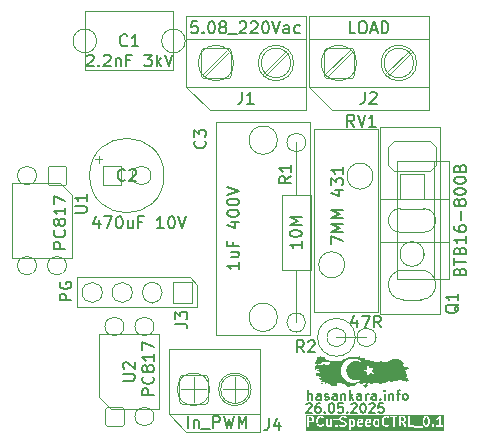
<source format=gbr>
%TF.GenerationSoftware,KiCad,Pcbnew,9.0.2-9.0.2-0~ubuntu24.04.1*%
%TF.CreationDate,2025-05-26T21:32:44+03:00*%
%TF.ProjectId,PCutSpeedCTRL,50437574-5370-4656-9564-4354524c2e6b,V01*%
%TF.SameCoordinates,PX5f5e100PY5f5e100*%
%TF.FileFunction,AssemblyDrawing,Top*%
%FSLAX46Y46*%
G04 Gerber Fmt 4.6, Leading zero omitted, Abs format (unit mm)*
G04 Created by KiCad (PCBNEW 9.0.2-9.0.2-0~ubuntu24.04.1) date 2025-05-26 21:32:44*
%MOMM*%
%LPD*%
G01*
G04 APERTURE LIST*
%ADD10C,0.150000*%
%ADD11C,0.000000*%
%ADD12C,0.100000*%
%ADD13C,0.100000*%
%TD*%
G04 APERTURE END LIST*
D10*
G36*
X7592353Y-16960696D02*
G01*
X7613236Y-16981579D01*
X7637970Y-17031047D01*
X7637970Y-17224209D01*
X7613235Y-17273677D01*
X7592352Y-17294561D01*
X7542884Y-17319295D01*
X7425913Y-17319295D01*
X7407018Y-17309847D01*
X7407018Y-16945409D01*
X7425914Y-16935961D01*
X7542884Y-16935961D01*
X7592353Y-16960696D01*
G37*
G36*
X8304688Y-16954958D02*
G01*
X8322321Y-16990224D01*
X8092732Y-17036142D01*
X8092732Y-16992953D01*
X8111728Y-16954959D01*
X8149724Y-16935961D01*
X8266694Y-16935961D01*
X8304688Y-16954958D01*
G37*
G36*
X8990402Y-16954958D02*
G01*
X9008035Y-16990224D01*
X8778446Y-17036142D01*
X8778446Y-16992953D01*
X8797442Y-16954959D01*
X8835438Y-16935961D01*
X8952408Y-16935961D01*
X8990402Y-16954958D01*
G37*
G36*
X9695113Y-16945409D02*
G01*
X9695113Y-17309847D01*
X9676217Y-17319295D01*
X9559246Y-17319295D01*
X9509778Y-17294561D01*
X9488894Y-17273676D01*
X9464160Y-17224208D01*
X9464160Y-17031048D01*
X9488894Y-16981580D01*
X9509777Y-16960696D01*
X9559247Y-16935961D01*
X9676217Y-16935961D01*
X9695113Y-16945409D01*
G37*
G36*
X13878068Y-16694029D02*
G01*
X13898950Y-16714911D01*
X13927920Y-16772851D01*
X13961780Y-16908290D01*
X13961780Y-17080299D01*
X13927920Y-17215738D01*
X13898950Y-17273677D01*
X13878067Y-17294561D01*
X13828599Y-17319295D01*
X13787819Y-17319295D01*
X13738350Y-17294561D01*
X13717467Y-17273677D01*
X13688497Y-17215737D01*
X13654637Y-17080297D01*
X13654637Y-16908292D01*
X13688497Y-16772851D01*
X13717467Y-16714911D01*
X13738349Y-16694029D01*
X13787819Y-16669295D01*
X13828599Y-16669295D01*
X13878068Y-16694029D01*
G37*
G36*
X11897115Y-16694029D02*
G01*
X11917998Y-16714912D01*
X11942733Y-16764381D01*
X11942733Y-16843255D01*
X11917998Y-16892724D01*
X11897115Y-16913608D01*
X11847647Y-16938342D01*
X11635590Y-16938342D01*
X11635590Y-16669295D01*
X11847647Y-16669295D01*
X11897115Y-16694029D01*
G37*
G36*
X4125685Y-16694029D02*
G01*
X4146568Y-16714912D01*
X4171303Y-16764381D01*
X4171303Y-16843255D01*
X4146568Y-16892724D01*
X4125685Y-16913608D01*
X4076217Y-16938342D01*
X3864160Y-16938342D01*
X3864160Y-16669295D01*
X4076217Y-16669295D01*
X4125685Y-16694029D01*
G37*
G36*
X15342085Y-17823409D02*
G01*
X3625271Y-17823409D01*
X3625271Y-16594295D01*
X3714160Y-16594295D01*
X3714160Y-17394295D01*
X3715601Y-17408927D01*
X3726800Y-17435963D01*
X3747492Y-17456655D01*
X3774528Y-17467854D01*
X3803792Y-17467854D01*
X3830828Y-17456655D01*
X3851520Y-17435963D01*
X3862719Y-17408927D01*
X3864160Y-17394295D01*
X3864160Y-17088342D01*
X4093922Y-17088342D01*
X4108554Y-17086901D01*
X4111043Y-17085869D01*
X4113731Y-17085679D01*
X4127463Y-17080424D01*
X4203653Y-17042329D01*
X4209952Y-17038364D01*
X4211780Y-17037607D01*
X4213836Y-17035918D01*
X4216096Y-17034497D01*
X4217395Y-17032998D01*
X4223145Y-17028280D01*
X4261240Y-16990185D01*
X4265960Y-16984432D01*
X4267456Y-16983136D01*
X4268875Y-16980881D01*
X4270567Y-16978820D01*
X4271325Y-16976989D01*
X4275289Y-16970693D01*
X4292060Y-16937152D01*
X4476064Y-16937152D01*
X4476064Y-17051438D01*
X4476315Y-17053991D01*
X4476153Y-17055084D01*
X4476962Y-17060558D01*
X4477505Y-17066070D01*
X4477927Y-17067090D01*
X4478303Y-17069629D01*
X4516399Y-17222010D01*
X4516784Y-17223089D01*
X4516823Y-17223628D01*
X4519147Y-17229703D01*
X4521346Y-17235855D01*
X4521668Y-17236290D01*
X4522078Y-17237360D01*
X4560173Y-17313550D01*
X4564136Y-17319846D01*
X4564894Y-17321676D01*
X4566583Y-17323734D01*
X4568005Y-17325993D01*
X4569503Y-17327292D01*
X4574222Y-17333042D01*
X4650412Y-17409233D01*
X4661777Y-17418560D01*
X4664267Y-17419591D01*
X4666303Y-17421357D01*
X4679728Y-17427351D01*
X4794014Y-17465446D01*
X4801267Y-17467095D01*
X4803099Y-17467854D01*
X4805753Y-17468115D01*
X4808351Y-17468706D01*
X4810325Y-17468565D01*
X4817731Y-17469295D01*
X4893922Y-17469295D01*
X4901327Y-17468565D01*
X4903302Y-17468706D01*
X4905899Y-17468115D01*
X4908554Y-17467854D01*
X4910385Y-17467095D01*
X4917639Y-17465446D01*
X5031924Y-17427351D01*
X5045350Y-17421357D01*
X5047386Y-17419590D01*
X5049875Y-17418560D01*
X5061240Y-17409233D01*
X5099336Y-17371137D01*
X5108664Y-17359772D01*
X5119862Y-17332735D01*
X5119862Y-17303472D01*
X5108664Y-17276436D01*
X5087971Y-17255743D01*
X5060935Y-17244545D01*
X5031672Y-17244545D01*
X5004635Y-17255743D01*
X4993270Y-17265071D01*
X4967693Y-17290648D01*
X4881752Y-17319295D01*
X4829901Y-17319295D01*
X4743959Y-17290648D01*
X4688894Y-17235582D01*
X4659924Y-17177642D01*
X4626064Y-17042202D01*
X4626064Y-16946387D01*
X4647420Y-16860961D01*
X5314160Y-16860961D01*
X5314160Y-17280009D01*
X5315601Y-17294641D01*
X5316632Y-17297130D01*
X5316823Y-17299818D01*
X5322078Y-17313550D01*
X5360173Y-17389741D01*
X5361713Y-17392188D01*
X5362098Y-17393342D01*
X5363343Y-17394778D01*
X5368005Y-17402184D01*
X5375109Y-17408345D01*
X5381271Y-17415450D01*
X5388676Y-17420111D01*
X5390113Y-17421357D01*
X5391266Y-17421741D01*
X5393714Y-17423282D01*
X5469904Y-17461377D01*
X5483636Y-17466632D01*
X5486323Y-17466822D01*
X5488813Y-17467854D01*
X5503445Y-17469295D01*
X5617731Y-17469295D01*
X5632363Y-17467854D01*
X5634852Y-17466822D01*
X5637540Y-17466632D01*
X5651272Y-17461377D01*
X5680471Y-17446777D01*
X5690349Y-17456655D01*
X5717385Y-17467854D01*
X5746649Y-17467854D01*
X5773685Y-17456655D01*
X5794377Y-17435963D01*
X5805576Y-17408927D01*
X5807017Y-17394295D01*
X5807017Y-16860961D01*
X5805576Y-16846329D01*
X5925125Y-16846329D01*
X5925125Y-16875593D01*
X5936324Y-16902629D01*
X5957016Y-16923321D01*
X5984052Y-16934520D01*
X5998684Y-16935961D01*
X6037970Y-16935961D01*
X6037970Y-17280009D01*
X6039411Y-17294641D01*
X6040442Y-17297130D01*
X6040633Y-17299818D01*
X6045888Y-17313550D01*
X6083983Y-17389741D01*
X6085523Y-17392188D01*
X6085908Y-17393342D01*
X6087153Y-17394778D01*
X6091815Y-17402184D01*
X6098919Y-17408345D01*
X6105081Y-17415450D01*
X6112486Y-17420111D01*
X6113923Y-17421357D01*
X6115076Y-17421741D01*
X6117524Y-17423282D01*
X6193714Y-17461377D01*
X6207446Y-17466632D01*
X6210133Y-17466822D01*
X6212623Y-17467854D01*
X6227255Y-17469295D01*
X6303446Y-17469295D01*
X6318078Y-17467854D01*
X6345114Y-17456655D01*
X6365806Y-17435963D01*
X6377005Y-17408927D01*
X6377005Y-17379663D01*
X6365806Y-17352627D01*
X6345114Y-17331935D01*
X6318078Y-17320736D01*
X6303446Y-17319295D01*
X6244960Y-17319295D01*
X6206966Y-17300298D01*
X6187970Y-17262304D01*
X6187970Y-16935961D01*
X6303446Y-16935961D01*
X6318078Y-16934520D01*
X6345114Y-16923321D01*
X6365806Y-16902629D01*
X6377005Y-16875593D01*
X6377005Y-16846329D01*
X6365806Y-16819293D01*
X6345114Y-16798601D01*
X6318078Y-16787402D01*
X6303446Y-16785961D01*
X6187970Y-16785961D01*
X6187970Y-16746676D01*
X6457017Y-16746676D01*
X6457017Y-16822866D01*
X6458458Y-16837498D01*
X6459488Y-16839986D01*
X6459680Y-16842676D01*
X6464935Y-16856407D01*
X6503031Y-16932598D01*
X6506994Y-16938894D01*
X6507753Y-16940725D01*
X6509444Y-16942786D01*
X6510864Y-16945041D01*
X6512359Y-16946337D01*
X6517080Y-16952090D01*
X6555175Y-16990185D01*
X6560924Y-16994903D01*
X6562224Y-16996402D01*
X6564483Y-16997823D01*
X6566540Y-16999512D01*
X6568367Y-17000269D01*
X6574667Y-17004234D01*
X6650857Y-17042329D01*
X6651926Y-17042738D01*
X6652362Y-17043061D01*
X6658507Y-17045256D01*
X6664589Y-17047584D01*
X6665128Y-17047622D01*
X6666208Y-17048008D01*
X6810602Y-17084106D01*
X6868543Y-17113077D01*
X6889426Y-17133960D01*
X6914160Y-17183428D01*
X6914160Y-17224209D01*
X6889425Y-17273677D01*
X6868542Y-17294561D01*
X6819074Y-17319295D01*
X6658473Y-17319295D01*
X6555734Y-17285049D01*
X6541397Y-17281789D01*
X6512207Y-17283864D01*
X6486034Y-17296950D01*
X6466860Y-17319058D01*
X6457606Y-17346820D01*
X6459681Y-17376010D01*
X6472767Y-17402183D01*
X6494875Y-17421357D01*
X6508300Y-17427351D01*
X6622586Y-17465446D01*
X6629839Y-17467095D01*
X6631671Y-17467854D01*
X6634325Y-17468115D01*
X6636923Y-17468706D01*
X6638897Y-17468565D01*
X6646303Y-17469295D01*
X6836779Y-17469295D01*
X6851411Y-17467854D01*
X6853900Y-17466822D01*
X6856588Y-17466632D01*
X6870320Y-17461377D01*
X6946511Y-17423282D01*
X6952810Y-17419317D01*
X6954638Y-17418560D01*
X6956694Y-17416872D01*
X6958954Y-17415450D01*
X6960254Y-17413950D01*
X6966004Y-17409232D01*
X7004099Y-17371136D01*
X7008816Y-17365387D01*
X7010315Y-17364088D01*
X7011736Y-17361829D01*
X7013426Y-17359771D01*
X7014183Y-17357941D01*
X7018147Y-17351645D01*
X7056242Y-17275455D01*
X7061497Y-17261723D01*
X7061687Y-17259035D01*
X7062719Y-17256546D01*
X7064160Y-17241914D01*
X7064160Y-17165723D01*
X7062719Y-17151091D01*
X7061687Y-17148601D01*
X7061497Y-17145914D01*
X7056242Y-17132182D01*
X7018147Y-17055992D01*
X7014182Y-17049692D01*
X7013425Y-17047865D01*
X7011736Y-17045808D01*
X7010315Y-17043549D01*
X7008816Y-17042249D01*
X7004098Y-17036500D01*
X6966003Y-16998405D01*
X6960250Y-16993684D01*
X6958954Y-16992189D01*
X6956699Y-16990769D01*
X6954638Y-16989078D01*
X6952807Y-16988319D01*
X6946511Y-16984356D01*
X6870320Y-16946260D01*
X6869250Y-16945850D01*
X6868815Y-16945528D01*
X6862678Y-16943335D01*
X6856589Y-16941005D01*
X6856048Y-16940966D01*
X6854969Y-16940581D01*
X6710573Y-16904482D01*
X6652635Y-16875513D01*
X6638083Y-16860961D01*
X7257018Y-16860961D01*
X7257018Y-17660961D01*
X7258459Y-17675593D01*
X7269658Y-17702629D01*
X7290350Y-17723321D01*
X7317386Y-17734520D01*
X7346650Y-17734520D01*
X7373686Y-17723321D01*
X7394378Y-17702629D01*
X7405577Y-17675593D01*
X7407018Y-17660961D01*
X7407018Y-17469177D01*
X7408208Y-17469295D01*
X7560589Y-17469295D01*
X7575221Y-17467854D01*
X7577710Y-17466822D01*
X7580398Y-17466632D01*
X7594130Y-17461377D01*
X7670321Y-17423282D01*
X7676620Y-17419317D01*
X7678448Y-17418560D01*
X7680504Y-17416872D01*
X7682764Y-17415450D01*
X7684064Y-17413950D01*
X7689814Y-17409232D01*
X7727909Y-17371136D01*
X7732626Y-17365387D01*
X7734125Y-17364088D01*
X7735546Y-17361829D01*
X7737236Y-17359771D01*
X7737993Y-17357941D01*
X7741957Y-17351645D01*
X7780052Y-17275455D01*
X7785307Y-17261723D01*
X7785497Y-17259035D01*
X7786529Y-17256546D01*
X7787970Y-17241914D01*
X7787970Y-17013342D01*
X7786529Y-16998710D01*
X7785497Y-16996220D01*
X7785307Y-16993533D01*
X7780052Y-16979801D01*
X7777775Y-16975247D01*
X7942732Y-16975247D01*
X7942732Y-17280009D01*
X7944173Y-17294641D01*
X7945203Y-17297129D01*
X7945395Y-17299819D01*
X7950650Y-17313550D01*
X7988746Y-17389741D01*
X7990286Y-17392187D01*
X7990671Y-17393342D01*
X7991918Y-17394780D01*
X7996579Y-17402184D01*
X8003680Y-17408343D01*
X8009844Y-17415450D01*
X8017249Y-17420111D01*
X8018686Y-17421357D01*
X8019839Y-17421741D01*
X8022287Y-17423282D01*
X8098477Y-17461377D01*
X8112209Y-17466632D01*
X8114896Y-17466822D01*
X8117386Y-17467854D01*
X8132018Y-17469295D01*
X8284399Y-17469295D01*
X8299031Y-17467854D01*
X8301520Y-17466822D01*
X8304208Y-17466632D01*
X8317940Y-17461377D01*
X8394131Y-17423282D01*
X8406574Y-17415450D01*
X8425747Y-17393342D01*
X8435001Y-17365581D01*
X8432927Y-17336391D01*
X8419840Y-17310216D01*
X8397732Y-17291043D01*
X8369971Y-17281789D01*
X8340781Y-17283863D01*
X8327049Y-17289118D01*
X8266694Y-17319295D01*
X8149723Y-17319295D01*
X8111729Y-17300298D01*
X8092732Y-17262303D01*
X8092732Y-17189113D01*
X8413393Y-17124982D01*
X8427459Y-17120699D01*
X8433564Y-17116610D01*
X8440353Y-17113798D01*
X8445605Y-17108545D01*
X8451773Y-17104415D01*
X8455847Y-17098303D01*
X8461045Y-17093106D01*
X8463886Y-17086245D01*
X8468006Y-17080067D01*
X8469432Y-17072858D01*
X8472244Y-17066070D01*
X8473685Y-17051438D01*
X8473685Y-16975247D01*
X8628446Y-16975247D01*
X8628446Y-17280009D01*
X8629887Y-17294641D01*
X8630917Y-17297129D01*
X8631109Y-17299819D01*
X8636364Y-17313550D01*
X8674460Y-17389741D01*
X8676000Y-17392187D01*
X8676385Y-17393342D01*
X8677632Y-17394780D01*
X8682293Y-17402184D01*
X8689394Y-17408343D01*
X8695558Y-17415450D01*
X8702963Y-17420111D01*
X8704400Y-17421357D01*
X8705553Y-17421741D01*
X8708001Y-17423282D01*
X8784191Y-17461377D01*
X8797923Y-17466632D01*
X8800610Y-17466822D01*
X8803100Y-17467854D01*
X8817732Y-17469295D01*
X8970113Y-17469295D01*
X8984745Y-17467854D01*
X8987234Y-17466822D01*
X8989922Y-17466632D01*
X9003654Y-17461377D01*
X9079845Y-17423282D01*
X9092288Y-17415450D01*
X9111461Y-17393342D01*
X9120715Y-17365581D01*
X9118641Y-17336391D01*
X9105554Y-17310216D01*
X9083446Y-17291043D01*
X9055685Y-17281789D01*
X9026495Y-17283863D01*
X9012763Y-17289118D01*
X8952408Y-17319295D01*
X8835437Y-17319295D01*
X8797443Y-17300298D01*
X8778446Y-17262303D01*
X8778446Y-17189113D01*
X9099107Y-17124982D01*
X9113173Y-17120699D01*
X9119278Y-17116610D01*
X9126067Y-17113798D01*
X9131319Y-17108545D01*
X9137487Y-17104415D01*
X9141561Y-17098303D01*
X9146759Y-17093106D01*
X9149600Y-17086245D01*
X9153720Y-17080067D01*
X9155146Y-17072858D01*
X9157958Y-17066070D01*
X9159399Y-17051438D01*
X9159399Y-17013342D01*
X9314160Y-17013342D01*
X9314160Y-17241914D01*
X9315601Y-17256546D01*
X9316631Y-17259034D01*
X9316823Y-17261724D01*
X9322078Y-17275456D01*
X9360174Y-17351645D01*
X9364136Y-17357939D01*
X9364895Y-17359771D01*
X9366588Y-17361834D01*
X9368007Y-17364088D01*
X9369501Y-17365384D01*
X9374222Y-17371136D01*
X9412317Y-17409232D01*
X9418068Y-17413952D01*
X9419367Y-17415450D01*
X9421622Y-17416869D01*
X9423682Y-17418560D01*
X9425512Y-17419318D01*
X9431810Y-17423282D01*
X9508000Y-17461377D01*
X9521732Y-17466632D01*
X9524419Y-17466822D01*
X9526909Y-17467854D01*
X9541541Y-17469295D01*
X9693922Y-17469295D01*
X9708554Y-17467854D01*
X9711043Y-17466822D01*
X9713731Y-17466632D01*
X9727463Y-17461377D01*
X9733073Y-17458572D01*
X9755481Y-17467854D01*
X9784745Y-17467854D01*
X9811781Y-17456655D01*
X9832473Y-17435963D01*
X9843672Y-17408927D01*
X9845113Y-17394295D01*
X9845113Y-16937152D01*
X10037970Y-16937152D01*
X10037970Y-17051438D01*
X10038221Y-17053991D01*
X10038059Y-17055084D01*
X10038868Y-17060558D01*
X10039411Y-17066070D01*
X10039833Y-17067090D01*
X10040209Y-17069629D01*
X10078305Y-17222010D01*
X10078690Y-17223089D01*
X10078729Y-17223628D01*
X10081053Y-17229703D01*
X10083252Y-17235855D01*
X10083574Y-17236290D01*
X10083984Y-17237360D01*
X10122079Y-17313550D01*
X10126042Y-17319846D01*
X10126800Y-17321676D01*
X10128489Y-17323734D01*
X10129911Y-17325993D01*
X10131409Y-17327292D01*
X10136128Y-17333042D01*
X10212318Y-17409233D01*
X10223683Y-17418560D01*
X10226173Y-17419591D01*
X10228209Y-17421357D01*
X10241634Y-17427351D01*
X10355920Y-17465446D01*
X10363173Y-17467095D01*
X10365005Y-17467854D01*
X10367659Y-17468115D01*
X10370257Y-17468706D01*
X10372231Y-17468565D01*
X10379637Y-17469295D01*
X10455828Y-17469295D01*
X10463233Y-17468565D01*
X10465208Y-17468706D01*
X10467805Y-17468115D01*
X10470460Y-17467854D01*
X10472291Y-17467095D01*
X10479545Y-17465446D01*
X10593830Y-17427351D01*
X10607256Y-17421357D01*
X10609292Y-17419590D01*
X10611781Y-17418560D01*
X10623146Y-17409233D01*
X10661242Y-17371137D01*
X10670570Y-17359772D01*
X10681768Y-17332735D01*
X10681768Y-17303472D01*
X10670570Y-17276436D01*
X10649877Y-17255743D01*
X10622841Y-17244545D01*
X10593578Y-17244545D01*
X10566541Y-17255743D01*
X10555176Y-17265071D01*
X10529599Y-17290648D01*
X10443658Y-17319295D01*
X10391807Y-17319295D01*
X10305865Y-17290648D01*
X10250800Y-17235582D01*
X10221830Y-17177642D01*
X10187970Y-17042202D01*
X10187970Y-16946387D01*
X10221830Y-16810946D01*
X10250800Y-16753006D01*
X10305864Y-16697942D01*
X10391807Y-16669295D01*
X10443658Y-16669295D01*
X10529599Y-16697942D01*
X10555177Y-16723519D01*
X10566542Y-16732846D01*
X10593578Y-16744044D01*
X10622841Y-16744044D01*
X10649877Y-16732845D01*
X10670570Y-16712152D01*
X10681768Y-16685115D01*
X10681768Y-16655852D01*
X10670569Y-16628816D01*
X10661241Y-16617451D01*
X10623452Y-16579663D01*
X10763221Y-16579663D01*
X10763221Y-16608927D01*
X10774420Y-16635963D01*
X10795112Y-16656655D01*
X10822148Y-16667854D01*
X10836780Y-16669295D01*
X10990351Y-16669295D01*
X10990351Y-17394295D01*
X10991792Y-17408927D01*
X11002991Y-17435963D01*
X11023683Y-17456655D01*
X11050719Y-17467854D01*
X11079983Y-17467854D01*
X11107019Y-17456655D01*
X11127711Y-17435963D01*
X11138910Y-17408927D01*
X11140351Y-17394295D01*
X11140351Y-16669295D01*
X11293923Y-16669295D01*
X11308555Y-16667854D01*
X11335591Y-16656655D01*
X11356283Y-16635963D01*
X11367482Y-16608927D01*
X11367482Y-16594295D01*
X11485590Y-16594295D01*
X11485590Y-17394295D01*
X11487031Y-17408927D01*
X11498230Y-17435963D01*
X11518922Y-17456655D01*
X11545958Y-17467854D01*
X11575222Y-17467854D01*
X11602258Y-17456655D01*
X11622950Y-17435963D01*
X11634149Y-17408927D01*
X11635590Y-17394295D01*
X11635590Y-17088342D01*
X11712017Y-17088342D01*
X11956290Y-17437304D01*
X11965862Y-17448465D01*
X11990541Y-17464192D01*
X12019358Y-17469277D01*
X12047929Y-17462948D01*
X12071903Y-17446166D01*
X12087630Y-17421487D01*
X12092715Y-17392669D01*
X12086386Y-17364098D01*
X12079175Y-17351285D01*
X11891541Y-17083237D01*
X11898893Y-17080424D01*
X11975083Y-17042329D01*
X11981382Y-17038364D01*
X11983210Y-17037607D01*
X11985266Y-17035918D01*
X11987526Y-17034497D01*
X11988825Y-17032998D01*
X11994575Y-17028280D01*
X12032670Y-16990185D01*
X12037390Y-16984432D01*
X12038886Y-16983136D01*
X12040305Y-16980881D01*
X12041997Y-16978820D01*
X12042755Y-16976989D01*
X12046719Y-16970693D01*
X12084815Y-16894503D01*
X12090070Y-16880771D01*
X12090261Y-16878081D01*
X12091292Y-16875593D01*
X12092733Y-16860961D01*
X12092733Y-16746676D01*
X12091292Y-16732044D01*
X12090261Y-16729555D01*
X12090070Y-16726866D01*
X12084815Y-16713134D01*
X12046719Y-16636944D01*
X12042755Y-16630647D01*
X12041997Y-16628817D01*
X12040305Y-16626755D01*
X12038886Y-16624501D01*
X12037390Y-16623204D01*
X12032670Y-16617452D01*
X12009513Y-16594295D01*
X12285590Y-16594295D01*
X12285590Y-17394295D01*
X12287031Y-17408925D01*
X12287031Y-17408927D01*
X12298230Y-17435963D01*
X12318922Y-17456655D01*
X12345958Y-17467854D01*
X12360590Y-17469295D01*
X12741542Y-17469295D01*
X12744174Y-17469035D01*
X12744174Y-17485117D01*
X12755373Y-17512153D01*
X12776065Y-17532845D01*
X12803101Y-17544044D01*
X12817733Y-17545485D01*
X13427256Y-17545485D01*
X13441888Y-17544044D01*
X13468924Y-17532845D01*
X13489616Y-17512153D01*
X13500815Y-17485117D01*
X13500815Y-17455853D01*
X13489616Y-17428817D01*
X13468924Y-17408125D01*
X13441888Y-17396926D01*
X13427256Y-17395485D01*
X12817733Y-17395485D01*
X12815101Y-17395744D01*
X12815101Y-17379663D01*
X12803902Y-17352627D01*
X12783210Y-17331935D01*
X12756174Y-17320736D01*
X12741542Y-17319295D01*
X12435590Y-17319295D01*
X12435590Y-16899057D01*
X13504637Y-16899057D01*
X13504637Y-17089533D01*
X13504888Y-17092086D01*
X13504726Y-17093179D01*
X13505535Y-17098653D01*
X13506078Y-17104165D01*
X13506500Y-17105185D01*
X13506876Y-17107724D01*
X13544972Y-17260105D01*
X13545357Y-17261184D01*
X13545396Y-17261723D01*
X13547720Y-17267798D01*
X13549919Y-17273950D01*
X13550241Y-17274385D01*
X13550651Y-17275455D01*
X13588746Y-17351645D01*
X13592709Y-17357941D01*
X13593467Y-17359771D01*
X13595156Y-17361829D01*
X13596578Y-17364088D01*
X13598076Y-17365387D01*
X13602794Y-17371136D01*
X13640889Y-17409232D01*
X13646640Y-17413952D01*
X13647939Y-17415450D01*
X13650194Y-17416869D01*
X13652254Y-17418560D01*
X13654084Y-17419318D01*
X13660382Y-17423282D01*
X13736573Y-17461377D01*
X13750305Y-17466632D01*
X13752992Y-17466822D01*
X13755482Y-17467854D01*
X13770114Y-17469295D01*
X13846304Y-17469295D01*
X13860936Y-17467854D01*
X13863425Y-17466822D01*
X13866113Y-17466632D01*
X13879845Y-17461377D01*
X13956036Y-17423282D01*
X13962335Y-17419317D01*
X13964163Y-17418560D01*
X13966219Y-17416872D01*
X13968479Y-17415450D01*
X13969779Y-17413950D01*
X13975529Y-17409232D01*
X14013624Y-17371136D01*
X14018341Y-17365387D01*
X14019840Y-17364088D01*
X14021261Y-17361829D01*
X14022951Y-17359771D01*
X14023708Y-17357941D01*
X14027672Y-17351645D01*
X14032710Y-17341570D01*
X14267983Y-17341570D01*
X14267983Y-17370832D01*
X14279182Y-17397868D01*
X14288510Y-17409234D01*
X14326606Y-17447329D01*
X14337971Y-17456656D01*
X14353162Y-17462948D01*
X14365006Y-17467854D01*
X14365007Y-17467854D01*
X14394270Y-17467854D01*
X14421306Y-17456655D01*
X14432671Y-17447328D01*
X14470766Y-17409233D01*
X14480093Y-17397868D01*
X14491292Y-17370832D01*
X14491292Y-17341569D01*
X14487633Y-17332735D01*
X14480094Y-17314533D01*
X14470767Y-17303168D01*
X14432672Y-17265072D01*
X14421311Y-17255748D01*
X14421306Y-17255743D01*
X14394270Y-17244545D01*
X14365006Y-17244545D01*
X14360364Y-17246468D01*
X14337970Y-17255743D01*
X14326605Y-17265071D01*
X14288509Y-17303167D01*
X14279182Y-17314532D01*
X14279181Y-17314533D01*
X14275615Y-17323144D01*
X14268111Y-17341262D01*
X14267983Y-17341570D01*
X14032710Y-17341570D01*
X14065767Y-17275455D01*
X14066176Y-17274385D01*
X14066499Y-17273950D01*
X14068694Y-17267804D01*
X14071022Y-17261723D01*
X14071060Y-17261183D01*
X14071446Y-17260104D01*
X14109541Y-17107723D01*
X14109916Y-17105185D01*
X14110339Y-17104165D01*
X14110880Y-17098662D01*
X14111692Y-17093178D01*
X14111528Y-17092082D01*
X14111780Y-17089533D01*
X14111780Y-16899057D01*
X14111528Y-16896507D01*
X14111692Y-16895412D01*
X14110880Y-16889927D01*
X14110339Y-16884425D01*
X14109916Y-16883404D01*
X14109541Y-16880867D01*
X14092696Y-16813485D01*
X14648083Y-16813485D01*
X14650157Y-16842675D01*
X14663244Y-16868850D01*
X14685352Y-16888023D01*
X14713113Y-16897277D01*
X14742303Y-16895203D01*
X14756035Y-16889948D01*
X14832226Y-16851853D01*
X14838525Y-16847888D01*
X14840353Y-16847131D01*
X14842409Y-16845442D01*
X14844669Y-16844021D01*
X14845968Y-16842522D01*
X14851718Y-16837804D01*
X14876066Y-16813455D01*
X14876066Y-17319295D01*
X14722494Y-17319295D01*
X14707862Y-17320736D01*
X14680826Y-17331935D01*
X14660134Y-17352627D01*
X14648935Y-17379663D01*
X14648935Y-17408927D01*
X14660134Y-17435963D01*
X14680826Y-17456655D01*
X14707862Y-17467854D01*
X14722494Y-17469295D01*
X15179637Y-17469295D01*
X15194269Y-17467854D01*
X15221305Y-17456655D01*
X15241997Y-17435963D01*
X15253196Y-17408927D01*
X15253196Y-17379663D01*
X15241997Y-17352627D01*
X15221305Y-17331935D01*
X15194269Y-17320736D01*
X15179637Y-17319295D01*
X15026066Y-17319295D01*
X15026066Y-16594295D01*
X15026060Y-16594242D01*
X15026066Y-16594217D01*
X15026050Y-16594141D01*
X15024625Y-16579663D01*
X15021783Y-16572802D01*
X15020327Y-16565522D01*
X15016238Y-16559416D01*
X15013426Y-16552627D01*
X15008175Y-16547376D01*
X15004044Y-16541207D01*
X14997929Y-16537130D01*
X14992734Y-16531935D01*
X14985873Y-16529093D01*
X14979695Y-16524974D01*
X14972486Y-16523547D01*
X14965698Y-16520736D01*
X14958272Y-16520736D01*
X14950988Y-16519295D01*
X14943783Y-16520736D01*
X14936434Y-16520736D01*
X14929573Y-16523577D01*
X14922293Y-16525034D01*
X14916187Y-16529122D01*
X14909398Y-16531935D01*
X14904147Y-16537185D01*
X14897978Y-16541317D01*
X14888757Y-16552575D01*
X14888706Y-16552627D01*
X14888696Y-16552649D01*
X14888662Y-16552692D01*
X14816589Y-16660800D01*
X14754257Y-16723131D01*
X14688953Y-16755784D01*
X14676510Y-16763616D01*
X14657337Y-16785724D01*
X14648083Y-16813485D01*
X14092696Y-16813485D01*
X14071446Y-16728486D01*
X14071060Y-16727406D01*
X14071022Y-16726867D01*
X14068694Y-16720785D01*
X14066499Y-16714640D01*
X14066176Y-16714204D01*
X14065767Y-16713135D01*
X14027672Y-16636944D01*
X14023707Y-16630644D01*
X14022950Y-16628817D01*
X14021261Y-16626760D01*
X14019840Y-16624501D01*
X14018341Y-16623201D01*
X14013623Y-16617452D01*
X13975528Y-16579357D01*
X13969778Y-16574638D01*
X13968479Y-16573140D01*
X13966219Y-16571718D01*
X13964163Y-16570030D01*
X13962335Y-16569272D01*
X13956036Y-16565308D01*
X13879845Y-16527213D01*
X13866113Y-16521958D01*
X13863425Y-16521767D01*
X13860936Y-16520736D01*
X13846304Y-16519295D01*
X13770114Y-16519295D01*
X13755482Y-16520736D01*
X13752992Y-16521767D01*
X13750305Y-16521958D01*
X13736573Y-16527213D01*
X13660382Y-16565308D01*
X13654082Y-16569272D01*
X13652255Y-16570030D01*
X13650198Y-16571718D01*
X13647939Y-16573140D01*
X13646639Y-16574638D01*
X13640890Y-16579357D01*
X13602795Y-16617452D01*
X13598076Y-16623201D01*
X13596578Y-16624501D01*
X13595156Y-16626760D01*
X13593468Y-16628817D01*
X13592710Y-16630644D01*
X13588746Y-16636944D01*
X13550651Y-16713135D01*
X13550241Y-16714204D01*
X13549919Y-16714640D01*
X13547720Y-16720791D01*
X13545396Y-16726867D01*
X13545357Y-16727405D01*
X13544972Y-16728485D01*
X13506876Y-16880866D01*
X13506500Y-16883404D01*
X13506078Y-16884425D01*
X13505535Y-16889936D01*
X13504726Y-16895411D01*
X13504888Y-16896503D01*
X13504637Y-16899057D01*
X12435590Y-16899057D01*
X12435590Y-16594295D01*
X12434149Y-16579663D01*
X12422950Y-16552627D01*
X12402258Y-16531935D01*
X12375222Y-16520736D01*
X12345958Y-16520736D01*
X12318922Y-16531935D01*
X12298230Y-16552627D01*
X12287031Y-16579663D01*
X12285590Y-16594295D01*
X12009513Y-16594295D01*
X11994575Y-16579357D01*
X11988825Y-16574638D01*
X11987526Y-16573140D01*
X11985266Y-16571718D01*
X11983210Y-16570030D01*
X11981382Y-16569272D01*
X11975083Y-16565308D01*
X11898893Y-16527213D01*
X11885161Y-16521958D01*
X11882473Y-16521767D01*
X11879984Y-16520736D01*
X11865352Y-16519295D01*
X11560590Y-16519295D01*
X11545958Y-16520736D01*
X11518922Y-16531935D01*
X11498230Y-16552627D01*
X11487031Y-16579663D01*
X11485590Y-16594295D01*
X11367482Y-16594295D01*
X11367482Y-16579663D01*
X11356283Y-16552627D01*
X11335591Y-16531935D01*
X11308555Y-16520736D01*
X11293923Y-16519295D01*
X10836780Y-16519295D01*
X10822148Y-16520736D01*
X10795112Y-16531935D01*
X10774420Y-16552627D01*
X10763221Y-16579663D01*
X10623452Y-16579663D01*
X10623145Y-16579356D01*
X10611780Y-16570029D01*
X10609291Y-16568998D01*
X10607256Y-16567233D01*
X10593830Y-16561239D01*
X10479545Y-16523144D01*
X10472291Y-16521494D01*
X10470460Y-16520736D01*
X10467805Y-16520474D01*
X10465208Y-16519884D01*
X10463233Y-16520024D01*
X10455828Y-16519295D01*
X10379637Y-16519295D01*
X10372231Y-16520024D01*
X10370257Y-16519884D01*
X10367659Y-16520474D01*
X10365005Y-16520736D01*
X10363173Y-16521494D01*
X10355920Y-16523144D01*
X10241634Y-16561239D01*
X10228209Y-16567233D01*
X10226175Y-16568996D01*
X10223683Y-16570029D01*
X10212318Y-16579357D01*
X10136128Y-16655547D01*
X10131409Y-16661296D01*
X10129911Y-16662596D01*
X10128489Y-16664855D01*
X10126801Y-16666912D01*
X10126043Y-16668739D01*
X10122079Y-16675039D01*
X10083984Y-16751230D01*
X10083574Y-16752299D01*
X10083252Y-16752735D01*
X10081053Y-16758886D01*
X10078729Y-16764962D01*
X10078690Y-16765500D01*
X10078305Y-16766580D01*
X10040209Y-16918961D01*
X10039833Y-16921499D01*
X10039411Y-16922520D01*
X10038868Y-16928031D01*
X10038059Y-16933506D01*
X10038221Y-16934598D01*
X10037970Y-16937152D01*
X9845113Y-16937152D01*
X9845113Y-16594295D01*
X9843672Y-16579663D01*
X9832473Y-16552627D01*
X9811781Y-16531935D01*
X9784745Y-16520736D01*
X9755481Y-16520736D01*
X9728445Y-16531935D01*
X9707753Y-16552627D01*
X9696554Y-16579663D01*
X9695113Y-16594295D01*
X9695113Y-16786078D01*
X9693922Y-16785961D01*
X9541541Y-16785961D01*
X9526909Y-16787402D01*
X9524417Y-16788434D01*
X9521731Y-16788625D01*
X9507999Y-16793880D01*
X9431809Y-16831975D01*
X9425511Y-16835939D01*
X9423683Y-16836697D01*
X9421622Y-16838388D01*
X9419367Y-16839808D01*
X9418070Y-16841303D01*
X9412318Y-16846024D01*
X9374223Y-16884119D01*
X9369502Y-16889871D01*
X9368007Y-16891168D01*
X9366587Y-16893422D01*
X9364896Y-16895484D01*
X9364137Y-16897314D01*
X9360174Y-16903611D01*
X9322078Y-16979800D01*
X9316823Y-16993532D01*
X9316631Y-16996221D01*
X9315601Y-16998710D01*
X9314160Y-17013342D01*
X9159399Y-17013342D01*
X9159399Y-16975247D01*
X9157958Y-16960615D01*
X9156926Y-16958125D01*
X9156736Y-16955438D01*
X9151481Y-16941706D01*
X9113386Y-16865516D01*
X9111845Y-16863068D01*
X9111461Y-16861915D01*
X9110215Y-16860478D01*
X9105554Y-16853073D01*
X9098447Y-16846909D01*
X9092288Y-16839808D01*
X9084884Y-16835147D01*
X9083446Y-16833900D01*
X9082291Y-16833515D01*
X9079845Y-16831975D01*
X9003654Y-16793879D01*
X8989923Y-16788624D01*
X8987233Y-16788432D01*
X8984745Y-16787402D01*
X8970113Y-16785961D01*
X8817732Y-16785961D01*
X8803100Y-16787402D01*
X8800608Y-16788434D01*
X8797922Y-16788625D01*
X8784190Y-16793880D01*
X8708000Y-16831975D01*
X8705552Y-16833515D01*
X8704400Y-16833900D01*
X8702963Y-16835145D01*
X8695558Y-16839808D01*
X8689396Y-16846912D01*
X8682293Y-16853073D01*
X8677632Y-16860476D01*
X8676384Y-16861916D01*
X8675998Y-16863071D01*
X8674460Y-16865516D01*
X8636364Y-16941705D01*
X8631109Y-16955437D01*
X8630917Y-16958126D01*
X8629887Y-16960615D01*
X8628446Y-16975247D01*
X8473685Y-16975247D01*
X8472244Y-16960615D01*
X8471212Y-16958125D01*
X8471022Y-16955438D01*
X8465767Y-16941706D01*
X8427672Y-16865516D01*
X8426131Y-16863068D01*
X8425747Y-16861915D01*
X8424501Y-16860478D01*
X8419840Y-16853073D01*
X8412733Y-16846909D01*
X8406574Y-16839808D01*
X8399170Y-16835147D01*
X8397732Y-16833900D01*
X8396577Y-16833515D01*
X8394131Y-16831975D01*
X8317940Y-16793879D01*
X8304209Y-16788624D01*
X8301519Y-16788432D01*
X8299031Y-16787402D01*
X8284399Y-16785961D01*
X8132018Y-16785961D01*
X8117386Y-16787402D01*
X8114894Y-16788434D01*
X8112208Y-16788625D01*
X8098476Y-16793880D01*
X8022286Y-16831975D01*
X8019838Y-16833515D01*
X8018686Y-16833900D01*
X8017249Y-16835145D01*
X8009844Y-16839808D01*
X8003682Y-16846912D01*
X7996579Y-16853073D01*
X7991918Y-16860476D01*
X7990670Y-16861916D01*
X7990284Y-16863071D01*
X7988746Y-16865516D01*
X7950650Y-16941705D01*
X7945395Y-16955437D01*
X7945203Y-16958126D01*
X7944173Y-16960615D01*
X7942732Y-16975247D01*
X7777775Y-16975247D01*
X7741957Y-16903611D01*
X7737992Y-16897311D01*
X7737235Y-16895484D01*
X7735546Y-16893427D01*
X7734125Y-16891168D01*
X7732626Y-16889868D01*
X7727908Y-16884119D01*
X7689813Y-16846024D01*
X7684060Y-16841303D01*
X7682764Y-16839808D01*
X7680509Y-16838388D01*
X7678448Y-16836697D01*
X7676617Y-16835938D01*
X7670321Y-16831975D01*
X7594130Y-16793879D01*
X7580399Y-16788624D01*
X7577709Y-16788432D01*
X7575221Y-16787402D01*
X7560589Y-16785961D01*
X7408208Y-16785961D01*
X7393576Y-16787402D01*
X7391084Y-16788434D01*
X7388398Y-16788625D01*
X7374666Y-16793880D01*
X7369058Y-16796683D01*
X7346650Y-16787402D01*
X7317386Y-16787402D01*
X7290350Y-16798601D01*
X7269658Y-16819293D01*
X7258459Y-16846329D01*
X7257018Y-16860961D01*
X6638083Y-16860961D01*
X6631752Y-16854630D01*
X6607017Y-16805160D01*
X6607017Y-16764381D01*
X6631752Y-16714911D01*
X6652635Y-16694029D01*
X6702103Y-16669295D01*
X6862705Y-16669295D01*
X6965443Y-16703541D01*
X6979780Y-16706801D01*
X7008970Y-16704726D01*
X7035143Y-16691640D01*
X7054317Y-16669533D01*
X7063571Y-16641770D01*
X7061496Y-16612580D01*
X7048410Y-16586407D01*
X7026303Y-16567233D01*
X7012877Y-16561239D01*
X6898592Y-16523144D01*
X6891338Y-16521494D01*
X6889507Y-16520736D01*
X6886852Y-16520474D01*
X6884255Y-16519884D01*
X6882280Y-16520024D01*
X6874875Y-16519295D01*
X6684398Y-16519295D01*
X6669766Y-16520736D01*
X6667276Y-16521767D01*
X6664589Y-16521958D01*
X6650857Y-16527213D01*
X6574667Y-16565308D01*
X6568367Y-16569272D01*
X6566540Y-16570030D01*
X6564483Y-16571718D01*
X6562224Y-16573140D01*
X6560924Y-16574638D01*
X6555175Y-16579357D01*
X6517080Y-16617452D01*
X6512359Y-16623204D01*
X6510864Y-16624501D01*
X6509444Y-16626755D01*
X6507753Y-16628817D01*
X6506994Y-16630647D01*
X6503031Y-16636944D01*
X6464935Y-16713135D01*
X6459680Y-16726866D01*
X6459488Y-16729555D01*
X6458458Y-16732044D01*
X6457017Y-16746676D01*
X6187970Y-16746676D01*
X6187970Y-16594295D01*
X6186529Y-16579663D01*
X6175330Y-16552627D01*
X6154638Y-16531935D01*
X6127602Y-16520736D01*
X6098338Y-16520736D01*
X6071302Y-16531935D01*
X6050610Y-16552627D01*
X6039411Y-16579663D01*
X6037970Y-16594295D01*
X6037970Y-16785961D01*
X5998684Y-16785961D01*
X5984052Y-16787402D01*
X5957016Y-16798601D01*
X5936324Y-16819293D01*
X5925125Y-16846329D01*
X5805576Y-16846329D01*
X5794377Y-16819293D01*
X5773685Y-16798601D01*
X5746649Y-16787402D01*
X5717385Y-16787402D01*
X5690349Y-16798601D01*
X5669657Y-16819293D01*
X5658458Y-16846329D01*
X5657017Y-16860961D01*
X5657017Y-17287038D01*
X5649494Y-17294561D01*
X5600026Y-17319295D01*
X5521150Y-17319295D01*
X5483156Y-17300298D01*
X5464160Y-17262304D01*
X5464160Y-16860961D01*
X5462719Y-16846329D01*
X5451520Y-16819293D01*
X5430828Y-16798601D01*
X5403792Y-16787402D01*
X5374528Y-16787402D01*
X5347492Y-16798601D01*
X5326800Y-16819293D01*
X5315601Y-16846329D01*
X5314160Y-16860961D01*
X4647420Y-16860961D01*
X4659924Y-16810946D01*
X4688894Y-16753006D01*
X4743958Y-16697942D01*
X4829901Y-16669295D01*
X4881752Y-16669295D01*
X4967693Y-16697942D01*
X4993271Y-16723519D01*
X5004636Y-16732846D01*
X5031672Y-16744044D01*
X5060935Y-16744044D01*
X5087971Y-16732845D01*
X5108664Y-16712152D01*
X5119862Y-16685115D01*
X5119862Y-16655852D01*
X5108663Y-16628816D01*
X5099335Y-16617451D01*
X5061239Y-16579356D01*
X5049874Y-16570029D01*
X5047385Y-16568998D01*
X5045350Y-16567233D01*
X5031924Y-16561239D01*
X4917639Y-16523144D01*
X4910385Y-16521494D01*
X4908554Y-16520736D01*
X4905899Y-16520474D01*
X4903302Y-16519884D01*
X4901327Y-16520024D01*
X4893922Y-16519295D01*
X4817731Y-16519295D01*
X4810325Y-16520024D01*
X4808351Y-16519884D01*
X4805753Y-16520474D01*
X4803099Y-16520736D01*
X4801267Y-16521494D01*
X4794014Y-16523144D01*
X4679728Y-16561239D01*
X4666303Y-16567233D01*
X4664269Y-16568996D01*
X4661777Y-16570029D01*
X4650412Y-16579357D01*
X4574222Y-16655547D01*
X4569503Y-16661296D01*
X4568005Y-16662596D01*
X4566583Y-16664855D01*
X4564895Y-16666912D01*
X4564137Y-16668739D01*
X4560173Y-16675039D01*
X4522078Y-16751230D01*
X4521668Y-16752299D01*
X4521346Y-16752735D01*
X4519147Y-16758886D01*
X4516823Y-16764962D01*
X4516784Y-16765500D01*
X4516399Y-16766580D01*
X4478303Y-16918961D01*
X4477927Y-16921499D01*
X4477505Y-16922520D01*
X4476962Y-16928031D01*
X4476153Y-16933506D01*
X4476315Y-16934598D01*
X4476064Y-16937152D01*
X4292060Y-16937152D01*
X4313385Y-16894503D01*
X4318640Y-16880771D01*
X4318831Y-16878081D01*
X4319862Y-16875593D01*
X4321303Y-16860961D01*
X4321303Y-16746676D01*
X4319862Y-16732044D01*
X4318831Y-16729555D01*
X4318640Y-16726866D01*
X4313385Y-16713134D01*
X4275289Y-16636944D01*
X4271325Y-16630647D01*
X4270567Y-16628817D01*
X4268875Y-16626755D01*
X4267456Y-16624501D01*
X4265960Y-16623204D01*
X4261240Y-16617452D01*
X4223145Y-16579357D01*
X4217395Y-16574638D01*
X4216096Y-16573140D01*
X4213836Y-16571718D01*
X4211780Y-16570030D01*
X4209952Y-16569272D01*
X4203653Y-16565308D01*
X4127463Y-16527213D01*
X4113731Y-16521958D01*
X4111043Y-16521767D01*
X4108554Y-16520736D01*
X4093922Y-16519295D01*
X3789160Y-16519295D01*
X3774528Y-16520736D01*
X3747492Y-16531935D01*
X3726800Y-16552627D01*
X3715601Y-16579663D01*
X3714160Y-16594295D01*
X3625271Y-16594295D01*
X3625271Y-16430406D01*
X15342085Y-16430406D01*
X15342085Y-17823409D01*
G37*
X3651064Y-15570485D02*
X3689160Y-15532390D01*
X3689160Y-15532390D02*
X3765350Y-15494295D01*
X3765350Y-15494295D02*
X3955826Y-15494295D01*
X3955826Y-15494295D02*
X4032017Y-15532390D01*
X4032017Y-15532390D02*
X4070112Y-15570485D01*
X4070112Y-15570485D02*
X4108207Y-15646676D01*
X4108207Y-15646676D02*
X4108207Y-15722866D01*
X4108207Y-15722866D02*
X4070112Y-15837152D01*
X4070112Y-15837152D02*
X3612969Y-16294295D01*
X3612969Y-16294295D02*
X4108207Y-16294295D01*
X4793922Y-15494295D02*
X4641541Y-15494295D01*
X4641541Y-15494295D02*
X4565350Y-15532390D01*
X4565350Y-15532390D02*
X4527255Y-15570485D01*
X4527255Y-15570485D02*
X4451065Y-15684771D01*
X4451065Y-15684771D02*
X4412969Y-15837152D01*
X4412969Y-15837152D02*
X4412969Y-16141914D01*
X4412969Y-16141914D02*
X4451065Y-16218104D01*
X4451065Y-16218104D02*
X4489160Y-16256200D01*
X4489160Y-16256200D02*
X4565350Y-16294295D01*
X4565350Y-16294295D02*
X4717731Y-16294295D01*
X4717731Y-16294295D02*
X4793922Y-16256200D01*
X4793922Y-16256200D02*
X4832017Y-16218104D01*
X4832017Y-16218104D02*
X4870112Y-16141914D01*
X4870112Y-16141914D02*
X4870112Y-15951438D01*
X4870112Y-15951438D02*
X4832017Y-15875247D01*
X4832017Y-15875247D02*
X4793922Y-15837152D01*
X4793922Y-15837152D02*
X4717731Y-15799057D01*
X4717731Y-15799057D02*
X4565350Y-15799057D01*
X4565350Y-15799057D02*
X4489160Y-15837152D01*
X4489160Y-15837152D02*
X4451065Y-15875247D01*
X4451065Y-15875247D02*
X4412969Y-15951438D01*
X5212970Y-16218104D02*
X5251065Y-16256200D01*
X5251065Y-16256200D02*
X5212970Y-16294295D01*
X5212970Y-16294295D02*
X5174874Y-16256200D01*
X5174874Y-16256200D02*
X5212970Y-16218104D01*
X5212970Y-16218104D02*
X5212970Y-16294295D01*
X5746303Y-15494295D02*
X5822493Y-15494295D01*
X5822493Y-15494295D02*
X5898684Y-15532390D01*
X5898684Y-15532390D02*
X5936779Y-15570485D01*
X5936779Y-15570485D02*
X5974874Y-15646676D01*
X5974874Y-15646676D02*
X6012969Y-15799057D01*
X6012969Y-15799057D02*
X6012969Y-15989533D01*
X6012969Y-15989533D02*
X5974874Y-16141914D01*
X5974874Y-16141914D02*
X5936779Y-16218104D01*
X5936779Y-16218104D02*
X5898684Y-16256200D01*
X5898684Y-16256200D02*
X5822493Y-16294295D01*
X5822493Y-16294295D02*
X5746303Y-16294295D01*
X5746303Y-16294295D02*
X5670112Y-16256200D01*
X5670112Y-16256200D02*
X5632017Y-16218104D01*
X5632017Y-16218104D02*
X5593922Y-16141914D01*
X5593922Y-16141914D02*
X5555826Y-15989533D01*
X5555826Y-15989533D02*
X5555826Y-15799057D01*
X5555826Y-15799057D02*
X5593922Y-15646676D01*
X5593922Y-15646676D02*
X5632017Y-15570485D01*
X5632017Y-15570485D02*
X5670112Y-15532390D01*
X5670112Y-15532390D02*
X5746303Y-15494295D01*
X6736779Y-15494295D02*
X6355827Y-15494295D01*
X6355827Y-15494295D02*
X6317731Y-15875247D01*
X6317731Y-15875247D02*
X6355827Y-15837152D01*
X6355827Y-15837152D02*
X6432017Y-15799057D01*
X6432017Y-15799057D02*
X6622493Y-15799057D01*
X6622493Y-15799057D02*
X6698684Y-15837152D01*
X6698684Y-15837152D02*
X6736779Y-15875247D01*
X6736779Y-15875247D02*
X6774874Y-15951438D01*
X6774874Y-15951438D02*
X6774874Y-16141914D01*
X6774874Y-16141914D02*
X6736779Y-16218104D01*
X6736779Y-16218104D02*
X6698684Y-16256200D01*
X6698684Y-16256200D02*
X6622493Y-16294295D01*
X6622493Y-16294295D02*
X6432017Y-16294295D01*
X6432017Y-16294295D02*
X6355827Y-16256200D01*
X6355827Y-16256200D02*
X6317731Y-16218104D01*
X7117732Y-16218104D02*
X7155827Y-16256200D01*
X7155827Y-16256200D02*
X7117732Y-16294295D01*
X7117732Y-16294295D02*
X7079636Y-16256200D01*
X7079636Y-16256200D02*
X7117732Y-16218104D01*
X7117732Y-16218104D02*
X7117732Y-16294295D01*
X7460588Y-15570485D02*
X7498684Y-15532390D01*
X7498684Y-15532390D02*
X7574874Y-15494295D01*
X7574874Y-15494295D02*
X7765350Y-15494295D01*
X7765350Y-15494295D02*
X7841541Y-15532390D01*
X7841541Y-15532390D02*
X7879636Y-15570485D01*
X7879636Y-15570485D02*
X7917731Y-15646676D01*
X7917731Y-15646676D02*
X7917731Y-15722866D01*
X7917731Y-15722866D02*
X7879636Y-15837152D01*
X7879636Y-15837152D02*
X7422493Y-16294295D01*
X7422493Y-16294295D02*
X7917731Y-16294295D01*
X8412970Y-15494295D02*
X8489160Y-15494295D01*
X8489160Y-15494295D02*
X8565351Y-15532390D01*
X8565351Y-15532390D02*
X8603446Y-15570485D01*
X8603446Y-15570485D02*
X8641541Y-15646676D01*
X8641541Y-15646676D02*
X8679636Y-15799057D01*
X8679636Y-15799057D02*
X8679636Y-15989533D01*
X8679636Y-15989533D02*
X8641541Y-16141914D01*
X8641541Y-16141914D02*
X8603446Y-16218104D01*
X8603446Y-16218104D02*
X8565351Y-16256200D01*
X8565351Y-16256200D02*
X8489160Y-16294295D01*
X8489160Y-16294295D02*
X8412970Y-16294295D01*
X8412970Y-16294295D02*
X8336779Y-16256200D01*
X8336779Y-16256200D02*
X8298684Y-16218104D01*
X8298684Y-16218104D02*
X8260589Y-16141914D01*
X8260589Y-16141914D02*
X8222493Y-15989533D01*
X8222493Y-15989533D02*
X8222493Y-15799057D01*
X8222493Y-15799057D02*
X8260589Y-15646676D01*
X8260589Y-15646676D02*
X8298684Y-15570485D01*
X8298684Y-15570485D02*
X8336779Y-15532390D01*
X8336779Y-15532390D02*
X8412970Y-15494295D01*
X8984398Y-15570485D02*
X9022494Y-15532390D01*
X9022494Y-15532390D02*
X9098684Y-15494295D01*
X9098684Y-15494295D02*
X9289160Y-15494295D01*
X9289160Y-15494295D02*
X9365351Y-15532390D01*
X9365351Y-15532390D02*
X9403446Y-15570485D01*
X9403446Y-15570485D02*
X9441541Y-15646676D01*
X9441541Y-15646676D02*
X9441541Y-15722866D01*
X9441541Y-15722866D02*
X9403446Y-15837152D01*
X9403446Y-15837152D02*
X8946303Y-16294295D01*
X8946303Y-16294295D02*
X9441541Y-16294295D01*
X10165351Y-15494295D02*
X9784399Y-15494295D01*
X9784399Y-15494295D02*
X9746303Y-15875247D01*
X9746303Y-15875247D02*
X9784399Y-15837152D01*
X9784399Y-15837152D02*
X9860589Y-15799057D01*
X9860589Y-15799057D02*
X10051065Y-15799057D01*
X10051065Y-15799057D02*
X10127256Y-15837152D01*
X10127256Y-15837152D02*
X10165351Y-15875247D01*
X10165351Y-15875247D02*
X10203446Y-15951438D01*
X10203446Y-15951438D02*
X10203446Y-16141914D01*
X10203446Y-16141914D02*
X10165351Y-16218104D01*
X10165351Y-16218104D02*
X10127256Y-16256200D01*
X10127256Y-16256200D02*
X10051065Y-16294295D01*
X10051065Y-16294295D02*
X9860589Y-16294295D01*
X9860589Y-16294295D02*
X9784399Y-16256200D01*
X9784399Y-16256200D02*
X9746303Y-16218104D01*
X3789160Y-15194295D02*
X3789160Y-14394295D01*
X4132017Y-15194295D02*
X4132017Y-14775247D01*
X4132017Y-14775247D02*
X4093922Y-14699057D01*
X4093922Y-14699057D02*
X4017731Y-14660961D01*
X4017731Y-14660961D02*
X3903445Y-14660961D01*
X3903445Y-14660961D02*
X3827255Y-14699057D01*
X3827255Y-14699057D02*
X3789160Y-14737152D01*
X4855827Y-15194295D02*
X4855827Y-14775247D01*
X4855827Y-14775247D02*
X4817732Y-14699057D01*
X4817732Y-14699057D02*
X4741541Y-14660961D01*
X4741541Y-14660961D02*
X4589160Y-14660961D01*
X4589160Y-14660961D02*
X4512970Y-14699057D01*
X4855827Y-15156200D02*
X4779636Y-15194295D01*
X4779636Y-15194295D02*
X4589160Y-15194295D01*
X4589160Y-15194295D02*
X4512970Y-15156200D01*
X4512970Y-15156200D02*
X4474874Y-15080009D01*
X4474874Y-15080009D02*
X4474874Y-15003819D01*
X4474874Y-15003819D02*
X4512970Y-14927628D01*
X4512970Y-14927628D02*
X4589160Y-14889533D01*
X4589160Y-14889533D02*
X4779636Y-14889533D01*
X4779636Y-14889533D02*
X4855827Y-14851438D01*
X5198684Y-15156200D02*
X5274875Y-15194295D01*
X5274875Y-15194295D02*
X5427256Y-15194295D01*
X5427256Y-15194295D02*
X5503446Y-15156200D01*
X5503446Y-15156200D02*
X5541542Y-15080009D01*
X5541542Y-15080009D02*
X5541542Y-15041914D01*
X5541542Y-15041914D02*
X5503446Y-14965723D01*
X5503446Y-14965723D02*
X5427256Y-14927628D01*
X5427256Y-14927628D02*
X5312970Y-14927628D01*
X5312970Y-14927628D02*
X5236780Y-14889533D01*
X5236780Y-14889533D02*
X5198684Y-14813342D01*
X5198684Y-14813342D02*
X5198684Y-14775247D01*
X5198684Y-14775247D02*
X5236780Y-14699057D01*
X5236780Y-14699057D02*
X5312970Y-14660961D01*
X5312970Y-14660961D02*
X5427256Y-14660961D01*
X5427256Y-14660961D02*
X5503446Y-14699057D01*
X6227256Y-15194295D02*
X6227256Y-14775247D01*
X6227256Y-14775247D02*
X6189161Y-14699057D01*
X6189161Y-14699057D02*
X6112970Y-14660961D01*
X6112970Y-14660961D02*
X5960589Y-14660961D01*
X5960589Y-14660961D02*
X5884399Y-14699057D01*
X6227256Y-15156200D02*
X6151065Y-15194295D01*
X6151065Y-15194295D02*
X5960589Y-15194295D01*
X5960589Y-15194295D02*
X5884399Y-15156200D01*
X5884399Y-15156200D02*
X5846303Y-15080009D01*
X5846303Y-15080009D02*
X5846303Y-15003819D01*
X5846303Y-15003819D02*
X5884399Y-14927628D01*
X5884399Y-14927628D02*
X5960589Y-14889533D01*
X5960589Y-14889533D02*
X6151065Y-14889533D01*
X6151065Y-14889533D02*
X6227256Y-14851438D01*
X6608209Y-14660961D02*
X6608209Y-15194295D01*
X6608209Y-14737152D02*
X6646304Y-14699057D01*
X6646304Y-14699057D02*
X6722494Y-14660961D01*
X6722494Y-14660961D02*
X6836780Y-14660961D01*
X6836780Y-14660961D02*
X6912971Y-14699057D01*
X6912971Y-14699057D02*
X6951066Y-14775247D01*
X6951066Y-14775247D02*
X6951066Y-15194295D01*
X7332019Y-15194295D02*
X7332019Y-14394295D01*
X7408209Y-14889533D02*
X7636781Y-15194295D01*
X7636781Y-14660961D02*
X7332019Y-14965723D01*
X8322495Y-15194295D02*
X8322495Y-14775247D01*
X8322495Y-14775247D02*
X8284400Y-14699057D01*
X8284400Y-14699057D02*
X8208209Y-14660961D01*
X8208209Y-14660961D02*
X8055828Y-14660961D01*
X8055828Y-14660961D02*
X7979638Y-14699057D01*
X8322495Y-15156200D02*
X8246304Y-15194295D01*
X8246304Y-15194295D02*
X8055828Y-15194295D01*
X8055828Y-15194295D02*
X7979638Y-15156200D01*
X7979638Y-15156200D02*
X7941542Y-15080009D01*
X7941542Y-15080009D02*
X7941542Y-15003819D01*
X7941542Y-15003819D02*
X7979638Y-14927628D01*
X7979638Y-14927628D02*
X8055828Y-14889533D01*
X8055828Y-14889533D02*
X8246304Y-14889533D01*
X8246304Y-14889533D02*
X8322495Y-14851438D01*
X8703448Y-15194295D02*
X8703448Y-14660961D01*
X8703448Y-14813342D02*
X8741543Y-14737152D01*
X8741543Y-14737152D02*
X8779638Y-14699057D01*
X8779638Y-14699057D02*
X8855829Y-14660961D01*
X8855829Y-14660961D02*
X8932019Y-14660961D01*
X9541543Y-15194295D02*
X9541543Y-14775247D01*
X9541543Y-14775247D02*
X9503448Y-14699057D01*
X9503448Y-14699057D02*
X9427257Y-14660961D01*
X9427257Y-14660961D02*
X9274876Y-14660961D01*
X9274876Y-14660961D02*
X9198686Y-14699057D01*
X9541543Y-15156200D02*
X9465352Y-15194295D01*
X9465352Y-15194295D02*
X9274876Y-15194295D01*
X9274876Y-15194295D02*
X9198686Y-15156200D01*
X9198686Y-15156200D02*
X9160590Y-15080009D01*
X9160590Y-15080009D02*
X9160590Y-15003819D01*
X9160590Y-15003819D02*
X9198686Y-14927628D01*
X9198686Y-14927628D02*
X9274876Y-14889533D01*
X9274876Y-14889533D02*
X9465352Y-14889533D01*
X9465352Y-14889533D02*
X9541543Y-14851438D01*
X9922496Y-15118104D02*
X9960591Y-15156200D01*
X9960591Y-15156200D02*
X9922496Y-15194295D01*
X9922496Y-15194295D02*
X9884400Y-15156200D01*
X9884400Y-15156200D02*
X9922496Y-15118104D01*
X9922496Y-15118104D02*
X9922496Y-15194295D01*
X10303448Y-15194295D02*
X10303448Y-14660961D01*
X10303448Y-14394295D02*
X10265352Y-14432390D01*
X10265352Y-14432390D02*
X10303448Y-14470485D01*
X10303448Y-14470485D02*
X10341543Y-14432390D01*
X10341543Y-14432390D02*
X10303448Y-14394295D01*
X10303448Y-14394295D02*
X10303448Y-14470485D01*
X10684400Y-14660961D02*
X10684400Y-15194295D01*
X10684400Y-14737152D02*
X10722495Y-14699057D01*
X10722495Y-14699057D02*
X10798685Y-14660961D01*
X10798685Y-14660961D02*
X10912971Y-14660961D01*
X10912971Y-14660961D02*
X10989162Y-14699057D01*
X10989162Y-14699057D02*
X11027257Y-14775247D01*
X11027257Y-14775247D02*
X11027257Y-15194295D01*
X11293924Y-14660961D02*
X11598686Y-14660961D01*
X11408210Y-15194295D02*
X11408210Y-14508580D01*
X11408210Y-14508580D02*
X11446305Y-14432390D01*
X11446305Y-14432390D02*
X11522495Y-14394295D01*
X11522495Y-14394295D02*
X11598686Y-14394295D01*
X11979638Y-15194295D02*
X11903448Y-15156200D01*
X11903448Y-15156200D02*
X11865353Y-15118104D01*
X11865353Y-15118104D02*
X11827257Y-15041914D01*
X11827257Y-15041914D02*
X11827257Y-14813342D01*
X11827257Y-14813342D02*
X11865353Y-14737152D01*
X11865353Y-14737152D02*
X11903448Y-14699057D01*
X11903448Y-14699057D02*
X11979638Y-14660961D01*
X11979638Y-14660961D02*
X12093924Y-14660961D01*
X12093924Y-14660961D02*
X12170115Y-14699057D01*
X12170115Y-14699057D02*
X12208210Y-14737152D01*
X12208210Y-14737152D02*
X12246305Y-14813342D01*
X12246305Y-14813342D02*
X12246305Y-15041914D01*
X12246305Y-15041914D02*
X12208210Y-15118104D01*
X12208210Y-15118104D02*
X12170115Y-15156200D01*
X12170115Y-15156200D02*
X12093924Y-15194295D01*
X12093924Y-15194295D02*
X11979638Y-15194295D01*
X-16745181Y-2390475D02*
X-17745181Y-2390475D01*
X-17745181Y-2390475D02*
X-17745181Y-2009523D01*
X-17745181Y-2009523D02*
X-17697562Y-1914285D01*
X-17697562Y-1914285D02*
X-17649943Y-1866666D01*
X-17649943Y-1866666D02*
X-17554705Y-1819047D01*
X-17554705Y-1819047D02*
X-17411848Y-1819047D01*
X-17411848Y-1819047D02*
X-17316610Y-1866666D01*
X-17316610Y-1866666D02*
X-17268991Y-1914285D01*
X-17268991Y-1914285D02*
X-17221372Y-2009523D01*
X-17221372Y-2009523D02*
X-17221372Y-2390475D01*
X-16840420Y-819047D02*
X-16792800Y-866666D01*
X-16792800Y-866666D02*
X-16745181Y-1009523D01*
X-16745181Y-1009523D02*
X-16745181Y-1104761D01*
X-16745181Y-1104761D02*
X-16792800Y-1247618D01*
X-16792800Y-1247618D02*
X-16888039Y-1342856D01*
X-16888039Y-1342856D02*
X-16983277Y-1390475D01*
X-16983277Y-1390475D02*
X-17173753Y-1438094D01*
X-17173753Y-1438094D02*
X-17316610Y-1438094D01*
X-17316610Y-1438094D02*
X-17507086Y-1390475D01*
X-17507086Y-1390475D02*
X-17602324Y-1342856D01*
X-17602324Y-1342856D02*
X-17697562Y-1247618D01*
X-17697562Y-1247618D02*
X-17745181Y-1104761D01*
X-17745181Y-1104761D02*
X-17745181Y-1009523D01*
X-17745181Y-1009523D02*
X-17697562Y-866666D01*
X-17697562Y-866666D02*
X-17649943Y-819047D01*
X-17316610Y-247618D02*
X-17364229Y-342856D01*
X-17364229Y-342856D02*
X-17411848Y-390475D01*
X-17411848Y-390475D02*
X-17507086Y-438094D01*
X-17507086Y-438094D02*
X-17554705Y-438094D01*
X-17554705Y-438094D02*
X-17649943Y-390475D01*
X-17649943Y-390475D02*
X-17697562Y-342856D01*
X-17697562Y-342856D02*
X-17745181Y-247618D01*
X-17745181Y-247618D02*
X-17745181Y-57142D01*
X-17745181Y-57142D02*
X-17697562Y38096D01*
X-17697562Y38096D02*
X-17649943Y85715D01*
X-17649943Y85715D02*
X-17554705Y133334D01*
X-17554705Y133334D02*
X-17507086Y133334D01*
X-17507086Y133334D02*
X-17411848Y85715D01*
X-17411848Y85715D02*
X-17364229Y38096D01*
X-17364229Y38096D02*
X-17316610Y-57142D01*
X-17316610Y-57142D02*
X-17316610Y-247618D01*
X-17316610Y-247618D02*
X-17268991Y-342856D01*
X-17268991Y-342856D02*
X-17221372Y-390475D01*
X-17221372Y-390475D02*
X-17126134Y-438094D01*
X-17126134Y-438094D02*
X-16935658Y-438094D01*
X-16935658Y-438094D02*
X-16840420Y-390475D01*
X-16840420Y-390475D02*
X-16792800Y-342856D01*
X-16792800Y-342856D02*
X-16745181Y-247618D01*
X-16745181Y-247618D02*
X-16745181Y-57142D01*
X-16745181Y-57142D02*
X-16792800Y38096D01*
X-16792800Y38096D02*
X-16840420Y85715D01*
X-16840420Y85715D02*
X-16935658Y133334D01*
X-16935658Y133334D02*
X-17126134Y133334D01*
X-17126134Y133334D02*
X-17221372Y85715D01*
X-17221372Y85715D02*
X-17268991Y38096D01*
X-17268991Y38096D02*
X-17316610Y-57142D01*
X-16745181Y1085715D02*
X-16745181Y514287D01*
X-16745181Y800001D02*
X-17745181Y800001D01*
X-17745181Y800001D02*
X-17602324Y704763D01*
X-17602324Y704763D02*
X-17507086Y609525D01*
X-17507086Y609525D02*
X-17459467Y514287D01*
X-17745181Y1419049D02*
X-17745181Y2085715D01*
X-17745181Y2085715D02*
X-16745181Y1657144D01*
X-15945181Y638096D02*
X-15135658Y638096D01*
X-15135658Y638096D02*
X-15040420Y685715D01*
X-15040420Y685715D02*
X-14992800Y733334D01*
X-14992800Y733334D02*
X-14945181Y828572D01*
X-14945181Y828572D02*
X-14945181Y1019048D01*
X-14945181Y1019048D02*
X-14992800Y1114286D01*
X-14992800Y1114286D02*
X-15040420Y1161905D01*
X-15040420Y1161905D02*
X-15135658Y1209524D01*
X-15135658Y1209524D02*
X-15945181Y1209524D01*
X-14945181Y2209524D02*
X-14945181Y1638096D01*
X-14945181Y1923810D02*
X-15945181Y1923810D01*
X-15945181Y1923810D02*
X-15802324Y1828572D01*
X-15802324Y1828572D02*
X-15707086Y1733334D01*
X-15707086Y1733334D02*
X-15659467Y1638096D01*
X16631009Y-4309523D02*
X16678628Y-4166666D01*
X16678628Y-4166666D02*
X16726247Y-4119047D01*
X16726247Y-4119047D02*
X16821485Y-4071428D01*
X16821485Y-4071428D02*
X16964342Y-4071428D01*
X16964342Y-4071428D02*
X17059580Y-4119047D01*
X17059580Y-4119047D02*
X17107200Y-4166666D01*
X17107200Y-4166666D02*
X17154819Y-4261904D01*
X17154819Y-4261904D02*
X17154819Y-4642856D01*
X17154819Y-4642856D02*
X16154819Y-4642856D01*
X16154819Y-4642856D02*
X16154819Y-4309523D01*
X16154819Y-4309523D02*
X16202438Y-4214285D01*
X16202438Y-4214285D02*
X16250057Y-4166666D01*
X16250057Y-4166666D02*
X16345295Y-4119047D01*
X16345295Y-4119047D02*
X16440533Y-4119047D01*
X16440533Y-4119047D02*
X16535771Y-4166666D01*
X16535771Y-4166666D02*
X16583390Y-4214285D01*
X16583390Y-4214285D02*
X16631009Y-4309523D01*
X16631009Y-4309523D02*
X16631009Y-4642856D01*
X16154819Y-3785713D02*
X16154819Y-3214285D01*
X17154819Y-3499999D02*
X16154819Y-3499999D01*
X16631009Y-2547618D02*
X16678628Y-2404761D01*
X16678628Y-2404761D02*
X16726247Y-2357142D01*
X16726247Y-2357142D02*
X16821485Y-2309523D01*
X16821485Y-2309523D02*
X16964342Y-2309523D01*
X16964342Y-2309523D02*
X17059580Y-2357142D01*
X17059580Y-2357142D02*
X17107200Y-2404761D01*
X17107200Y-2404761D02*
X17154819Y-2499999D01*
X17154819Y-2499999D02*
X17154819Y-2880951D01*
X17154819Y-2880951D02*
X16154819Y-2880951D01*
X16154819Y-2880951D02*
X16154819Y-2547618D01*
X16154819Y-2547618D02*
X16202438Y-2452380D01*
X16202438Y-2452380D02*
X16250057Y-2404761D01*
X16250057Y-2404761D02*
X16345295Y-2357142D01*
X16345295Y-2357142D02*
X16440533Y-2357142D01*
X16440533Y-2357142D02*
X16535771Y-2404761D01*
X16535771Y-2404761D02*
X16583390Y-2452380D01*
X16583390Y-2452380D02*
X16631009Y-2547618D01*
X16631009Y-2547618D02*
X16631009Y-2880951D01*
X17154819Y-1357142D02*
X17154819Y-1928570D01*
X17154819Y-1642856D02*
X16154819Y-1642856D01*
X16154819Y-1642856D02*
X16297676Y-1738094D01*
X16297676Y-1738094D02*
X16392914Y-1833332D01*
X16392914Y-1833332D02*
X16440533Y-1928570D01*
X16154819Y-499999D02*
X16154819Y-690475D01*
X16154819Y-690475D02*
X16202438Y-785713D01*
X16202438Y-785713D02*
X16250057Y-833332D01*
X16250057Y-833332D02*
X16392914Y-928570D01*
X16392914Y-928570D02*
X16583390Y-976189D01*
X16583390Y-976189D02*
X16964342Y-976189D01*
X16964342Y-976189D02*
X17059580Y-928570D01*
X17059580Y-928570D02*
X17107200Y-880951D01*
X17107200Y-880951D02*
X17154819Y-785713D01*
X17154819Y-785713D02*
X17154819Y-595237D01*
X17154819Y-595237D02*
X17107200Y-499999D01*
X17107200Y-499999D02*
X17059580Y-452380D01*
X17059580Y-452380D02*
X16964342Y-404761D01*
X16964342Y-404761D02*
X16726247Y-404761D01*
X16726247Y-404761D02*
X16631009Y-452380D01*
X16631009Y-452380D02*
X16583390Y-499999D01*
X16583390Y-499999D02*
X16535771Y-595237D01*
X16535771Y-595237D02*
X16535771Y-785713D01*
X16535771Y-785713D02*
X16583390Y-880951D01*
X16583390Y-880951D02*
X16631009Y-928570D01*
X16631009Y-928570D02*
X16726247Y-976189D01*
X16773866Y23811D02*
X16773866Y785715D01*
X16583390Y1404763D02*
X16535771Y1309525D01*
X16535771Y1309525D02*
X16488152Y1261906D01*
X16488152Y1261906D02*
X16392914Y1214287D01*
X16392914Y1214287D02*
X16345295Y1214287D01*
X16345295Y1214287D02*
X16250057Y1261906D01*
X16250057Y1261906D02*
X16202438Y1309525D01*
X16202438Y1309525D02*
X16154819Y1404763D01*
X16154819Y1404763D02*
X16154819Y1595239D01*
X16154819Y1595239D02*
X16202438Y1690477D01*
X16202438Y1690477D02*
X16250057Y1738096D01*
X16250057Y1738096D02*
X16345295Y1785715D01*
X16345295Y1785715D02*
X16392914Y1785715D01*
X16392914Y1785715D02*
X16488152Y1738096D01*
X16488152Y1738096D02*
X16535771Y1690477D01*
X16535771Y1690477D02*
X16583390Y1595239D01*
X16583390Y1595239D02*
X16583390Y1404763D01*
X16583390Y1404763D02*
X16631009Y1309525D01*
X16631009Y1309525D02*
X16678628Y1261906D01*
X16678628Y1261906D02*
X16773866Y1214287D01*
X16773866Y1214287D02*
X16964342Y1214287D01*
X16964342Y1214287D02*
X17059580Y1261906D01*
X17059580Y1261906D02*
X17107200Y1309525D01*
X17107200Y1309525D02*
X17154819Y1404763D01*
X17154819Y1404763D02*
X17154819Y1595239D01*
X17154819Y1595239D02*
X17107200Y1690477D01*
X17107200Y1690477D02*
X17059580Y1738096D01*
X17059580Y1738096D02*
X16964342Y1785715D01*
X16964342Y1785715D02*
X16773866Y1785715D01*
X16773866Y1785715D02*
X16678628Y1738096D01*
X16678628Y1738096D02*
X16631009Y1690477D01*
X16631009Y1690477D02*
X16583390Y1595239D01*
X16154819Y2404763D02*
X16154819Y2500001D01*
X16154819Y2500001D02*
X16202438Y2595239D01*
X16202438Y2595239D02*
X16250057Y2642858D01*
X16250057Y2642858D02*
X16345295Y2690477D01*
X16345295Y2690477D02*
X16535771Y2738096D01*
X16535771Y2738096D02*
X16773866Y2738096D01*
X16773866Y2738096D02*
X16964342Y2690477D01*
X16964342Y2690477D02*
X17059580Y2642858D01*
X17059580Y2642858D02*
X17107200Y2595239D01*
X17107200Y2595239D02*
X17154819Y2500001D01*
X17154819Y2500001D02*
X17154819Y2404763D01*
X17154819Y2404763D02*
X17107200Y2309525D01*
X17107200Y2309525D02*
X17059580Y2261906D01*
X17059580Y2261906D02*
X16964342Y2214287D01*
X16964342Y2214287D02*
X16773866Y2166668D01*
X16773866Y2166668D02*
X16535771Y2166668D01*
X16535771Y2166668D02*
X16345295Y2214287D01*
X16345295Y2214287D02*
X16250057Y2261906D01*
X16250057Y2261906D02*
X16202438Y2309525D01*
X16202438Y2309525D02*
X16154819Y2404763D01*
X16154819Y3357144D02*
X16154819Y3452382D01*
X16154819Y3452382D02*
X16202438Y3547620D01*
X16202438Y3547620D02*
X16250057Y3595239D01*
X16250057Y3595239D02*
X16345295Y3642858D01*
X16345295Y3642858D02*
X16535771Y3690477D01*
X16535771Y3690477D02*
X16773866Y3690477D01*
X16773866Y3690477D02*
X16964342Y3642858D01*
X16964342Y3642858D02*
X17059580Y3595239D01*
X17059580Y3595239D02*
X17107200Y3547620D01*
X17107200Y3547620D02*
X17154819Y3452382D01*
X17154819Y3452382D02*
X17154819Y3357144D01*
X17154819Y3357144D02*
X17107200Y3261906D01*
X17107200Y3261906D02*
X17059580Y3214287D01*
X17059580Y3214287D02*
X16964342Y3166668D01*
X16964342Y3166668D02*
X16773866Y3119049D01*
X16773866Y3119049D02*
X16535771Y3119049D01*
X16535771Y3119049D02*
X16345295Y3166668D01*
X16345295Y3166668D02*
X16250057Y3214287D01*
X16250057Y3214287D02*
X16202438Y3261906D01*
X16202438Y3261906D02*
X16154819Y3357144D01*
X16631009Y4452382D02*
X16678628Y4595239D01*
X16678628Y4595239D02*
X16726247Y4642858D01*
X16726247Y4642858D02*
X16821485Y4690477D01*
X16821485Y4690477D02*
X16964342Y4690477D01*
X16964342Y4690477D02*
X17059580Y4642858D01*
X17059580Y4642858D02*
X17107200Y4595239D01*
X17107200Y4595239D02*
X17154819Y4500001D01*
X17154819Y4500001D02*
X17154819Y4119049D01*
X17154819Y4119049D02*
X16154819Y4119049D01*
X16154819Y4119049D02*
X16154819Y4452382D01*
X16154819Y4452382D02*
X16202438Y4547620D01*
X16202438Y4547620D02*
X16250057Y4595239D01*
X16250057Y4595239D02*
X16345295Y4642858D01*
X16345295Y4642858D02*
X16440533Y4642858D01*
X16440533Y4642858D02*
X16535771Y4595239D01*
X16535771Y4595239D02*
X16583390Y4547620D01*
X16583390Y4547620D02*
X16631009Y4452382D01*
X16631009Y4452382D02*
X16631009Y4119049D01*
X16550057Y-7095238D02*
X16502438Y-7190476D01*
X16502438Y-7190476D02*
X16407200Y-7285714D01*
X16407200Y-7285714D02*
X16264342Y-7428571D01*
X16264342Y-7428571D02*
X16216723Y-7523809D01*
X16216723Y-7523809D02*
X16216723Y-7619047D01*
X16454819Y-7571428D02*
X16407200Y-7666666D01*
X16407200Y-7666666D02*
X16311961Y-7761904D01*
X16311961Y-7761904D02*
X16121485Y-7809523D01*
X16121485Y-7809523D02*
X15788152Y-7809523D01*
X15788152Y-7809523D02*
X15597676Y-7761904D01*
X15597676Y-7761904D02*
X15502438Y-7666666D01*
X15502438Y-7666666D02*
X15454819Y-7571428D01*
X15454819Y-7571428D02*
X15454819Y-7380952D01*
X15454819Y-7380952D02*
X15502438Y-7285714D01*
X15502438Y-7285714D02*
X15597676Y-7190476D01*
X15597676Y-7190476D02*
X15788152Y-7142857D01*
X15788152Y-7142857D02*
X16121485Y-7142857D01*
X16121485Y-7142857D02*
X16311961Y-7190476D01*
X16311961Y-7190476D02*
X16407200Y-7285714D01*
X16407200Y-7285714D02*
X16454819Y-7380952D01*
X16454819Y-7380952D02*
X16454819Y-7571428D01*
X16454819Y-6190476D02*
X16454819Y-6761904D01*
X16454819Y-6476190D02*
X15454819Y-6476190D01*
X15454819Y-6476190D02*
X15597676Y-6571428D01*
X15597676Y-6571428D02*
X15692914Y-6666666D01*
X15692914Y-6666666D02*
X15740533Y-6761904D01*
X5754819Y-1985713D02*
X5754819Y-1319047D01*
X5754819Y-1319047D02*
X6754819Y-1747618D01*
X6754819Y-938094D02*
X5754819Y-938094D01*
X5754819Y-938094D02*
X6469104Y-604761D01*
X6469104Y-604761D02*
X5754819Y-271428D01*
X5754819Y-271428D02*
X6754819Y-271428D01*
X6754819Y204763D02*
X5754819Y204763D01*
X5754819Y204763D02*
X6469104Y538096D01*
X6469104Y538096D02*
X5754819Y871429D01*
X5754819Y871429D02*
X6754819Y871429D01*
X6088152Y2538096D02*
X6754819Y2538096D01*
X5707200Y2300001D02*
X6421485Y2061906D01*
X6421485Y2061906D02*
X6421485Y2680953D01*
X5754819Y2966668D02*
X5754819Y3585715D01*
X5754819Y3585715D02*
X6135771Y3252382D01*
X6135771Y3252382D02*
X6135771Y3395239D01*
X6135771Y3395239D02*
X6183390Y3490477D01*
X6183390Y3490477D02*
X6231009Y3538096D01*
X6231009Y3538096D02*
X6326247Y3585715D01*
X6326247Y3585715D02*
X6564342Y3585715D01*
X6564342Y3585715D02*
X6659580Y3538096D01*
X6659580Y3538096D02*
X6707200Y3490477D01*
X6707200Y3490477D02*
X6754819Y3395239D01*
X6754819Y3395239D02*
X6754819Y3109525D01*
X6754819Y3109525D02*
X6707200Y3014287D01*
X6707200Y3014287D02*
X6659580Y2966668D01*
X6754819Y4538096D02*
X6754819Y3966668D01*
X6754819Y4252382D02*
X5754819Y4252382D01*
X5754819Y4252382D02*
X5897676Y4157144D01*
X5897676Y4157144D02*
X5992914Y4061906D01*
X5992914Y4061906D02*
X6040533Y3966668D01*
X7704761Y7945181D02*
X7371428Y8421372D01*
X7133333Y7945181D02*
X7133333Y8945181D01*
X7133333Y8945181D02*
X7514285Y8945181D01*
X7514285Y8945181D02*
X7609523Y8897562D01*
X7609523Y8897562D02*
X7657142Y8849943D01*
X7657142Y8849943D02*
X7704761Y8754705D01*
X7704761Y8754705D02*
X7704761Y8611848D01*
X7704761Y8611848D02*
X7657142Y8516610D01*
X7657142Y8516610D02*
X7609523Y8468991D01*
X7609523Y8468991D02*
X7514285Y8421372D01*
X7514285Y8421372D02*
X7133333Y8421372D01*
X7990476Y8945181D02*
X8323809Y7945181D01*
X8323809Y7945181D02*
X8657142Y8945181D01*
X9514285Y7945181D02*
X8942857Y7945181D01*
X9228571Y7945181D02*
X9228571Y8945181D01*
X9228571Y8945181D02*
X9133333Y8802324D01*
X9133333Y8802324D02*
X9038095Y8707086D01*
X9038095Y8707086D02*
X8942857Y8659467D01*
X-16245181Y-6761904D02*
X-17245181Y-6761904D01*
X-17245181Y-6761904D02*
X-17245181Y-6380952D01*
X-17245181Y-6380952D02*
X-17197562Y-6285714D01*
X-17197562Y-6285714D02*
X-17149943Y-6238095D01*
X-17149943Y-6238095D02*
X-17054705Y-6190476D01*
X-17054705Y-6190476D02*
X-16911848Y-6190476D01*
X-16911848Y-6190476D02*
X-16816610Y-6238095D01*
X-16816610Y-6238095D02*
X-16768991Y-6285714D01*
X-16768991Y-6285714D02*
X-16721372Y-6380952D01*
X-16721372Y-6380952D02*
X-16721372Y-6761904D01*
X-17197562Y-5238095D02*
X-17245181Y-5333333D01*
X-17245181Y-5333333D02*
X-17245181Y-5476190D01*
X-17245181Y-5476190D02*
X-17197562Y-5619047D01*
X-17197562Y-5619047D02*
X-17102324Y-5714285D01*
X-17102324Y-5714285D02*
X-17007086Y-5761904D01*
X-17007086Y-5761904D02*
X-16816610Y-5809523D01*
X-16816610Y-5809523D02*
X-16673753Y-5809523D01*
X-16673753Y-5809523D02*
X-16483277Y-5761904D01*
X-16483277Y-5761904D02*
X-16388039Y-5714285D01*
X-16388039Y-5714285D02*
X-16292800Y-5619047D01*
X-16292800Y-5619047D02*
X-16245181Y-5476190D01*
X-16245181Y-5476190D02*
X-16245181Y-5380952D01*
X-16245181Y-5380952D02*
X-16292800Y-5238095D01*
X-16292800Y-5238095D02*
X-16340420Y-5190476D01*
X-16340420Y-5190476D02*
X-16673753Y-5190476D01*
X-16673753Y-5190476D02*
X-16673753Y-5380952D01*
X-7445181Y-8733333D02*
X-6730896Y-8733333D01*
X-6730896Y-8733333D02*
X-6588039Y-8780952D01*
X-6588039Y-8780952D02*
X-6492800Y-8876190D01*
X-6492800Y-8876190D02*
X-6445181Y-9019047D01*
X-6445181Y-9019047D02*
X-6445181Y-9114285D01*
X-7445181Y-8352380D02*
X-7445181Y-7733333D01*
X-7445181Y-7733333D02*
X-7064229Y-8066666D01*
X-7064229Y-8066666D02*
X-7064229Y-7923809D01*
X-7064229Y-7923809D02*
X-7016610Y-7828571D01*
X-7016610Y-7828571D02*
X-6968991Y-7780952D01*
X-6968991Y-7780952D02*
X-6873753Y-7733333D01*
X-6873753Y-7733333D02*
X-6635658Y-7733333D01*
X-6635658Y-7733333D02*
X-6540420Y-7780952D01*
X-6540420Y-7780952D02*
X-6492800Y-7828571D01*
X-6492800Y-7828571D02*
X-6445181Y-7923809D01*
X-6445181Y-7923809D02*
X-6445181Y-8209523D01*
X-6445181Y-8209523D02*
X-6492800Y-8304761D01*
X-6492800Y-8304761D02*
X-6540420Y-8352380D01*
X-9245181Y-14790475D02*
X-10245181Y-14790475D01*
X-10245181Y-14790475D02*
X-10245181Y-14409523D01*
X-10245181Y-14409523D02*
X-10197562Y-14314285D01*
X-10197562Y-14314285D02*
X-10149943Y-14266666D01*
X-10149943Y-14266666D02*
X-10054705Y-14219047D01*
X-10054705Y-14219047D02*
X-9911848Y-14219047D01*
X-9911848Y-14219047D02*
X-9816610Y-14266666D01*
X-9816610Y-14266666D02*
X-9768991Y-14314285D01*
X-9768991Y-14314285D02*
X-9721372Y-14409523D01*
X-9721372Y-14409523D02*
X-9721372Y-14790475D01*
X-9340420Y-13219047D02*
X-9292800Y-13266666D01*
X-9292800Y-13266666D02*
X-9245181Y-13409523D01*
X-9245181Y-13409523D02*
X-9245181Y-13504761D01*
X-9245181Y-13504761D02*
X-9292800Y-13647618D01*
X-9292800Y-13647618D02*
X-9388039Y-13742856D01*
X-9388039Y-13742856D02*
X-9483277Y-13790475D01*
X-9483277Y-13790475D02*
X-9673753Y-13838094D01*
X-9673753Y-13838094D02*
X-9816610Y-13838094D01*
X-9816610Y-13838094D02*
X-10007086Y-13790475D01*
X-10007086Y-13790475D02*
X-10102324Y-13742856D01*
X-10102324Y-13742856D02*
X-10197562Y-13647618D01*
X-10197562Y-13647618D02*
X-10245181Y-13504761D01*
X-10245181Y-13504761D02*
X-10245181Y-13409523D01*
X-10245181Y-13409523D02*
X-10197562Y-13266666D01*
X-10197562Y-13266666D02*
X-10149943Y-13219047D01*
X-9816610Y-12647618D02*
X-9864229Y-12742856D01*
X-9864229Y-12742856D02*
X-9911848Y-12790475D01*
X-9911848Y-12790475D02*
X-10007086Y-12838094D01*
X-10007086Y-12838094D02*
X-10054705Y-12838094D01*
X-10054705Y-12838094D02*
X-10149943Y-12790475D01*
X-10149943Y-12790475D02*
X-10197562Y-12742856D01*
X-10197562Y-12742856D02*
X-10245181Y-12647618D01*
X-10245181Y-12647618D02*
X-10245181Y-12457142D01*
X-10245181Y-12457142D02*
X-10197562Y-12361904D01*
X-10197562Y-12361904D02*
X-10149943Y-12314285D01*
X-10149943Y-12314285D02*
X-10054705Y-12266666D01*
X-10054705Y-12266666D02*
X-10007086Y-12266666D01*
X-10007086Y-12266666D02*
X-9911848Y-12314285D01*
X-9911848Y-12314285D02*
X-9864229Y-12361904D01*
X-9864229Y-12361904D02*
X-9816610Y-12457142D01*
X-9816610Y-12457142D02*
X-9816610Y-12647618D01*
X-9816610Y-12647618D02*
X-9768991Y-12742856D01*
X-9768991Y-12742856D02*
X-9721372Y-12790475D01*
X-9721372Y-12790475D02*
X-9626134Y-12838094D01*
X-9626134Y-12838094D02*
X-9435658Y-12838094D01*
X-9435658Y-12838094D02*
X-9340420Y-12790475D01*
X-9340420Y-12790475D02*
X-9292800Y-12742856D01*
X-9292800Y-12742856D02*
X-9245181Y-12647618D01*
X-9245181Y-12647618D02*
X-9245181Y-12457142D01*
X-9245181Y-12457142D02*
X-9292800Y-12361904D01*
X-9292800Y-12361904D02*
X-9340420Y-12314285D01*
X-9340420Y-12314285D02*
X-9435658Y-12266666D01*
X-9435658Y-12266666D02*
X-9626134Y-12266666D01*
X-9626134Y-12266666D02*
X-9721372Y-12314285D01*
X-9721372Y-12314285D02*
X-9768991Y-12361904D01*
X-9768991Y-12361904D02*
X-9816610Y-12457142D01*
X-9245181Y-11314285D02*
X-9245181Y-11885713D01*
X-9245181Y-11599999D02*
X-10245181Y-11599999D01*
X-10245181Y-11599999D02*
X-10102324Y-11695237D01*
X-10102324Y-11695237D02*
X-10007086Y-11790475D01*
X-10007086Y-11790475D02*
X-9959467Y-11885713D01*
X-10245181Y-10980951D02*
X-10245181Y-10314285D01*
X-10245181Y-10314285D02*
X-9245181Y-10742856D01*
X-11875181Y-13551904D02*
X-11065658Y-13551904D01*
X-11065658Y-13551904D02*
X-10970420Y-13504285D01*
X-10970420Y-13504285D02*
X-10922800Y-13456666D01*
X-10922800Y-13456666D02*
X-10875181Y-13361428D01*
X-10875181Y-13361428D02*
X-10875181Y-13170952D01*
X-10875181Y-13170952D02*
X-10922800Y-13075714D01*
X-10922800Y-13075714D02*
X-10970420Y-13028095D01*
X-10970420Y-13028095D02*
X-11065658Y-12980476D01*
X-11065658Y-12980476D02*
X-11875181Y-12980476D01*
X-11779943Y-12551904D02*
X-11827562Y-12504285D01*
X-11827562Y-12504285D02*
X-11875181Y-12409047D01*
X-11875181Y-12409047D02*
X-11875181Y-12170952D01*
X-11875181Y-12170952D02*
X-11827562Y-12075714D01*
X-11827562Y-12075714D02*
X-11779943Y-12028095D01*
X-11779943Y-12028095D02*
X-11684705Y-11980476D01*
X-11684705Y-11980476D02*
X-11589467Y-11980476D01*
X-11589467Y-11980476D02*
X-11446610Y-12028095D01*
X-11446610Y-12028095D02*
X-10875181Y-12599523D01*
X-10875181Y-12599523D02*
X-10875181Y-11980476D01*
X-6376190Y-17554819D02*
X-6376190Y-16554819D01*
X-5900000Y-16888152D02*
X-5900000Y-17554819D01*
X-5900000Y-16983390D02*
X-5852381Y-16935771D01*
X-5852381Y-16935771D02*
X-5757143Y-16888152D01*
X-5757143Y-16888152D02*
X-5614286Y-16888152D01*
X-5614286Y-16888152D02*
X-5519048Y-16935771D01*
X-5519048Y-16935771D02*
X-5471429Y-17031009D01*
X-5471429Y-17031009D02*
X-5471429Y-17554819D01*
X-5233333Y-17650057D02*
X-4471429Y-17650057D01*
X-4233333Y-17554819D02*
X-4233333Y-16554819D01*
X-4233333Y-16554819D02*
X-3852381Y-16554819D01*
X-3852381Y-16554819D02*
X-3757143Y-16602438D01*
X-3757143Y-16602438D02*
X-3709524Y-16650057D01*
X-3709524Y-16650057D02*
X-3661905Y-16745295D01*
X-3661905Y-16745295D02*
X-3661905Y-16888152D01*
X-3661905Y-16888152D02*
X-3709524Y-16983390D01*
X-3709524Y-16983390D02*
X-3757143Y-17031009D01*
X-3757143Y-17031009D02*
X-3852381Y-17078628D01*
X-3852381Y-17078628D02*
X-4233333Y-17078628D01*
X-3328571Y-16554819D02*
X-3090476Y-17554819D01*
X-3090476Y-17554819D02*
X-2900000Y-16840533D01*
X-2900000Y-16840533D02*
X-2709524Y-17554819D01*
X-2709524Y-17554819D02*
X-2471428Y-16554819D01*
X-2090476Y-17554819D02*
X-2090476Y-16554819D01*
X-2090476Y-16554819D02*
X-1757143Y-17269104D01*
X-1757143Y-17269104D02*
X-1423810Y-16554819D01*
X-1423810Y-16554819D02*
X-1423810Y-17554819D01*
X466666Y-16754819D02*
X466666Y-17469104D01*
X466666Y-17469104D02*
X419047Y-17611961D01*
X419047Y-17611961D02*
X323809Y-17707200D01*
X323809Y-17707200D02*
X180952Y-17754819D01*
X180952Y-17754819D02*
X85714Y-17754819D01*
X1371428Y-17088152D02*
X1371428Y-17754819D01*
X1133333Y-16707200D02*
X895238Y-17421485D01*
X895238Y-17421485D02*
X1514285Y-17421485D01*
X-5571429Y16845181D02*
X-6047619Y16845181D01*
X-6047619Y16845181D02*
X-6095238Y16368991D01*
X-6095238Y16368991D02*
X-6047619Y16416610D01*
X-6047619Y16416610D02*
X-5952381Y16464229D01*
X-5952381Y16464229D02*
X-5714286Y16464229D01*
X-5714286Y16464229D02*
X-5619048Y16416610D01*
X-5619048Y16416610D02*
X-5571429Y16368991D01*
X-5571429Y16368991D02*
X-5523810Y16273753D01*
X-5523810Y16273753D02*
X-5523810Y16035658D01*
X-5523810Y16035658D02*
X-5571429Y15940420D01*
X-5571429Y15940420D02*
X-5619048Y15892800D01*
X-5619048Y15892800D02*
X-5714286Y15845181D01*
X-5714286Y15845181D02*
X-5952381Y15845181D01*
X-5952381Y15845181D02*
X-6047619Y15892800D01*
X-6047619Y15892800D02*
X-6095238Y15940420D01*
X-5095238Y15940420D02*
X-5047619Y15892800D01*
X-5047619Y15892800D02*
X-5095238Y15845181D01*
X-5095238Y15845181D02*
X-5142857Y15892800D01*
X-5142857Y15892800D02*
X-5095238Y15940420D01*
X-5095238Y15940420D02*
X-5095238Y15845181D01*
X-4428572Y16845181D02*
X-4333334Y16845181D01*
X-4333334Y16845181D02*
X-4238096Y16797562D01*
X-4238096Y16797562D02*
X-4190477Y16749943D01*
X-4190477Y16749943D02*
X-4142858Y16654705D01*
X-4142858Y16654705D02*
X-4095239Y16464229D01*
X-4095239Y16464229D02*
X-4095239Y16226134D01*
X-4095239Y16226134D02*
X-4142858Y16035658D01*
X-4142858Y16035658D02*
X-4190477Y15940420D01*
X-4190477Y15940420D02*
X-4238096Y15892800D01*
X-4238096Y15892800D02*
X-4333334Y15845181D01*
X-4333334Y15845181D02*
X-4428572Y15845181D01*
X-4428572Y15845181D02*
X-4523810Y15892800D01*
X-4523810Y15892800D02*
X-4571429Y15940420D01*
X-4571429Y15940420D02*
X-4619048Y16035658D01*
X-4619048Y16035658D02*
X-4666667Y16226134D01*
X-4666667Y16226134D02*
X-4666667Y16464229D01*
X-4666667Y16464229D02*
X-4619048Y16654705D01*
X-4619048Y16654705D02*
X-4571429Y16749943D01*
X-4571429Y16749943D02*
X-4523810Y16797562D01*
X-4523810Y16797562D02*
X-4428572Y16845181D01*
X-3523810Y16416610D02*
X-3619048Y16464229D01*
X-3619048Y16464229D02*
X-3666667Y16511848D01*
X-3666667Y16511848D02*
X-3714286Y16607086D01*
X-3714286Y16607086D02*
X-3714286Y16654705D01*
X-3714286Y16654705D02*
X-3666667Y16749943D01*
X-3666667Y16749943D02*
X-3619048Y16797562D01*
X-3619048Y16797562D02*
X-3523810Y16845181D01*
X-3523810Y16845181D02*
X-3333334Y16845181D01*
X-3333334Y16845181D02*
X-3238096Y16797562D01*
X-3238096Y16797562D02*
X-3190477Y16749943D01*
X-3190477Y16749943D02*
X-3142858Y16654705D01*
X-3142858Y16654705D02*
X-3142858Y16607086D01*
X-3142858Y16607086D02*
X-3190477Y16511848D01*
X-3190477Y16511848D02*
X-3238096Y16464229D01*
X-3238096Y16464229D02*
X-3333334Y16416610D01*
X-3333334Y16416610D02*
X-3523810Y16416610D01*
X-3523810Y16416610D02*
X-3619048Y16368991D01*
X-3619048Y16368991D02*
X-3666667Y16321372D01*
X-3666667Y16321372D02*
X-3714286Y16226134D01*
X-3714286Y16226134D02*
X-3714286Y16035658D01*
X-3714286Y16035658D02*
X-3666667Y15940420D01*
X-3666667Y15940420D02*
X-3619048Y15892800D01*
X-3619048Y15892800D02*
X-3523810Y15845181D01*
X-3523810Y15845181D02*
X-3333334Y15845181D01*
X-3333334Y15845181D02*
X-3238096Y15892800D01*
X-3238096Y15892800D02*
X-3190477Y15940420D01*
X-3190477Y15940420D02*
X-3142858Y16035658D01*
X-3142858Y16035658D02*
X-3142858Y16226134D01*
X-3142858Y16226134D02*
X-3190477Y16321372D01*
X-3190477Y16321372D02*
X-3238096Y16368991D01*
X-3238096Y16368991D02*
X-3333334Y16416610D01*
X-2952381Y15749943D02*
X-2190477Y15749943D01*
X-2000000Y16749943D02*
X-1952381Y16797562D01*
X-1952381Y16797562D02*
X-1857143Y16845181D01*
X-1857143Y16845181D02*
X-1619048Y16845181D01*
X-1619048Y16845181D02*
X-1523810Y16797562D01*
X-1523810Y16797562D02*
X-1476191Y16749943D01*
X-1476191Y16749943D02*
X-1428572Y16654705D01*
X-1428572Y16654705D02*
X-1428572Y16559467D01*
X-1428572Y16559467D02*
X-1476191Y16416610D01*
X-1476191Y16416610D02*
X-2047619Y15845181D01*
X-2047619Y15845181D02*
X-1428572Y15845181D01*
X-1047619Y16749943D02*
X-1000000Y16797562D01*
X-1000000Y16797562D02*
X-904762Y16845181D01*
X-904762Y16845181D02*
X-666667Y16845181D01*
X-666667Y16845181D02*
X-571429Y16797562D01*
X-571429Y16797562D02*
X-523810Y16749943D01*
X-523810Y16749943D02*
X-476191Y16654705D01*
X-476191Y16654705D02*
X-476191Y16559467D01*
X-476191Y16559467D02*
X-523810Y16416610D01*
X-523810Y16416610D02*
X-1095238Y15845181D01*
X-1095238Y15845181D02*
X-476191Y15845181D01*
X142857Y16845181D02*
X238095Y16845181D01*
X238095Y16845181D02*
X333333Y16797562D01*
X333333Y16797562D02*
X380952Y16749943D01*
X380952Y16749943D02*
X428571Y16654705D01*
X428571Y16654705D02*
X476190Y16464229D01*
X476190Y16464229D02*
X476190Y16226134D01*
X476190Y16226134D02*
X428571Y16035658D01*
X428571Y16035658D02*
X380952Y15940420D01*
X380952Y15940420D02*
X333333Y15892800D01*
X333333Y15892800D02*
X238095Y15845181D01*
X238095Y15845181D02*
X142857Y15845181D01*
X142857Y15845181D02*
X47619Y15892800D01*
X47619Y15892800D02*
X0Y15940420D01*
X0Y15940420D02*
X-47619Y16035658D01*
X-47619Y16035658D02*
X-95238Y16226134D01*
X-95238Y16226134D02*
X-95238Y16464229D01*
X-95238Y16464229D02*
X-47619Y16654705D01*
X-47619Y16654705D02*
X0Y16749943D01*
X0Y16749943D02*
X47619Y16797562D01*
X47619Y16797562D02*
X142857Y16845181D01*
X761905Y16845181D02*
X1095238Y15845181D01*
X1095238Y15845181D02*
X1428571Y16845181D01*
X2190476Y15845181D02*
X2190476Y16368991D01*
X2190476Y16368991D02*
X2142857Y16464229D01*
X2142857Y16464229D02*
X2047619Y16511848D01*
X2047619Y16511848D02*
X1857143Y16511848D01*
X1857143Y16511848D02*
X1761905Y16464229D01*
X2190476Y15892800D02*
X2095238Y15845181D01*
X2095238Y15845181D02*
X1857143Y15845181D01*
X1857143Y15845181D02*
X1761905Y15892800D01*
X1761905Y15892800D02*
X1714286Y15988039D01*
X1714286Y15988039D02*
X1714286Y16083277D01*
X1714286Y16083277D02*
X1761905Y16178515D01*
X1761905Y16178515D02*
X1857143Y16226134D01*
X1857143Y16226134D02*
X2095238Y16226134D01*
X2095238Y16226134D02*
X2190476Y16273753D01*
X3095238Y15892800D02*
X3000000Y15845181D01*
X3000000Y15845181D02*
X2809524Y15845181D01*
X2809524Y15845181D02*
X2714286Y15892800D01*
X2714286Y15892800D02*
X2666667Y15940420D01*
X2666667Y15940420D02*
X2619048Y16035658D01*
X2619048Y16035658D02*
X2619048Y16321372D01*
X2619048Y16321372D02*
X2666667Y16416610D01*
X2666667Y16416610D02*
X2714286Y16464229D01*
X2714286Y16464229D02*
X2809524Y16511848D01*
X2809524Y16511848D02*
X3000000Y16511848D01*
X3000000Y16511848D02*
X3095238Y16464229D01*
X-1793334Y10877681D02*
X-1793334Y10163396D01*
X-1793334Y10163396D02*
X-1840953Y10020539D01*
X-1840953Y10020539D02*
X-1936191Y9925300D01*
X-1936191Y9925300D02*
X-2079048Y9877681D01*
X-2079048Y9877681D02*
X-2174286Y9877681D01*
X-793334Y9877681D02*
X-1364762Y9877681D01*
X-1079048Y9877681D02*
X-1079048Y10877681D01*
X-1079048Y10877681D02*
X-1174286Y10734824D01*
X-1174286Y10734824D02*
X-1269524Y10639586D01*
X-1269524Y10639586D02*
X-1364762Y10591967D01*
X3254819Y-1761904D02*
X3254819Y-2333332D01*
X3254819Y-2047618D02*
X2254819Y-2047618D01*
X2254819Y-2047618D02*
X2397676Y-2142856D01*
X2397676Y-2142856D02*
X2492914Y-2238094D01*
X2492914Y-2238094D02*
X2540533Y-2333332D01*
X2254819Y-1142856D02*
X2254819Y-1047618D01*
X2254819Y-1047618D02*
X2302438Y-952380D01*
X2302438Y-952380D02*
X2350057Y-904761D01*
X2350057Y-904761D02*
X2445295Y-857142D01*
X2445295Y-857142D02*
X2635771Y-809523D01*
X2635771Y-809523D02*
X2873866Y-809523D01*
X2873866Y-809523D02*
X3064342Y-857142D01*
X3064342Y-857142D02*
X3159580Y-904761D01*
X3159580Y-904761D02*
X3207200Y-952380D01*
X3207200Y-952380D02*
X3254819Y-1047618D01*
X3254819Y-1047618D02*
X3254819Y-1142856D01*
X3254819Y-1142856D02*
X3207200Y-1238094D01*
X3207200Y-1238094D02*
X3159580Y-1285713D01*
X3159580Y-1285713D02*
X3064342Y-1333332D01*
X3064342Y-1333332D02*
X2873866Y-1380951D01*
X2873866Y-1380951D02*
X2635771Y-1380951D01*
X2635771Y-1380951D02*
X2445295Y-1333332D01*
X2445295Y-1333332D02*
X2350057Y-1285713D01*
X2350057Y-1285713D02*
X2302438Y-1238094D01*
X2302438Y-1238094D02*
X2254819Y-1142856D01*
X3254819Y-380951D02*
X2254819Y-380951D01*
X2254819Y-380951D02*
X2969104Y-47618D01*
X2969104Y-47618D02*
X2254819Y285715D01*
X2254819Y285715D02*
X3254819Y285715D01*
X2354819Y3733334D02*
X1878628Y3400001D01*
X2354819Y3161906D02*
X1354819Y3161906D01*
X1354819Y3161906D02*
X1354819Y3542858D01*
X1354819Y3542858D02*
X1402438Y3638096D01*
X1402438Y3638096D02*
X1450057Y3685715D01*
X1450057Y3685715D02*
X1545295Y3733334D01*
X1545295Y3733334D02*
X1688152Y3733334D01*
X1688152Y3733334D02*
X1783390Y3685715D01*
X1783390Y3685715D02*
X1831009Y3638096D01*
X1831009Y3638096D02*
X1878628Y3542858D01*
X1878628Y3542858D02*
X1878628Y3161906D01*
X2354819Y4685715D02*
X2354819Y4114287D01*
X2354819Y4400001D02*
X1354819Y4400001D01*
X1354819Y4400001D02*
X1497676Y4304763D01*
X1497676Y4304763D02*
X1592914Y4209525D01*
X1592914Y4209525D02*
X1640533Y4114287D01*
X-2045181Y-3533333D02*
X-2045181Y-4104761D01*
X-2045181Y-3819047D02*
X-3045181Y-3819047D01*
X-3045181Y-3819047D02*
X-2902324Y-3914285D01*
X-2902324Y-3914285D02*
X-2807086Y-4009523D01*
X-2807086Y-4009523D02*
X-2759467Y-4104761D01*
X-2711848Y-2676190D02*
X-2045181Y-2676190D01*
X-2711848Y-3104761D02*
X-2188039Y-3104761D01*
X-2188039Y-3104761D02*
X-2092800Y-3057142D01*
X-2092800Y-3057142D02*
X-2045181Y-2961904D01*
X-2045181Y-2961904D02*
X-2045181Y-2819047D01*
X-2045181Y-2819047D02*
X-2092800Y-2723809D01*
X-2092800Y-2723809D02*
X-2140420Y-2676190D01*
X-2568991Y-1866666D02*
X-2568991Y-2199999D01*
X-2045181Y-2199999D02*
X-3045181Y-2199999D01*
X-3045181Y-2199999D02*
X-3045181Y-1723809D01*
X-2711848Y-152380D02*
X-2045181Y-152380D01*
X-3092800Y-390475D02*
X-2378515Y-628570D01*
X-2378515Y-628570D02*
X-2378515Y-9523D01*
X-3045181Y561906D02*
X-3045181Y657144D01*
X-3045181Y657144D02*
X-2997562Y752382D01*
X-2997562Y752382D02*
X-2949943Y800001D01*
X-2949943Y800001D02*
X-2854705Y847620D01*
X-2854705Y847620D02*
X-2664229Y895239D01*
X-2664229Y895239D02*
X-2426134Y895239D01*
X-2426134Y895239D02*
X-2235658Y847620D01*
X-2235658Y847620D02*
X-2140420Y800001D01*
X-2140420Y800001D02*
X-2092800Y752382D01*
X-2092800Y752382D02*
X-2045181Y657144D01*
X-2045181Y657144D02*
X-2045181Y561906D01*
X-2045181Y561906D02*
X-2092800Y466668D01*
X-2092800Y466668D02*
X-2140420Y419049D01*
X-2140420Y419049D02*
X-2235658Y371430D01*
X-2235658Y371430D02*
X-2426134Y323811D01*
X-2426134Y323811D02*
X-2664229Y323811D01*
X-2664229Y323811D02*
X-2854705Y371430D01*
X-2854705Y371430D02*
X-2949943Y419049D01*
X-2949943Y419049D02*
X-2997562Y466668D01*
X-2997562Y466668D02*
X-3045181Y561906D01*
X-3045181Y1514287D02*
X-3045181Y1609525D01*
X-3045181Y1609525D02*
X-2997562Y1704763D01*
X-2997562Y1704763D02*
X-2949943Y1752382D01*
X-2949943Y1752382D02*
X-2854705Y1800001D01*
X-2854705Y1800001D02*
X-2664229Y1847620D01*
X-2664229Y1847620D02*
X-2426134Y1847620D01*
X-2426134Y1847620D02*
X-2235658Y1800001D01*
X-2235658Y1800001D02*
X-2140420Y1752382D01*
X-2140420Y1752382D02*
X-2092800Y1704763D01*
X-2092800Y1704763D02*
X-2045181Y1609525D01*
X-2045181Y1609525D02*
X-2045181Y1514287D01*
X-2045181Y1514287D02*
X-2092800Y1419049D01*
X-2092800Y1419049D02*
X-2140420Y1371430D01*
X-2140420Y1371430D02*
X-2235658Y1323811D01*
X-2235658Y1323811D02*
X-2426134Y1276192D01*
X-2426134Y1276192D02*
X-2664229Y1276192D01*
X-2664229Y1276192D02*
X-2854705Y1323811D01*
X-2854705Y1323811D02*
X-2949943Y1371430D01*
X-2949943Y1371430D02*
X-2997562Y1419049D01*
X-2997562Y1419049D02*
X-3045181Y1514287D01*
X-3045181Y2133335D02*
X-2045181Y2466668D01*
X-2045181Y2466668D02*
X-3045181Y2800001D01*
X-4940420Y6733334D02*
X-4892800Y6685715D01*
X-4892800Y6685715D02*
X-4845181Y6542858D01*
X-4845181Y6542858D02*
X-4845181Y6447620D01*
X-4845181Y6447620D02*
X-4892800Y6304763D01*
X-4892800Y6304763D02*
X-4988039Y6209525D01*
X-4988039Y6209525D02*
X-5083277Y6161906D01*
X-5083277Y6161906D02*
X-5273753Y6114287D01*
X-5273753Y6114287D02*
X-5416610Y6114287D01*
X-5416610Y6114287D02*
X-5607086Y6161906D01*
X-5607086Y6161906D02*
X-5702324Y6209525D01*
X-5702324Y6209525D02*
X-5797562Y6304763D01*
X-5797562Y6304763D02*
X-5845181Y6447620D01*
X-5845181Y6447620D02*
X-5845181Y6542858D01*
X-5845181Y6542858D02*
X-5797562Y6685715D01*
X-5797562Y6685715D02*
X-5749943Y6733334D01*
X-5845181Y7066668D02*
X-5845181Y7685715D01*
X-5845181Y7685715D02*
X-5464229Y7352382D01*
X-5464229Y7352382D02*
X-5464229Y7495239D01*
X-5464229Y7495239D02*
X-5416610Y7590477D01*
X-5416610Y7590477D02*
X-5368991Y7638096D01*
X-5368991Y7638096D02*
X-5273753Y7685715D01*
X-5273753Y7685715D02*
X-5035658Y7685715D01*
X-5035658Y7685715D02*
X-4940420Y7638096D01*
X-4940420Y7638096D02*
X-4892800Y7590477D01*
X-4892800Y7590477D02*
X-4845181Y7495239D01*
X-4845181Y7495239D02*
X-4845181Y7209525D01*
X-4845181Y7209525D02*
X-4892800Y7114287D01*
X-4892800Y7114287D02*
X-4940420Y7066668D01*
X-13904763Y11848D02*
X-13904763Y-654819D01*
X-14142858Y392800D02*
X-14380953Y-321485D01*
X-14380953Y-321485D02*
X-13761906Y-321485D01*
X-13476191Y345181D02*
X-12809525Y345181D01*
X-12809525Y345181D02*
X-13238096Y-654819D01*
X-12238096Y345181D02*
X-12142858Y345181D01*
X-12142858Y345181D02*
X-12047620Y297562D01*
X-12047620Y297562D02*
X-12000001Y249943D01*
X-12000001Y249943D02*
X-11952382Y154705D01*
X-11952382Y154705D02*
X-11904763Y-35771D01*
X-11904763Y-35771D02*
X-11904763Y-273866D01*
X-11904763Y-273866D02*
X-11952382Y-464342D01*
X-11952382Y-464342D02*
X-12000001Y-559580D01*
X-12000001Y-559580D02*
X-12047620Y-607200D01*
X-12047620Y-607200D02*
X-12142858Y-654819D01*
X-12142858Y-654819D02*
X-12238096Y-654819D01*
X-12238096Y-654819D02*
X-12333334Y-607200D01*
X-12333334Y-607200D02*
X-12380953Y-559580D01*
X-12380953Y-559580D02*
X-12428572Y-464342D01*
X-12428572Y-464342D02*
X-12476191Y-273866D01*
X-12476191Y-273866D02*
X-12476191Y-35771D01*
X-12476191Y-35771D02*
X-12428572Y154705D01*
X-12428572Y154705D02*
X-12380953Y249943D01*
X-12380953Y249943D02*
X-12333334Y297562D01*
X-12333334Y297562D02*
X-12238096Y345181D01*
X-11047620Y11848D02*
X-11047620Y-654819D01*
X-11476191Y11848D02*
X-11476191Y-511961D01*
X-11476191Y-511961D02*
X-11428572Y-607200D01*
X-11428572Y-607200D02*
X-11333334Y-654819D01*
X-11333334Y-654819D02*
X-11190477Y-654819D01*
X-11190477Y-654819D02*
X-11095239Y-607200D01*
X-11095239Y-607200D02*
X-11047620Y-559580D01*
X-10238096Y-131009D02*
X-10571429Y-131009D01*
X-10571429Y-654819D02*
X-10571429Y345181D01*
X-10571429Y345181D02*
X-10095239Y345181D01*
X-8428572Y-654819D02*
X-9000000Y-654819D01*
X-8714286Y-654819D02*
X-8714286Y345181D01*
X-8714286Y345181D02*
X-8809524Y202324D01*
X-8809524Y202324D02*
X-8904762Y107086D01*
X-8904762Y107086D02*
X-9000000Y59467D01*
X-7809524Y345181D02*
X-7714286Y345181D01*
X-7714286Y345181D02*
X-7619048Y297562D01*
X-7619048Y297562D02*
X-7571429Y249943D01*
X-7571429Y249943D02*
X-7523810Y154705D01*
X-7523810Y154705D02*
X-7476191Y-35771D01*
X-7476191Y-35771D02*
X-7476191Y-273866D01*
X-7476191Y-273866D02*
X-7523810Y-464342D01*
X-7523810Y-464342D02*
X-7571429Y-559580D01*
X-7571429Y-559580D02*
X-7619048Y-607200D01*
X-7619048Y-607200D02*
X-7714286Y-654819D01*
X-7714286Y-654819D02*
X-7809524Y-654819D01*
X-7809524Y-654819D02*
X-7904762Y-607200D01*
X-7904762Y-607200D02*
X-7952381Y-559580D01*
X-7952381Y-559580D02*
X-8000000Y-464342D01*
X-8000000Y-464342D02*
X-8047619Y-273866D01*
X-8047619Y-273866D02*
X-8047619Y-35771D01*
X-8047619Y-35771D02*
X-8000000Y154705D01*
X-8000000Y154705D02*
X-7952381Y249943D01*
X-7952381Y249943D02*
X-7904762Y297562D01*
X-7904762Y297562D02*
X-7809524Y345181D01*
X-7190476Y345181D02*
X-6857143Y-654819D01*
X-6857143Y-654819D02*
X-6523810Y345181D01*
X-11716668Y3440420D02*
X-11764287Y3392800D01*
X-11764287Y3392800D02*
X-11907144Y3345181D01*
X-11907144Y3345181D02*
X-12002382Y3345181D01*
X-12002382Y3345181D02*
X-12145239Y3392800D01*
X-12145239Y3392800D02*
X-12240477Y3488039D01*
X-12240477Y3488039D02*
X-12288096Y3583277D01*
X-12288096Y3583277D02*
X-12335715Y3773753D01*
X-12335715Y3773753D02*
X-12335715Y3916610D01*
X-12335715Y3916610D02*
X-12288096Y4107086D01*
X-12288096Y4107086D02*
X-12240477Y4202324D01*
X-12240477Y4202324D02*
X-12145239Y4297562D01*
X-12145239Y4297562D02*
X-12002382Y4345181D01*
X-12002382Y4345181D02*
X-11907144Y4345181D01*
X-11907144Y4345181D02*
X-11764287Y4297562D01*
X-11764287Y4297562D02*
X-11716668Y4249943D01*
X-11335715Y4249943D02*
X-11288096Y4297562D01*
X-11288096Y4297562D02*
X-11192858Y4345181D01*
X-11192858Y4345181D02*
X-10954763Y4345181D01*
X-10954763Y4345181D02*
X-10859525Y4297562D01*
X-10859525Y4297562D02*
X-10811906Y4249943D01*
X-10811906Y4249943D02*
X-10764287Y4154705D01*
X-10764287Y4154705D02*
X-10764287Y4059467D01*
X-10764287Y4059467D02*
X-10811906Y3916610D01*
X-10811906Y3916610D02*
X-11383334Y3345181D01*
X-11383334Y3345181D02*
X-10764287Y3345181D01*
X7914285Y-8388152D02*
X7914285Y-9054819D01*
X7676190Y-8007200D02*
X7438095Y-8721485D01*
X7438095Y-8721485D02*
X8057142Y-8721485D01*
X8342857Y-8054819D02*
X9009523Y-8054819D01*
X9009523Y-8054819D02*
X8580952Y-9054819D01*
X9961904Y-9054819D02*
X9628571Y-8578628D01*
X9390476Y-9054819D02*
X9390476Y-8054819D01*
X9390476Y-8054819D02*
X9771428Y-8054819D01*
X9771428Y-8054819D02*
X9866666Y-8102438D01*
X9866666Y-8102438D02*
X9914285Y-8150057D01*
X9914285Y-8150057D02*
X9961904Y-8245295D01*
X9961904Y-8245295D02*
X9961904Y-8388152D01*
X9961904Y-8388152D02*
X9914285Y-8483390D01*
X9914285Y-8483390D02*
X9866666Y-8531009D01*
X9866666Y-8531009D02*
X9771428Y-8578628D01*
X9771428Y-8578628D02*
X9390476Y-8578628D01*
X3433333Y-11154819D02*
X3100000Y-10678628D01*
X2861905Y-11154819D02*
X2861905Y-10154819D01*
X2861905Y-10154819D02*
X3242857Y-10154819D01*
X3242857Y-10154819D02*
X3338095Y-10202438D01*
X3338095Y-10202438D02*
X3385714Y-10250057D01*
X3385714Y-10250057D02*
X3433333Y-10345295D01*
X3433333Y-10345295D02*
X3433333Y-10488152D01*
X3433333Y-10488152D02*
X3385714Y-10583390D01*
X3385714Y-10583390D02*
X3338095Y-10631009D01*
X3338095Y-10631009D02*
X3242857Y-10678628D01*
X3242857Y-10678628D02*
X2861905Y-10678628D01*
X3814286Y-10250057D02*
X3861905Y-10202438D01*
X3861905Y-10202438D02*
X3957143Y-10154819D01*
X3957143Y-10154819D02*
X4195238Y-10154819D01*
X4195238Y-10154819D02*
X4290476Y-10202438D01*
X4290476Y-10202438D02*
X4338095Y-10250057D01*
X4338095Y-10250057D02*
X4385714Y-10345295D01*
X4385714Y-10345295D02*
X4385714Y-10440533D01*
X4385714Y-10440533D02*
X4338095Y-10583390D01*
X4338095Y-10583390D02*
X3766667Y-11154819D01*
X3766667Y-11154819D02*
X4385714Y-11154819D01*
X7797142Y15845181D02*
X7320952Y15845181D01*
X7320952Y15845181D02*
X7320952Y16845181D01*
X8320952Y16845181D02*
X8511428Y16845181D01*
X8511428Y16845181D02*
X8606666Y16797562D01*
X8606666Y16797562D02*
X8701904Y16702324D01*
X8701904Y16702324D02*
X8749523Y16511848D01*
X8749523Y16511848D02*
X8749523Y16178515D01*
X8749523Y16178515D02*
X8701904Y15988039D01*
X8701904Y15988039D02*
X8606666Y15892800D01*
X8606666Y15892800D02*
X8511428Y15845181D01*
X8511428Y15845181D02*
X8320952Y15845181D01*
X8320952Y15845181D02*
X8225714Y15892800D01*
X8225714Y15892800D02*
X8130476Y15988039D01*
X8130476Y15988039D02*
X8082857Y16178515D01*
X8082857Y16178515D02*
X8082857Y16511848D01*
X8082857Y16511848D02*
X8130476Y16702324D01*
X8130476Y16702324D02*
X8225714Y16797562D01*
X8225714Y16797562D02*
X8320952Y16845181D01*
X9130476Y16130896D02*
X9606666Y16130896D01*
X9035238Y15845181D02*
X9368571Y16845181D01*
X9368571Y16845181D02*
X9701904Y15845181D01*
X10035238Y15845181D02*
X10035238Y16845181D01*
X10035238Y16845181D02*
X10273333Y16845181D01*
X10273333Y16845181D02*
X10416190Y16797562D01*
X10416190Y16797562D02*
X10511428Y16702324D01*
X10511428Y16702324D02*
X10559047Y16607086D01*
X10559047Y16607086D02*
X10606666Y16416610D01*
X10606666Y16416610D02*
X10606666Y16273753D01*
X10606666Y16273753D02*
X10559047Y16083277D01*
X10559047Y16083277D02*
X10511428Y15988039D01*
X10511428Y15988039D02*
X10416190Y15892800D01*
X10416190Y15892800D02*
X10273333Y15845181D01*
X10273333Y15845181D02*
X10035238Y15845181D01*
X8606666Y10877681D02*
X8606666Y10163396D01*
X8606666Y10163396D02*
X8559047Y10020539D01*
X8559047Y10020539D02*
X8463809Y9925300D01*
X8463809Y9925300D02*
X8320952Y9877681D01*
X8320952Y9877681D02*
X8225714Y9877681D01*
X9035238Y10782443D02*
X9082857Y10830062D01*
X9082857Y10830062D02*
X9178095Y10877681D01*
X9178095Y10877681D02*
X9416190Y10877681D01*
X9416190Y10877681D02*
X9511428Y10830062D01*
X9511428Y10830062D02*
X9559047Y10782443D01*
X9559047Y10782443D02*
X9606666Y10687205D01*
X9606666Y10687205D02*
X9606666Y10591967D01*
X9606666Y10591967D02*
X9559047Y10449110D01*
X9559047Y10449110D02*
X8987619Y9877681D01*
X8987619Y9877681D02*
X9606666Y9877681D01*
X-14921429Y13949943D02*
X-14873810Y13997562D01*
X-14873810Y13997562D02*
X-14778572Y14045181D01*
X-14778572Y14045181D02*
X-14540477Y14045181D01*
X-14540477Y14045181D02*
X-14445239Y13997562D01*
X-14445239Y13997562D02*
X-14397620Y13949943D01*
X-14397620Y13949943D02*
X-14350001Y13854705D01*
X-14350001Y13854705D02*
X-14350001Y13759467D01*
X-14350001Y13759467D02*
X-14397620Y13616610D01*
X-14397620Y13616610D02*
X-14969048Y13045181D01*
X-14969048Y13045181D02*
X-14350001Y13045181D01*
X-13921429Y13140420D02*
X-13873810Y13092800D01*
X-13873810Y13092800D02*
X-13921429Y13045181D01*
X-13921429Y13045181D02*
X-13969048Y13092800D01*
X-13969048Y13092800D02*
X-13921429Y13140420D01*
X-13921429Y13140420D02*
X-13921429Y13045181D01*
X-13492858Y13949943D02*
X-13445239Y13997562D01*
X-13445239Y13997562D02*
X-13350001Y14045181D01*
X-13350001Y14045181D02*
X-13111906Y14045181D01*
X-13111906Y14045181D02*
X-13016668Y13997562D01*
X-13016668Y13997562D02*
X-12969049Y13949943D01*
X-12969049Y13949943D02*
X-12921430Y13854705D01*
X-12921430Y13854705D02*
X-12921430Y13759467D01*
X-12921430Y13759467D02*
X-12969049Y13616610D01*
X-12969049Y13616610D02*
X-13540477Y13045181D01*
X-13540477Y13045181D02*
X-12921430Y13045181D01*
X-12492858Y13711848D02*
X-12492858Y13045181D01*
X-12492858Y13616610D02*
X-12445239Y13664229D01*
X-12445239Y13664229D02*
X-12350001Y13711848D01*
X-12350001Y13711848D02*
X-12207144Y13711848D01*
X-12207144Y13711848D02*
X-12111906Y13664229D01*
X-12111906Y13664229D02*
X-12064287Y13568991D01*
X-12064287Y13568991D02*
X-12064287Y13045181D01*
X-11254763Y13568991D02*
X-11588096Y13568991D01*
X-11588096Y13045181D02*
X-11588096Y14045181D01*
X-11588096Y14045181D02*
X-11111906Y14045181D01*
X-10064286Y14045181D02*
X-9445239Y14045181D01*
X-9445239Y14045181D02*
X-9778572Y13664229D01*
X-9778572Y13664229D02*
X-9635715Y13664229D01*
X-9635715Y13664229D02*
X-9540477Y13616610D01*
X-9540477Y13616610D02*
X-9492858Y13568991D01*
X-9492858Y13568991D02*
X-9445239Y13473753D01*
X-9445239Y13473753D02*
X-9445239Y13235658D01*
X-9445239Y13235658D02*
X-9492858Y13140420D01*
X-9492858Y13140420D02*
X-9540477Y13092800D01*
X-9540477Y13092800D02*
X-9635715Y13045181D01*
X-9635715Y13045181D02*
X-9921429Y13045181D01*
X-9921429Y13045181D02*
X-10016667Y13092800D01*
X-10016667Y13092800D02*
X-10064286Y13140420D01*
X-9016667Y13045181D02*
X-9016667Y14045181D01*
X-8921429Y13426134D02*
X-8635715Y13045181D01*
X-8635715Y13711848D02*
X-9016667Y13330896D01*
X-8350000Y14045181D02*
X-8016667Y13045181D01*
X-8016667Y13045181D02*
X-7683334Y14045181D01*
X-11516667Y14840420D02*
X-11564286Y14792800D01*
X-11564286Y14792800D02*
X-11707143Y14745181D01*
X-11707143Y14745181D02*
X-11802381Y14745181D01*
X-11802381Y14745181D02*
X-11945238Y14792800D01*
X-11945238Y14792800D02*
X-12040476Y14888039D01*
X-12040476Y14888039D02*
X-12088095Y14983277D01*
X-12088095Y14983277D02*
X-12135714Y15173753D01*
X-12135714Y15173753D02*
X-12135714Y15316610D01*
X-12135714Y15316610D02*
X-12088095Y15507086D01*
X-12088095Y15507086D02*
X-12040476Y15602324D01*
X-12040476Y15602324D02*
X-11945238Y15697562D01*
X-11945238Y15697562D02*
X-11802381Y15745181D01*
X-11802381Y15745181D02*
X-11707143Y15745181D01*
X-11707143Y15745181D02*
X-11564286Y15697562D01*
X-11564286Y15697562D02*
X-11516667Y15649943D01*
X-10564286Y14745181D02*
X-11135714Y14745181D01*
X-10850000Y14745181D02*
X-10850000Y15745181D01*
X-10850000Y15745181D02*
X-10945238Y15602324D01*
X-10945238Y15602324D02*
X-11040476Y15507086D01*
X-11040476Y15507086D02*
X-11135714Y15459467D01*
D11*
%TO.C,G\u002A\u002A\u002A*%
G36*
X5420947Y-12149499D02*
G01*
X5425146Y-12150377D01*
X5426733Y-12152536D01*
X5426963Y-12155733D01*
X5425951Y-12160541D01*
X5424006Y-12162132D01*
X5422998Y-12163578D01*
X5425081Y-12166612D01*
X5427690Y-12170372D01*
X5426799Y-12173749D01*
X5424838Y-12176336D01*
X5417620Y-12182372D01*
X5409654Y-12183467D01*
X5408562Y-12183260D01*
X5404282Y-12180160D01*
X5403383Y-12174468D01*
X5405729Y-12168308D01*
X5407649Y-12163839D01*
X5405904Y-12160212D01*
X5403947Y-12158312D01*
X5399827Y-12153846D01*
X5399731Y-12151096D01*
X5404011Y-12149710D01*
X5412883Y-12149333D01*
X5420947Y-12149499D01*
G37*
G36*
X4375126Y-12461046D02*
G01*
X4379662Y-12466707D01*
X4382284Y-12470939D01*
X4382543Y-12471848D01*
X4380629Y-12476220D01*
X4375819Y-12480945D01*
X4369511Y-12485184D01*
X4363106Y-12488109D01*
X4358001Y-12488881D01*
X4355955Y-12487704D01*
X4352985Y-12485870D01*
X4346596Y-12483250D01*
X4339799Y-12480937D01*
X4327955Y-12477048D01*
X4320232Y-12473951D01*
X4315796Y-12471144D01*
X4313811Y-12468133D01*
X4313427Y-12465194D01*
X4313870Y-12461279D01*
X4315763Y-12458562D01*
X4319951Y-12456731D01*
X4327277Y-12455477D01*
X4338588Y-12454492D01*
X4343525Y-12454161D01*
X4367709Y-12452598D01*
X4375126Y-12461046D01*
G37*
G36*
X4309711Y-12293750D02*
G01*
X4310650Y-12293916D01*
X4317216Y-12296531D01*
X4324500Y-12301100D01*
X4331060Y-12306486D01*
X4335453Y-12311552D01*
X4336466Y-12314263D01*
X4338191Y-12318015D01*
X4342392Y-12322949D01*
X4342865Y-12323403D01*
X4347221Y-12328298D01*
X4349246Y-12332154D01*
X4349265Y-12332397D01*
X4347662Y-12335403D01*
X4343739Y-12340006D01*
X4338818Y-12344912D01*
X4334223Y-12348821D01*
X4331281Y-12350436D01*
X4330962Y-12350333D01*
X4328261Y-12350409D01*
X4321386Y-12351196D01*
X4311218Y-12352580D01*
X4298635Y-12354441D01*
X4290388Y-12355724D01*
X4270356Y-12358726D01*
X4252693Y-12361044D01*
X4237924Y-12362628D01*
X4226567Y-12363433D01*
X4219145Y-12363414D01*
X4216178Y-12362521D01*
X4216146Y-12362366D01*
X4214055Y-12360303D01*
X4208624Y-12356800D01*
X4202276Y-12353276D01*
X4188412Y-12346033D01*
X4191687Y-12337918D01*
X4196546Y-12331382D01*
X4205590Y-12324345D01*
X4217974Y-12317221D01*
X4232845Y-12310427D01*
X4249356Y-12304376D01*
X4266654Y-12299483D01*
X4273546Y-12297955D01*
X4289345Y-12295114D01*
X4301605Y-12293691D01*
X4309711Y-12293750D01*
G37*
G36*
X4883684Y-11498639D02*
G01*
X4886457Y-11501386D01*
X4892326Y-11504895D01*
X4895668Y-11506490D01*
X4902610Y-11509981D01*
X4907438Y-11513183D01*
X4908438Y-11514237D01*
X4911853Y-11517099D01*
X4917868Y-11520308D01*
X4918802Y-11520711D01*
X4925518Y-11524797D01*
X4930252Y-11529885D01*
X4930466Y-11530271D01*
X4934707Y-11537013D01*
X4939547Y-11542664D01*
X4943825Y-11546027D01*
X4945999Y-11546308D01*
X4948761Y-11547170D01*
X4951363Y-11550228D01*
X4955514Y-11554320D01*
X4958812Y-11555446D01*
X4963903Y-11557280D01*
X4966190Y-11559287D01*
X4971491Y-11562851D01*
X4976897Y-11561341D01*
X4978965Y-11559314D01*
X4982999Y-11556779D01*
X4985947Y-11558808D01*
X4986682Y-11562637D01*
X4988251Y-11567328D01*
X4992110Y-11573396D01*
X4993110Y-11574646D01*
X4996992Y-11578851D01*
X4999006Y-11580155D01*
X4999090Y-11579765D01*
X5000158Y-11573668D01*
X5004402Y-11569245D01*
X5008132Y-11568246D01*
X5014643Y-11566781D01*
X5018967Y-11564548D01*
X5025837Y-11561230D01*
X5030772Y-11559977D01*
X5037193Y-11558281D01*
X5040783Y-11556425D01*
X5044851Y-11555024D01*
X5052099Y-11553967D01*
X5061182Y-11553286D01*
X5070757Y-11553017D01*
X5079482Y-11553190D01*
X5086011Y-11553840D01*
X5089003Y-11555002D01*
X5089062Y-11555229D01*
X5091283Y-11557197D01*
X5096567Y-11558006D01*
X5103901Y-11556083D01*
X5109238Y-11550753D01*
X5114015Y-11545674D01*
X5118683Y-11543090D01*
X5119012Y-11543041D01*
X5133324Y-11543007D01*
X5144586Y-11546237D01*
X5146591Y-11547305D01*
X5152979Y-11550047D01*
X5160140Y-11550594D01*
X5167138Y-11549785D01*
X5176008Y-11548917D01*
X5183788Y-11549025D01*
X5186336Y-11549433D01*
X5194050Y-11550514D01*
X5199776Y-11550515D01*
X5204863Y-11550983D01*
X5206816Y-11552784D01*
X5208120Y-11556794D01*
X5211199Y-11562315D01*
X5214338Y-11570508D01*
X5214830Y-11577718D01*
X5215658Y-11586409D01*
X5218333Y-11592919D01*
X5221045Y-11597746D01*
X5221658Y-11600333D01*
X5221647Y-11600346D01*
X5218378Y-11601519D01*
X5212723Y-11602215D01*
X5206750Y-11602346D01*
X5202528Y-11601827D01*
X5201696Y-11601171D01*
X5199567Y-11599330D01*
X5196973Y-11598964D01*
X5191482Y-11600947D01*
X5186403Y-11605571D01*
X5183820Y-11610855D01*
X5183777Y-11611509D01*
X5185360Y-11616841D01*
X5189401Y-11624290D01*
X5194835Y-11632262D01*
X5200600Y-11639154D01*
X5204499Y-11642654D01*
X5209520Y-11647599D01*
X5211904Y-11652642D01*
X5211935Y-11653140D01*
X5213184Y-11658222D01*
X5216219Y-11664088D01*
X5219981Y-11669181D01*
X5223406Y-11671943D01*
X5224735Y-11671919D01*
X5227458Y-11672843D01*
X5231211Y-11676811D01*
X5234839Y-11682232D01*
X5237195Y-11687521D01*
X5237534Y-11689594D01*
X5236252Y-11693155D01*
X5235030Y-11693679D01*
X5233639Y-11695267D01*
X5234890Y-11699023D01*
X5237860Y-11703432D01*
X5241637Y-11706973D01*
X5243681Y-11707989D01*
X5247276Y-11709476D01*
X5251403Y-11712216D01*
X5256815Y-11716849D01*
X5264264Y-11724014D01*
X5273531Y-11733356D01*
X5279667Y-11739311D01*
X5284152Y-11743088D01*
X5286105Y-11743949D01*
X5286127Y-11743839D01*
X5287725Y-11743594D01*
X5291290Y-11746156D01*
X5294973Y-11748836D01*
X5296411Y-11748666D01*
X5297996Y-11748658D01*
X5301845Y-11751523D01*
X5302170Y-11751815D01*
X5313201Y-11758541D01*
X5326119Y-11761648D01*
X5331499Y-11763359D01*
X5338758Y-11766949D01*
X5341829Y-11768778D01*
X5348738Y-11772495D01*
X5358856Y-11777154D01*
X5370553Y-11782024D01*
X5377397Y-11784652D01*
X5388551Y-11788925D01*
X5398397Y-11792950D01*
X5405616Y-11796173D01*
X5408314Y-11797602D01*
X5414265Y-11800379D01*
X5418237Y-11801192D01*
X5422367Y-11802106D01*
X5429938Y-11804558D01*
X5439664Y-11808115D01*
X5445340Y-11810334D01*
X5456496Y-11814554D01*
X5466994Y-11818099D01*
X5475177Y-11820428D01*
X5477655Y-11820934D01*
X5484977Y-11822764D01*
X5494657Y-11826092D01*
X5503473Y-11829709D01*
X5512199Y-11833388D01*
X5519404Y-11836017D01*
X5523542Y-11837030D01*
X5523560Y-11837030D01*
X5527296Y-11837765D01*
X5534870Y-11839776D01*
X5545243Y-11842771D01*
X5557376Y-11846458D01*
X5559684Y-11847179D01*
X5577572Y-11852688D01*
X5591523Y-11856701D01*
X5602444Y-11859384D01*
X5611235Y-11860903D01*
X5618805Y-11861427D01*
X5626058Y-11861119D01*
X5631647Y-11860471D01*
X5640739Y-11859478D01*
X5646805Y-11859794D01*
X5651837Y-11861735D01*
X5655972Y-11864339D01*
X5662116Y-11869081D01*
X5666411Y-11873409D01*
X5666995Y-11874275D01*
X5670062Y-11876861D01*
X5675395Y-11875898D01*
X5675436Y-11875883D01*
X5681199Y-11874402D01*
X5690036Y-11872864D01*
X5698922Y-11871726D01*
X5707825Y-11870491D01*
X5714541Y-11869005D01*
X5717598Y-11867600D01*
X5720786Y-11866658D01*
X5723386Y-11867580D01*
X5727644Y-11868911D01*
X5735691Y-11870695D01*
X5746249Y-11872668D01*
X5754624Y-11874046D01*
X5768271Y-11876243D01*
X5782356Y-11878631D01*
X5794669Y-11880833D01*
X5799422Y-11881736D01*
X5811775Y-11884118D01*
X5825167Y-11886638D01*
X5833981Y-11888258D01*
X5843159Y-11890042D01*
X5850630Y-11891716D01*
X5854458Y-11892812D01*
X5858916Y-11893681D01*
X5866703Y-11894406D01*
X5874937Y-11894790D01*
X5886280Y-11895353D01*
X5897850Y-11896341D01*
X5904376Y-11897148D01*
X5913670Y-11898365D01*
X5925428Y-11899658D01*
X5936374Y-11900688D01*
X5946074Y-11901722D01*
X5953908Y-11902954D01*
X5958356Y-11904137D01*
X5958603Y-11904272D01*
X5961833Y-11904771D01*
X5969360Y-11905218D01*
X5980364Y-11905603D01*
X5994022Y-11905922D01*
X6009513Y-11906166D01*
X6026017Y-11906331D01*
X6042708Y-11906408D01*
X6058768Y-11906392D01*
X6073375Y-11906275D01*
X6085706Y-11906051D01*
X6094940Y-11905712D01*
X6098926Y-11905425D01*
X6106371Y-11903910D01*
X6114480Y-11901146D01*
X6121956Y-11897749D01*
X6127504Y-11894332D01*
X6129823Y-11891510D01*
X6129685Y-11890855D01*
X6130895Y-11889100D01*
X6135728Y-11887843D01*
X6136534Y-11887753D01*
X6143427Y-11885718D01*
X6146182Y-11881789D01*
X6147792Y-11878138D01*
X6150785Y-11877174D01*
X6156461Y-11878753D01*
X6160205Y-11880242D01*
X6167281Y-11882275D01*
X6173003Y-11882667D01*
X6178876Y-11883003D01*
X6181480Y-11883977D01*
X6184293Y-11884744D01*
X6184680Y-11884092D01*
X6186261Y-11884309D01*
X6190121Y-11887334D01*
X6190651Y-11887826D01*
X6196509Y-11891478D01*
X6205442Y-11895015D01*
X6213050Y-11897115D01*
X6223577Y-11899500D01*
X6233779Y-11901854D01*
X6239717Y-11903255D01*
X6246239Y-11904443D01*
X6256473Y-11905868D01*
X6269025Y-11907353D01*
X6282505Y-11908719D01*
X6282773Y-11908743D01*
X6304341Y-11911402D01*
X6322293Y-11915229D01*
X6338078Y-11920602D01*
X6350624Y-11926542D01*
X6359429Y-11929538D01*
X6373179Y-11931786D01*
X6391906Y-11933290D01*
X6415645Y-11934053D01*
X6434053Y-11934152D01*
X6450345Y-11933980D01*
X6465768Y-11933595D01*
X6479242Y-11933038D01*
X6489683Y-11932357D01*
X6495702Y-11931652D01*
X6503731Y-11930419D01*
X6515109Y-11928975D01*
X6528079Y-11927535D01*
X6536661Y-11926688D01*
X6554977Y-11924404D01*
X6571343Y-11921236D01*
X6585119Y-11917396D01*
X6595663Y-11913097D01*
X6602332Y-11908552D01*
X6604496Y-11904252D01*
X6605909Y-11901258D01*
X6606740Y-11901027D01*
X6609707Y-11899399D01*
X6614972Y-11895209D01*
X6619287Y-11891323D01*
X6625406Y-11884986D01*
X6628172Y-11880164D01*
X6628382Y-11875375D01*
X6628247Y-11874595D01*
X6628857Y-11866565D01*
X6631077Y-11862958D01*
X6633649Y-11859441D01*
X6632366Y-11857216D01*
X6628833Y-11855424D01*
X6624171Y-11852419D01*
X6622579Y-11848396D01*
X6624077Y-11842384D01*
X6628691Y-11833412D01*
X6629410Y-11832170D01*
X6630860Y-11831483D01*
X6634923Y-11830886D01*
X6642503Y-11830281D01*
X6651215Y-11829751D01*
X6656488Y-11828334D01*
X6658254Y-11825853D01*
X6660477Y-11823196D01*
X6666267Y-11819820D01*
X6672973Y-11816991D01*
X6681421Y-11813904D01*
X6686787Y-11812037D01*
X6690824Y-11810916D01*
X6695282Y-11810070D01*
X6701912Y-11809026D01*
X6703238Y-11808816D01*
X6713745Y-11806441D01*
X6724453Y-11802960D01*
X6727557Y-11801676D01*
X6735578Y-11798102D01*
X6746136Y-11793431D01*
X6757074Y-11788619D01*
X6758088Y-11788175D01*
X6767572Y-11783859D01*
X6775524Y-11779955D01*
X6780523Y-11777167D01*
X6781127Y-11776740D01*
X6786394Y-11773969D01*
X6792646Y-11771965D01*
X6799333Y-11769414D01*
X6807472Y-11764970D01*
X6811142Y-11762548D01*
X6822155Y-11756124D01*
X6837524Y-11749229D01*
X6856542Y-11742166D01*
X6867529Y-11738561D01*
X6877111Y-11734872D01*
X6886619Y-11730225D01*
X6888009Y-11729426D01*
X6896239Y-11725484D01*
X6906485Y-11721826D01*
X6911853Y-11720357D01*
X6926675Y-11716396D01*
X6939117Y-11712161D01*
X6948461Y-11707959D01*
X6953987Y-11704100D01*
X6955197Y-11701756D01*
X6957277Y-11697823D01*
X6962430Y-11693572D01*
X6963932Y-11692698D01*
X6970867Y-11688190D01*
X6979056Y-11681802D01*
X6983640Y-11677762D01*
X6993413Y-11669103D01*
X7001323Y-11663481D01*
X7008874Y-11660074D01*
X7017573Y-11658064D01*
X7020687Y-11657605D01*
X7029246Y-11655815D01*
X7036096Y-11653279D01*
X7038530Y-11651668D01*
X7044698Y-11648275D01*
X7051778Y-11647965D01*
X7056855Y-11650450D01*
X7061004Y-11651941D01*
X7064453Y-11649582D01*
X7065270Y-11646480D01*
X7067822Y-11642946D01*
X7075453Y-11639210D01*
X7085749Y-11635936D01*
X7092501Y-11632782D01*
X7096391Y-11629726D01*
X7101360Y-11626786D01*
X7109162Y-11624357D01*
X7113479Y-11623580D01*
X7121025Y-11622055D01*
X7126138Y-11620035D01*
X7127329Y-11618857D01*
X7130359Y-11617170D01*
X7137870Y-11615649D01*
X7149226Y-11614412D01*
X7152480Y-11614169D01*
X7164250Y-11613110D01*
X7175112Y-11611700D01*
X7183324Y-11610184D01*
X7185566Y-11609573D01*
X7194716Y-11607496D01*
X7203974Y-11606644D01*
X7210510Y-11606103D01*
X7214496Y-11604766D01*
X7214800Y-11604443D01*
X7217804Y-11603298D01*
X7224673Y-11602113D01*
X7234158Y-11601083D01*
X7238629Y-11600744D01*
X7253540Y-11599292D01*
X7267809Y-11597077D01*
X7280529Y-11594325D01*
X7290796Y-11591262D01*
X7297705Y-11588116D01*
X7300325Y-11585307D01*
X7303427Y-11581854D01*
X7308749Y-11581046D01*
X7316323Y-11579510D01*
X7323280Y-11576025D01*
X7329971Y-11572878D01*
X7340850Y-11569812D01*
X7354990Y-11567090D01*
X7355303Y-11567042D01*
X7366694Y-11564968D01*
X7376670Y-11562658D01*
X7383801Y-11560467D01*
X7386020Y-11559421D01*
X7391285Y-11556902D01*
X7399703Y-11553792D01*
X7409460Y-11550763D01*
X7409571Y-11550732D01*
X7420854Y-11547242D01*
X7432252Y-11543206D01*
X7440115Y-11540007D01*
X7450882Y-11536541D01*
X7462947Y-11534774D01*
X7474442Y-11534815D01*
X7483497Y-11536771D01*
X7484878Y-11537415D01*
X7490548Y-11538763D01*
X7497897Y-11538618D01*
X7498166Y-11538578D01*
X7504527Y-11538435D01*
X7514251Y-11539146D01*
X7525680Y-11540568D01*
X7531164Y-11541441D01*
X7544582Y-11543486D01*
X7561302Y-11545655D01*
X7579905Y-11547800D01*
X7598976Y-11549775D01*
X7617093Y-11551429D01*
X7632838Y-11552617D01*
X7643798Y-11553165D01*
X7650933Y-11553315D01*
X7660430Y-11553409D01*
X7672765Y-11553446D01*
X7688425Y-11553427D01*
X7707887Y-11553351D01*
X7731635Y-11553217D01*
X7752020Y-11553083D01*
X7775293Y-11553578D01*
X7794241Y-11555390D01*
X7802769Y-11556960D01*
X7812423Y-11558830D01*
X7820640Y-11559842D01*
X7825690Y-11559785D01*
X7825795Y-11559760D01*
X7831672Y-11559885D01*
X7837764Y-11561831D01*
X7844094Y-11564106D01*
X7852068Y-11565950D01*
X7860212Y-11567172D01*
X7867046Y-11567577D01*
X7871101Y-11566970D01*
X7871624Y-11566278D01*
X7873882Y-11564691D01*
X7879974Y-11564749D01*
X7885704Y-11565734D01*
X7892490Y-11566256D01*
X7898572Y-11565245D01*
X7902074Y-11563097D01*
X7902343Y-11562202D01*
X7904366Y-11559763D01*
X7908743Y-11559939D01*
X7913498Y-11560088D01*
X7915141Y-11558877D01*
X7917394Y-11557665D01*
X7923026Y-11557404D01*
X7925381Y-11557567D01*
X7931769Y-11557633D01*
X7935345Y-11556612D01*
X7935621Y-11556067D01*
X7937684Y-11554539D01*
X7942381Y-11554386D01*
X7947472Y-11555415D01*
X7950715Y-11557408D01*
X7955478Y-11560548D01*
X7964857Y-11563012D01*
X7978390Y-11564772D01*
X7995613Y-11565797D01*
X8016064Y-11566059D01*
X8039282Y-11565528D01*
X8061527Y-11564387D01*
X8076361Y-11561064D01*
X8092324Y-11553009D01*
X8109101Y-11540405D01*
X8117370Y-11532771D01*
X8125153Y-11524972D01*
X8129595Y-11519908D01*
X8131153Y-11516885D01*
X8130284Y-11515210D01*
X8129282Y-11514731D01*
X8126053Y-11512988D01*
X8127329Y-11510704D01*
X8128642Y-11509575D01*
X8132041Y-11504989D01*
X8132730Y-11502230D01*
X8133553Y-11499659D01*
X8134414Y-11499960D01*
X8137492Y-11500033D01*
X8139534Y-11498794D01*
X8142318Y-11497468D01*
X8142969Y-11500096D01*
X8145085Y-11503827D01*
X8147448Y-11504688D01*
X8156174Y-11505396D01*
X8161523Y-11505324D01*
X8165181Y-11504400D01*
X8166386Y-11503856D01*
X8170654Y-11503711D01*
X8174530Y-11507780D01*
X8179124Y-11513976D01*
X8182627Y-11517944D01*
X8186196Y-11523521D01*
X8187188Y-11527248D01*
X8189398Y-11531204D01*
X8195620Y-11533659D01*
X8206323Y-11534786D01*
X8207606Y-11534832D01*
X8213386Y-11535057D01*
X8215285Y-11535157D01*
X8219476Y-11534432D01*
X8226353Y-11532387D01*
X8229763Y-11531190D01*
X8236761Y-11528817D01*
X8241265Y-11528571D01*
X8245577Y-11530816D01*
X8250078Y-11534353D01*
X8256951Y-11540451D01*
X8259551Y-11544616D01*
X8257964Y-11547600D01*
X8252275Y-11550158D01*
X8251895Y-11550284D01*
X8242914Y-11552002D01*
X8233995Y-11550377D01*
X8233739Y-11550292D01*
X8224840Y-11548487D01*
X8219164Y-11549822D01*
X8217206Y-11554087D01*
X8215847Y-11557545D01*
X8214645Y-11558006D01*
X8212493Y-11560127D01*
X8212085Y-11562614D01*
X8210938Y-11567890D01*
X8209855Y-11569654D01*
X8207619Y-11573842D01*
X8206030Y-11578872D01*
X8205754Y-11583874D01*
X8208203Y-11588439D01*
X8213380Y-11593514D01*
X8218761Y-11598874D01*
X8222015Y-11603342D01*
X8222443Y-11604646D01*
X8224426Y-11607957D01*
X8229347Y-11612760D01*
X8232918Y-11615603D01*
X8243829Y-11624082D01*
X8250711Y-11630437D01*
X8253968Y-11635100D01*
X8254135Y-11638210D01*
X8255129Y-11642034D01*
X8259613Y-11646672D01*
X8266314Y-11651065D01*
X8272878Y-11653838D01*
X8277358Y-11656578D01*
X8278639Y-11659241D01*
X8280801Y-11662546D01*
X8286175Y-11666458D01*
X8293083Y-11670057D01*
X8299852Y-11672412D01*
X8303237Y-11672843D01*
X8312124Y-11673754D01*
X8322854Y-11676367D01*
X8328226Y-11678193D01*
X8333277Y-11679554D01*
X8335625Y-11679356D01*
X8338194Y-11680037D01*
X8343736Y-11682988D01*
X8350608Y-11687281D01*
X8360874Y-11693149D01*
X8368152Y-11695228D01*
X8369861Y-11695067D01*
X8375922Y-11695658D01*
X8378574Y-11697641D01*
X8384032Y-11700506D01*
X8392307Y-11701121D01*
X8399543Y-11701024D01*
X8404614Y-11701313D01*
X8405351Y-11701460D01*
X8410064Y-11701621D01*
X8418228Y-11700756D01*
X8428328Y-11699109D01*
X8438854Y-11696915D01*
X8446308Y-11695000D01*
X8455287Y-11692654D01*
X8466894Y-11689912D01*
X8478733Y-11687338D01*
X8479586Y-11687162D01*
X8492094Y-11684267D01*
X8505979Y-11680509D01*
X8520022Y-11676276D01*
X8532999Y-11671960D01*
X8543690Y-11667950D01*
X8550873Y-11664638D01*
X8551813Y-11664074D01*
X8557593Y-11661250D01*
X8561412Y-11660401D01*
X8564866Y-11658504D01*
X8565342Y-11656786D01*
X8567171Y-11653972D01*
X8571841Y-11653940D01*
X8578139Y-11656359D01*
X8584841Y-11660895D01*
X8586757Y-11662627D01*
X8592382Y-11667492D01*
X8596841Y-11670335D01*
X8597955Y-11670641D01*
X8603967Y-11672529D01*
X8612017Y-11677653D01*
X8621008Y-11685206D01*
X8629338Y-11693793D01*
X8639527Y-11706233D01*
X8645698Y-11715759D01*
X8647933Y-11722525D01*
X8646915Y-11726088D01*
X8645492Y-11731708D01*
X8646593Y-11736503D01*
X8647597Y-11743318D01*
X8645015Y-11750138D01*
X8644503Y-11750997D01*
X8641532Y-11757827D01*
X8642144Y-11764107D01*
X8642487Y-11765076D01*
X8646594Y-11772009D01*
X8654107Y-11780915D01*
X8664181Y-11790909D01*
X8675972Y-11801109D01*
X8679896Y-11804214D01*
X8686756Y-11809991D01*
X8691600Y-11814963D01*
X8693334Y-11817932D01*
X8695464Y-11820249D01*
X8700750Y-11823500D01*
X8707539Y-11826863D01*
X8714178Y-11829517D01*
X8718933Y-11830638D01*
X8721928Y-11831568D01*
X8727589Y-11833779D01*
X8728533Y-11834171D01*
X8734781Y-11837563D01*
X8737153Y-11841697D01*
X8737035Y-11846665D01*
X8738741Y-11850100D01*
X8741212Y-11851561D01*
X8746420Y-11854135D01*
X8752920Y-11858169D01*
X8753490Y-11858562D01*
X8758858Y-11862122D01*
X8762194Y-11864023D01*
X8762451Y-11864104D01*
X8765553Y-11864709D01*
X8771667Y-11865962D01*
X8773572Y-11866357D01*
X8781725Y-11866949D01*
X8790264Y-11865887D01*
X8797675Y-11863584D01*
X8802443Y-11860454D01*
X8803408Y-11858229D01*
X8804461Y-11855699D01*
X8805353Y-11855850D01*
X8809753Y-11855949D01*
X8815843Y-11853241D01*
X8821920Y-11848749D01*
X8826279Y-11843496D01*
X8826446Y-11843181D01*
X8831010Y-11836329D01*
X8835807Y-11831274D01*
X8839761Y-11826059D01*
X8840108Y-11822135D01*
X8840667Y-11816935D01*
X8842269Y-11814822D01*
X8847859Y-11811838D01*
X8853845Y-11810496D01*
X8858091Y-11811193D01*
X8858659Y-11811777D01*
X8861984Y-11813095D01*
X8865061Y-11812644D01*
X8869065Y-11812519D01*
X8869965Y-11813935D01*
X8872211Y-11815656D01*
X8878284Y-11815250D01*
X8889538Y-11814210D01*
X8903314Y-11814404D01*
X8917479Y-11815676D01*
X8929893Y-11817867D01*
X8935241Y-11819424D01*
X8943528Y-11821838D01*
X8950453Y-11823217D01*
X8956308Y-11824647D01*
X8959413Y-11826496D01*
X8962510Y-11828607D01*
X8968729Y-11831384D01*
X8972359Y-11832722D01*
X8982145Y-11836505D01*
X8992552Y-11841114D01*
X8995398Y-11842502D01*
X9002913Y-11846216D01*
X9007564Y-11848221D01*
X9011023Y-11849183D01*
X9013046Y-11849509D01*
X9016221Y-11851327D01*
X9021320Y-11855460D01*
X9022964Y-11856955D01*
X9027468Y-11861622D01*
X9029394Y-11865830D01*
X9029346Y-11871692D01*
X9028635Y-11876795D01*
X9027697Y-11884434D01*
X9027469Y-11889833D01*
X9027703Y-11891226D01*
X9030441Y-11892763D01*
X9036873Y-11895392D01*
X9045815Y-11898643D01*
X9049821Y-11900010D01*
X9059511Y-11903056D01*
X9068017Y-11905099D01*
X9076856Y-11906342D01*
X9087542Y-11906987D01*
X9101593Y-11907235D01*
X9104192Y-11907252D01*
X9119975Y-11907554D01*
X9131299Y-11908376D01*
X9138810Y-11909879D01*
X9143154Y-11912224D01*
X9144977Y-11915573D01*
X9145149Y-11917458D01*
X9147559Y-11919978D01*
X9154212Y-11922016D01*
X9164237Y-11923366D01*
X9171690Y-11923763D01*
X9181265Y-11925247D01*
X9189369Y-11929867D01*
X9191617Y-11931744D01*
X9197982Y-11936442D01*
X9203626Y-11939157D01*
X9205192Y-11939426D01*
X9209561Y-11941141D01*
X9215788Y-11945568D01*
X9220625Y-11949925D01*
X9227234Y-11955981D01*
X9232175Y-11958878D01*
X9237050Y-11959402D01*
X9239387Y-11959115D01*
X9248864Y-11957433D01*
X9254518Y-11955899D01*
X9257620Y-11954081D01*
X9258914Y-11952465D01*
X9261643Y-11949672D01*
X9262548Y-11949444D01*
X9267686Y-11949286D01*
X9269291Y-11946469D01*
X9269302Y-11946041D01*
X9271041Y-11942089D01*
X9275364Y-11936765D01*
X9276826Y-11935317D01*
X9282087Y-11929280D01*
X9285479Y-11923440D01*
X9285791Y-11922472D01*
X9289710Y-11916598D01*
X9297729Y-11913754D01*
X9298740Y-11913639D01*
X9302887Y-11911916D01*
X9304303Y-11910899D01*
X9306847Y-11910422D01*
X9308142Y-11914317D01*
X9308836Y-11917210D01*
X9310616Y-11918927D01*
X9314553Y-11919733D01*
X9321715Y-11919892D01*
X9330098Y-11919740D01*
X9351217Y-11919253D01*
X9351217Y-11926947D01*
X9350372Y-11934234D01*
X9348667Y-11939408D01*
X9347134Y-11944819D01*
X9347427Y-11947559D01*
X9351080Y-11952086D01*
X9357628Y-11956896D01*
X9365072Y-11960761D01*
X9371417Y-11962457D01*
X9371714Y-11962464D01*
X9377742Y-11964176D01*
X9384032Y-11968327D01*
X9384355Y-11968625D01*
X9388689Y-11971913D01*
X9394155Y-11974058D01*
X9402161Y-11975455D01*
X9411741Y-11976331D01*
X9423579Y-11977434D01*
X9435256Y-11978896D01*
X9444400Y-11980415D01*
X9445020Y-11980545D01*
X9453446Y-11982182D01*
X9464845Y-11984168D01*
X9477114Y-11986145D01*
X9480490Y-11986659D01*
X9491955Y-11988581D01*
X9502493Y-11990712D01*
X9510337Y-11992683D01*
X9512129Y-11993270D01*
X9521488Y-11995101D01*
X9534609Y-11995311D01*
X9539388Y-11995027D01*
X9549945Y-11994487D01*
X9557478Y-11995011D01*
X9564026Y-11996908D01*
X9570259Y-11999798D01*
X9583047Y-12004784D01*
X9593406Y-12005638D01*
X9599437Y-12003528D01*
X9604373Y-12002635D01*
X9606034Y-12003514D01*
X9609588Y-12004337D01*
X9616949Y-12004798D01*
X9626820Y-12004924D01*
X9637901Y-12004734D01*
X9648894Y-12004255D01*
X9658504Y-12003511D01*
X9665432Y-12002523D01*
X9665842Y-12002430D01*
X9671196Y-12000324D01*
X9677959Y-11996587D01*
X9684628Y-11992207D01*
X9689701Y-11988167D01*
X9691678Y-11985480D01*
X9693942Y-11983959D01*
X9699624Y-11982387D01*
X9702296Y-11981899D01*
X9710050Y-11981285D01*
X9715290Y-11982906D01*
X9718459Y-11985411D01*
X9725656Y-11989462D01*
X9732262Y-11990621D01*
X9741060Y-11989110D01*
X9750806Y-11985257D01*
X9759339Y-11980084D01*
X9763825Y-11975704D01*
X9769087Y-11970417D01*
X9776519Y-11967163D01*
X9787314Y-11965509D01*
X9792695Y-11965202D01*
X9807416Y-11963127D01*
X9818294Y-11958592D01*
X9823536Y-11955824D01*
X9828564Y-11954147D01*
X9834750Y-11953374D01*
X9843472Y-11953318D01*
X9854228Y-11953709D01*
X9867652Y-11953915D01*
X9880317Y-11953429D01*
X9890343Y-11952342D01*
X9892626Y-11951895D01*
X9902865Y-11949065D01*
X9912947Y-11945486D01*
X9921483Y-11941733D01*
X9927088Y-11938380D01*
X9928310Y-11937115D01*
X9931858Y-11935675D01*
X9938286Y-11936049D01*
X9945828Y-11937887D01*
X9952721Y-11940846D01*
X9955047Y-11942376D01*
X9963868Y-11946168D01*
X9973711Y-11947104D01*
X9984416Y-11946048D01*
X9997137Y-11943258D01*
X10009994Y-11939293D01*
X10021100Y-11934718D01*
X10027347Y-11931079D01*
X10032918Y-11927836D01*
X10039211Y-11926406D01*
X10047702Y-11926643D01*
X10057738Y-11928041D01*
X10064409Y-11929318D01*
X10069698Y-11931080D01*
X10074846Y-11934071D01*
X10081096Y-11939025D01*
X10089691Y-11946681D01*
X10090776Y-11947670D01*
X10103476Y-11956951D01*
X10118128Y-11964016D01*
X10133187Y-11968324D01*
X10147111Y-11969330D01*
X10151062Y-11968868D01*
X10162565Y-11967178D01*
X10172890Y-11966230D01*
X10180851Y-11966085D01*
X10185259Y-11966805D01*
X10185661Y-11967120D01*
X10188729Y-11968753D01*
X10195097Y-11970927D01*
X10199810Y-11972238D01*
X10208562Y-11975425D01*
X10216070Y-11979726D01*
X10218471Y-11981795D01*
X10222181Y-11985122D01*
X10226502Y-11987008D01*
X10232944Y-11987839D01*
X10242791Y-11988002D01*
X10253780Y-11987628D01*
X10264295Y-11986712D01*
X10271482Y-11985567D01*
X10279516Y-11984470D01*
X10284057Y-11985538D01*
X10284154Y-11985628D01*
X10288240Y-11987332D01*
X10294715Y-11988062D01*
X10294877Y-11988062D01*
X10303927Y-11990303D01*
X10311644Y-11995836D01*
X10317790Y-12000920D01*
X10323676Y-12004028D01*
X10330735Y-12005511D01*
X10340394Y-12005725D01*
X10349938Y-12005278D01*
X10371635Y-12002507D01*
X10390660Y-11997099D01*
X10406293Y-11989318D01*
X10417204Y-11980148D01*
X10427598Y-11970678D01*
X10440062Y-11963726D01*
X10455562Y-11958884D01*
X10474697Y-11955782D01*
X10488249Y-11954456D01*
X10497572Y-11954070D01*
X10503474Y-11954621D01*
X10506120Y-11955633D01*
X10511129Y-11957152D01*
X10517835Y-11955609D01*
X10519096Y-11955115D01*
X10527871Y-11952023D01*
X10536430Y-11949598D01*
X10543388Y-11947611D01*
X10553029Y-11944442D01*
X10563273Y-11940773D01*
X10563308Y-11940761D01*
X10572793Y-11937315D01*
X10580947Y-11934546D01*
X10586113Y-11933012D01*
X10586346Y-11932960D01*
X10591756Y-11930287D01*
X10596608Y-11926049D01*
X10603459Y-11919392D01*
X10612660Y-11911797D01*
X10622139Y-11904893D01*
X10628585Y-11900931D01*
X10636312Y-11897952D01*
X10646397Y-11895524D01*
X10657120Y-11893892D01*
X10666763Y-11893305D01*
X10673606Y-11894009D01*
X10674496Y-11894330D01*
X10679722Y-11895575D01*
X10683238Y-11893054D01*
X10683274Y-11893006D01*
X10687152Y-11890194D01*
X10689381Y-11890137D01*
X10692284Y-11889762D01*
X10692581Y-11888884D01*
X10694756Y-11887550D01*
X10699897Y-11887629D01*
X10707440Y-11887059D01*
X10716305Y-11884038D01*
X10717500Y-11883454D01*
X10723951Y-11880603D01*
X10728360Y-11879464D01*
X10729235Y-11879658D01*
X10731960Y-11879147D01*
X10737471Y-11876311D01*
X10742479Y-11873148D01*
X10749396Y-11868750D01*
X10754703Y-11865859D01*
X10756647Y-11865189D01*
X10759624Y-11863262D01*
X10763083Y-11858987D01*
X10769308Y-11853604D01*
X10777861Y-11851087D01*
X10785850Y-11848676D01*
X10795440Y-11844192D01*
X10802398Y-11840010D01*
X10810803Y-11834339D01*
X10816566Y-11830640D01*
X10821278Y-11828008D01*
X10826529Y-11825536D01*
X10832094Y-11823107D01*
X10841466Y-11818832D01*
X10850983Y-11814175D01*
X10852114Y-11813593D01*
X10861137Y-11810274D01*
X10869849Y-11809210D01*
X10870491Y-11809252D01*
X10879955Y-11807773D01*
X10888113Y-11801503D01*
X10894109Y-11792392D01*
X10900859Y-11782801D01*
X10910654Y-11775135D01*
X10919535Y-11770547D01*
X10926390Y-11766497D01*
X10931046Y-11761996D01*
X10931867Y-11760425D01*
X10934164Y-11756189D01*
X10935939Y-11755115D01*
X10937746Y-11753176D01*
X10937686Y-11751915D01*
X10939027Y-11748815D01*
X10944090Y-11747755D01*
X10951954Y-11748626D01*
X10961694Y-11751325D01*
X10972387Y-11755740D01*
X10972885Y-11755982D01*
X10983675Y-11760734D01*
X10991271Y-11762935D01*
X10994646Y-11762744D01*
X10999605Y-11761226D01*
X11006996Y-11760019D01*
X11008726Y-11759846D01*
X11015715Y-11759738D01*
X11019511Y-11761468D01*
X11021471Y-11764673D01*
X11024256Y-11768527D01*
X11029141Y-11769974D01*
X11033927Y-11770001D01*
X11041952Y-11770688D01*
X11046177Y-11773735D01*
X11046295Y-11773937D01*
X11049467Y-11776740D01*
X11051507Y-11776537D01*
X11054977Y-11776950D01*
X11057704Y-11779470D01*
X11060146Y-11782249D01*
X11062883Y-11782697D01*
X11067650Y-11780779D01*
X11070754Y-11779222D01*
X11076947Y-11775719D01*
X11080817Y-11772868D01*
X11081303Y-11772241D01*
X11084348Y-11767818D01*
X11089178Y-11762849D01*
X11094061Y-11758946D01*
X11096937Y-11757675D01*
X11101112Y-11756306D01*
X11106787Y-11753011D01*
X11106883Y-11752945D01*
X11116338Y-11747739D01*
X11123702Y-11746919D01*
X11129373Y-11750368D01*
X11134163Y-11753790D01*
X11137838Y-11754383D01*
X11142907Y-11754786D01*
X11148875Y-11756913D01*
X11154918Y-11759023D01*
X11160316Y-11757986D01*
X11162967Y-11756720D01*
X11172124Y-11753472D01*
X11181731Y-11752326D01*
X11189384Y-11753570D01*
X11189405Y-11753577D01*
X11194337Y-11754145D01*
X11201702Y-11753416D01*
X11204123Y-11752936D01*
X11211702Y-11751761D01*
X11216910Y-11752778D01*
X11221130Y-11755524D01*
X11226121Y-11758425D01*
X11232629Y-11759818D01*
X11242304Y-11760021D01*
X11244063Y-11759972D01*
X11255183Y-11760204D01*
X11262620Y-11761637D01*
X11264604Y-11762708D01*
X11267754Y-11764526D01*
X11268549Y-11763991D01*
X11270108Y-11763924D01*
X11273238Y-11766245D01*
X11279491Y-11769682D01*
X11284116Y-11770582D01*
X11298117Y-11771363D01*
X11308333Y-11773393D01*
X11316007Y-11776951D01*
X11317562Y-11778028D01*
X11323698Y-11781679D01*
X11329962Y-11782727D01*
X11336827Y-11782062D01*
X11344301Y-11780368D01*
X11347113Y-11778119D01*
X11347002Y-11776936D01*
X11347588Y-11771604D01*
X11353064Y-11765739D01*
X11360703Y-11760877D01*
X11367568Y-11755740D01*
X11371399Y-11748534D01*
X11372230Y-11745562D01*
X11375748Y-11735934D01*
X11381384Y-11728955D01*
X11389978Y-11724050D01*
X11402368Y-11720648D01*
X11410738Y-11719261D01*
X11423651Y-11717890D01*
X11435633Y-11717437D01*
X11444673Y-11717976D01*
X11444838Y-11718002D01*
X11453884Y-11719137D01*
X11465272Y-11720146D01*
X11474356Y-11720699D01*
X11486519Y-11721831D01*
X11494064Y-11724097D01*
X11497421Y-11727790D01*
X11497022Y-11733201D01*
X11496135Y-11735422D01*
X11493378Y-11739844D01*
X11491120Y-11740952D01*
X11490079Y-11741945D01*
X11490456Y-11744653D01*
X11489540Y-11749865D01*
X11486404Y-11752412D01*
X11482754Y-11755287D01*
X11483392Y-11758919D01*
X11484115Y-11760145D01*
X11487201Y-11763521D01*
X11489032Y-11763868D01*
X11491808Y-11764573D01*
X11492780Y-11765750D01*
X11494860Y-11766547D01*
X11496714Y-11763232D01*
X11499600Y-11759227D01*
X11505250Y-11757749D01*
X11507812Y-11757675D01*
X11514389Y-11757508D01*
X11518535Y-11757098D01*
X11518774Y-11757036D01*
X11521116Y-11758568D01*
X11523221Y-11762155D01*
X11525940Y-11766564D01*
X11527936Y-11767915D01*
X11531302Y-11769361D01*
X11536410Y-11772858D01*
X11536590Y-11773000D01*
X11541612Y-11776160D01*
X11544969Y-11776890D01*
X11545077Y-11776835D01*
X11547462Y-11778126D01*
X11552062Y-11782651D01*
X11558026Y-11789544D01*
X11560268Y-11792345D01*
X11568216Y-11801941D01*
X11574772Y-11808176D01*
X11581330Y-11811988D01*
X11589281Y-11814314D01*
X11594270Y-11815221D01*
X11603489Y-11818632D01*
X11610909Y-11825623D01*
X11616165Y-11831058D01*
X11620961Y-11834178D01*
X11622297Y-11834470D01*
X11627018Y-11835946D01*
X11628356Y-11837272D01*
X11631912Y-11838989D01*
X11636313Y-11838881D01*
X11643587Y-11839678D01*
X11648079Y-11842181D01*
X11651814Y-11846119D01*
X11651807Y-11850309D01*
X11650569Y-11853368D01*
X11647538Y-11858212D01*
X11644864Y-11860069D01*
X11645016Y-11861882D01*
X11647841Y-11866676D01*
X11652753Y-11873483D01*
X11653768Y-11874790D01*
X11659426Y-11882385D01*
X11663544Y-11888658D01*
X11665309Y-11892352D01*
X11665324Y-11892526D01*
X11667069Y-11893771D01*
X11672611Y-11893164D01*
X11682165Y-11890731D01*
X11701037Y-11886633D01*
X11717750Y-11885616D01*
X11731487Y-11887705D01*
X11734873Y-11888928D01*
X11741079Y-11891162D01*
X11745027Y-11891845D01*
X11745501Y-11891675D01*
X11747562Y-11892860D01*
X11751663Y-11897196D01*
X11755949Y-11902500D01*
X11762197Y-11912220D01*
X11764899Y-11920101D01*
X11763937Y-11925573D01*
X11761320Y-11927551D01*
X11758415Y-11929554D01*
X11757835Y-11933128D01*
X11759679Y-11939267D01*
X11763240Y-11947282D01*
X11767924Y-11955162D01*
X11773144Y-11960977D01*
X11775399Y-11962486D01*
X11785985Y-11966763D01*
X11798781Y-11970918D01*
X11810939Y-11974031D01*
X11811175Y-11974080D01*
X11817734Y-11976656D01*
X11826182Y-11981589D01*
X11834204Y-11987434D01*
X11841585Y-11993290D01*
X11847590Y-11997774D01*
X11850973Y-11999956D01*
X11851048Y-11999987D01*
X11852436Y-12002920D01*
X11853473Y-12009764D01*
X11853981Y-12019308D01*
X11853994Y-12020160D01*
X11854343Y-12030497D01*
X11855291Y-12037067D01*
X11857156Y-12041215D01*
X11859597Y-12043755D01*
X11864060Y-12048734D01*
X11869720Y-12056721D01*
X11875586Y-12066101D01*
X11880662Y-12075256D01*
X11883958Y-12082571D01*
X11884451Y-12084170D01*
X11884524Y-12089307D01*
X11883121Y-12091608D01*
X11880514Y-12095167D01*
X11882674Y-12099948D01*
X11884276Y-12101693D01*
X11886347Y-12105006D01*
X11885906Y-12109067D01*
X11882576Y-12114655D01*
X11875980Y-12122546D01*
X11872034Y-12126852D01*
X11866720Y-12132924D01*
X11863234Y-12137606D01*
X11862434Y-12139325D01*
X11860850Y-12142210D01*
X11856709Y-12147651D01*
X11851221Y-12154108D01*
X11844798Y-12161956D01*
X11841646Y-12167689D01*
X11841137Y-12172515D01*
X11841261Y-12173300D01*
X11841568Y-12177984D01*
X11839191Y-12179111D01*
X11836989Y-12178800D01*
X11832133Y-12179201D01*
X11830243Y-12180914D01*
X11826981Y-12183680D01*
X11823690Y-12184494D01*
X11819004Y-12185929D01*
X11812724Y-12189061D01*
X11806539Y-12192876D01*
X11802136Y-12196361D01*
X11801015Y-12198096D01*
X11803149Y-12199798D01*
X11808420Y-12202172D01*
X11809590Y-12202608D01*
X11820124Y-12208480D01*
X11826361Y-12217033D01*
X11828280Y-12224769D01*
X11827986Y-12232491D01*
X11824551Y-12237787D01*
X11824095Y-12238192D01*
X11820146Y-12243272D01*
X11818917Y-12247412D01*
X11820720Y-12253008D01*
X11825362Y-12260418D01*
X11831690Y-12268251D01*
X11838550Y-12275115D01*
X11844792Y-12279619D01*
X11846054Y-12280188D01*
X11853497Y-12284364D01*
X11857862Y-12289548D01*
X11858396Y-12294668D01*
X11857396Y-12296426D01*
X11856304Y-12299640D01*
X11859169Y-12301697D01*
X11861877Y-12303276D01*
X11860141Y-12304512D01*
X11857558Y-12305255D01*
X11854084Y-12306368D01*
X11853394Y-12307912D01*
X11855817Y-12310956D01*
X11860758Y-12315705D01*
X11866230Y-12321887D01*
X11869600Y-12327655D01*
X11870113Y-12329887D01*
X11869382Y-12333226D01*
X11866327Y-12334976D01*
X11859658Y-12335780D01*
X11858120Y-12335867D01*
X11850553Y-12336493D01*
X11845215Y-12337362D01*
X11844041Y-12337775D01*
X11842149Y-12341097D01*
X11842281Y-12345620D01*
X11844172Y-12348731D01*
X11845176Y-12349001D01*
X11849141Y-12350137D01*
X11855767Y-12353044D01*
X11860362Y-12355371D01*
X11870266Y-12359619D01*
X11878185Y-12360475D01*
X11880045Y-12360199D01*
X11887879Y-12360310D01*
X11894641Y-12364067D01*
X11900373Y-12367788D01*
X11904945Y-12369473D01*
X11905160Y-12369481D01*
X11909183Y-12370564D01*
X11916211Y-12373402D01*
X11924622Y-12377330D01*
X11931472Y-12380457D01*
X11938044Y-12382632D01*
X11945238Y-12383900D01*
X11953959Y-12384309D01*
X11965107Y-12383900D01*
X11979589Y-12382723D01*
X11996827Y-12380980D01*
X12004791Y-12380174D01*
X12011338Y-12379670D01*
X12017931Y-12379429D01*
X12026033Y-12379409D01*
X12037104Y-12379571D01*
X12043730Y-12379698D01*
X12056003Y-12379275D01*
X12070148Y-12377806D01*
X12083058Y-12375621D01*
X12094238Y-12373442D01*
X12101644Y-12372666D01*
X12106410Y-12373233D01*
X12108437Y-12374167D01*
X12114157Y-12376637D01*
X12117264Y-12377160D01*
X12121686Y-12378207D01*
X12128861Y-12380908D01*
X12134771Y-12383534D01*
X12143935Y-12387451D01*
X12152736Y-12390546D01*
X12156879Y-12391636D01*
X12164753Y-12394277D01*
X12173139Y-12398585D01*
X12174604Y-12399533D01*
X12181938Y-12403796D01*
X12188764Y-12406657D01*
X12190097Y-12407002D01*
X12195721Y-12409843D01*
X12201642Y-12415257D01*
X12202896Y-12416804D01*
X12209433Y-12423712D01*
X12217029Y-12429449D01*
X12217999Y-12430003D01*
X12224767Y-12435288D01*
X12229706Y-12441944D01*
X12230038Y-12442672D01*
X12234420Y-12449701D01*
X12239890Y-12454921D01*
X12244547Y-12459112D01*
X12246412Y-12462974D01*
X12248458Y-12466330D01*
X12250194Y-12466755D01*
X12254218Y-12468719D01*
X12258102Y-12473054D01*
X12265074Y-12479739D01*
X12274894Y-12482478D01*
X12280971Y-12482438D01*
X12286811Y-12482916D01*
X12290441Y-12486398D01*
X12292076Y-12489694D01*
X12296806Y-12497324D01*
X12305277Y-12506933D01*
X12317741Y-12518793D01*
X12325522Y-12525632D01*
X12332657Y-12532912D01*
X12335728Y-12539271D01*
X12335969Y-12541631D01*
X12336800Y-12546740D01*
X12338567Y-12548671D01*
X12339860Y-12551053D01*
X12340688Y-12557519D01*
X12340920Y-12567039D01*
X12340918Y-12567229D01*
X12340710Y-12585788D01*
X12336909Y-12576828D01*
X12333439Y-12568666D01*
X12330221Y-12561130D01*
X12330079Y-12560799D01*
X12326607Y-12555274D01*
X12322950Y-12552428D01*
X12318966Y-12550271D01*
X12312390Y-12545839D01*
X12304620Y-12540075D01*
X12304299Y-12539828D01*
X12295475Y-12533592D01*
X12286680Y-12528373D01*
X12280240Y-12525466D01*
X12273212Y-12522830D01*
X12268094Y-12520264D01*
X12267531Y-12519865D01*
X12264789Y-12518615D01*
X12264331Y-12519231D01*
X12262754Y-12519451D01*
X12260430Y-12517900D01*
X12257822Y-12514699D01*
X12257875Y-12513315D01*
X12257544Y-12510656D01*
X12254519Y-12506889D01*
X12250424Y-12503668D01*
X12247367Y-12502593D01*
X12243974Y-12503957D01*
X12237396Y-12507650D01*
X12228647Y-12513076D01*
X12220693Y-12518311D01*
X12197393Y-12534027D01*
X12199148Y-12546782D01*
X12199737Y-12554403D01*
X12199303Y-12559764D01*
X12198612Y-12561143D01*
X12194199Y-12565329D01*
X12188816Y-12571875D01*
X12183515Y-12579298D01*
X12179342Y-12586113D01*
X12177344Y-12590837D01*
X12177297Y-12591321D01*
X12178809Y-12597328D01*
X12181055Y-12601298D01*
X12183289Y-12605872D01*
X12184611Y-12611512D01*
X12184870Y-12616555D01*
X12183913Y-12619340D01*
X12182707Y-12619245D01*
X12179448Y-12619754D01*
X12177275Y-12621652D01*
X12175422Y-12625662D01*
X12176504Y-12631136D01*
X12177231Y-12632987D01*
X12178971Y-12638849D01*
X12177594Y-12643157D01*
X12174983Y-12646270D01*
X12171200Y-12650776D01*
X12169617Y-12653551D01*
X12169617Y-12653559D01*
X12167490Y-12655077D01*
X12165138Y-12655551D01*
X12153769Y-12657274D01*
X12145036Y-12659677D01*
X12139884Y-12662448D01*
X12138898Y-12664249D01*
X12137070Y-12665935D01*
X12135700Y-12665690D01*
X12131370Y-12665824D01*
X12124860Y-12667656D01*
X12123659Y-12668123D01*
X12118978Y-12669776D01*
X12114895Y-12670107D01*
X12110004Y-12668824D01*
X12102903Y-12665628D01*
X12096471Y-12662403D01*
X12086753Y-12657708D01*
X12080275Y-12655314D01*
X12075879Y-12654905D01*
X12072841Y-12655917D01*
X12066221Y-12658239D01*
X12062271Y-12658743D01*
X12058097Y-12660222D01*
X12056984Y-12664916D01*
X12055928Y-12669543D01*
X12052503Y-12670233D01*
X12046745Y-12669364D01*
X12044769Y-12669179D01*
X12041327Y-12666936D01*
X12038847Y-12663129D01*
X12034480Y-12658253D01*
X12028595Y-12656755D01*
X12023130Y-12658833D01*
X12021127Y-12661338D01*
X12017235Y-12665408D01*
X12014144Y-12666424D01*
X12011372Y-12667072D01*
X12013083Y-12669623D01*
X12016886Y-12672395D01*
X12018341Y-12672823D01*
X12021517Y-12674578D01*
X12025546Y-12678804D01*
X12029286Y-12683947D01*
X12031590Y-12688451D01*
X12031469Y-12690690D01*
X12031296Y-12693306D01*
X12034687Y-12697685D01*
X12035261Y-12698232D01*
X12039318Y-12702513D01*
X12039744Y-12705257D01*
X12037804Y-12707365D01*
X12034351Y-12711850D01*
X12035520Y-12716227D01*
X12041491Y-12721074D01*
X12042263Y-12721548D01*
X12050584Y-12726580D01*
X12043545Y-12727390D01*
X12037588Y-12729168D01*
X12036057Y-12732229D01*
X12038596Y-12736016D01*
X12044848Y-12739976D01*
X12053784Y-12743361D01*
X12060345Y-12745721D01*
X12064218Y-12747917D01*
X12064663Y-12748624D01*
X12066752Y-12750909D01*
X12071944Y-12754074D01*
X12073731Y-12754961D01*
X12082045Y-12761496D01*
X12087890Y-12771209D01*
X12090252Y-12782368D01*
X12090262Y-12783063D01*
X12089349Y-12787010D01*
X12086151Y-12788062D01*
X12079974Y-12786210D01*
X12072766Y-12782804D01*
X12066114Y-12780180D01*
X12062101Y-12780721D01*
X12061375Y-12781322D01*
X12060384Y-12783538D01*
X12063976Y-12784177D01*
X12069682Y-12786602D01*
X12075701Y-12793466D01*
X12081518Y-12804162D01*
X12082067Y-12805416D01*
X12084717Y-12813277D01*
X12084077Y-12818015D01*
X12079849Y-12820668D01*
X12077462Y-12821295D01*
X12071403Y-12823426D01*
X12070214Y-12826502D01*
X12073649Y-12831193D01*
X12073806Y-12831351D01*
X12076260Y-12834456D01*
X12076052Y-12835375D01*
X12075908Y-12836946D01*
X12077360Y-12839090D01*
X12079230Y-12844453D01*
X12078877Y-12847744D01*
X12079133Y-12852592D01*
X12081225Y-12854186D01*
X12084680Y-12857682D01*
X12085141Y-12859779D01*
X12086616Y-12864279D01*
X12090298Y-12870530D01*
X12091762Y-12872550D01*
X12096684Y-12878109D01*
X12101019Y-12880128D01*
X12105695Y-12879769D01*
X12113530Y-12880521D01*
X12120091Y-12885424D01*
X12124553Y-12893527D01*
X12126099Y-12903306D01*
X12125167Y-12911782D01*
X12122340Y-12915620D01*
X12122260Y-12915652D01*
X12119378Y-12919199D01*
X12118421Y-12924992D01*
X12116816Y-12932510D01*
X12113497Y-12938143D01*
X12110489Y-12941763D01*
X12109982Y-12944862D01*
X12111992Y-12949481D01*
X12113632Y-12952437D01*
X12116730Y-12959592D01*
X12117975Y-12965871D01*
X12117915Y-12966884D01*
X12118733Y-12971383D01*
X12123469Y-12974419D01*
X12124819Y-12974903D01*
X12132500Y-12977483D01*
X12132919Y-13004340D01*
X12133130Y-13016259D01*
X12133362Y-13026855D01*
X12133583Y-13034704D01*
X12133705Y-13037688D01*
X12132932Y-13044806D01*
X12130780Y-13051767D01*
X12128621Y-13059174D01*
X12127595Y-13067686D01*
X12127756Y-13075496D01*
X12129152Y-13080794D01*
X12129939Y-13081718D01*
X12134171Y-13083080D01*
X12140306Y-13083637D01*
X12146702Y-13084451D01*
X12150685Y-13086246D01*
X12154942Y-13086957D01*
X12162852Y-13084171D01*
X12163872Y-13083687D01*
X12171564Y-13080161D01*
X12176637Y-13079028D01*
X12181077Y-13080443D01*
X12186865Y-13084563D01*
X12188194Y-13085596D01*
X12194667Y-13090533D01*
X12199957Y-13094396D01*
X12201125Y-13095196D01*
X12204375Y-13099397D01*
X12206650Y-13105759D01*
X12207189Y-13110480D01*
X12205919Y-13114176D01*
X12201988Y-13118186D01*
X12195646Y-13123038D01*
X12187986Y-13128024D01*
X12181152Y-13131391D01*
X12177513Y-13132313D01*
X12172386Y-13134166D01*
X12170363Y-13136792D01*
X12167570Y-13141581D01*
X12165999Y-13143078D01*
X12164620Y-13146424D01*
X12166170Y-13152515D01*
X12167625Y-13158924D01*
X12167319Y-13166984D01*
X12165742Y-13176005D01*
X12162870Y-13186764D01*
X12159424Y-13193167D01*
X12154907Y-13195977D01*
X12152402Y-13196272D01*
X12150392Y-13198363D01*
X12150825Y-13204104D01*
X12151273Y-13209341D01*
X12150250Y-13211491D01*
X12150121Y-13211480D01*
X12142084Y-13211251D01*
X12137314Y-13213828D01*
X12136339Y-13216941D01*
X12135400Y-13220513D01*
X12133908Y-13220708D01*
X12131065Y-13221382D01*
X12128245Y-13225458D01*
X12126380Y-13231297D01*
X12126099Y-13234400D01*
X12123805Y-13239488D01*
X12119169Y-13242888D01*
X12113661Y-13247145D01*
X12110848Y-13251930D01*
X12108081Y-13258306D01*
X12104834Y-13263011D01*
X12101853Y-13267934D01*
X12102984Y-13271734D01*
X12102990Y-13271740D01*
X12103943Y-13275147D01*
X12101459Y-13280026D01*
X12098977Y-13283167D01*
X12094986Y-13288289D01*
X12093116Y-13291459D01*
X12093143Y-13291857D01*
X12105660Y-13297385D01*
X12118842Y-13298870D01*
X12126099Y-13297736D01*
X12132915Y-13297608D01*
X12143307Y-13299705D01*
X12150418Y-13301821D01*
X12159741Y-13305054D01*
X12165151Y-13307643D01*
X12167673Y-13310289D01*
X12168334Y-13313692D01*
X12168338Y-13314064D01*
X12169903Y-13319414D01*
X12173655Y-13324568D01*
X12178169Y-13328049D01*
X12182023Y-13328384D01*
X12182102Y-13328338D01*
X12185377Y-13328671D01*
X12188302Y-13332078D01*
X12189505Y-13336614D01*
X12189175Y-13338370D01*
X12189131Y-13340289D01*
X12191404Y-13341414D01*
X12196867Y-13341898D01*
X12206399Y-13341903D01*
X12208727Y-13341863D01*
X12219762Y-13341906D01*
X12229816Y-13342385D01*
X12237000Y-13343199D01*
X12237872Y-13343380D01*
X12245110Y-13346835D01*
X12252095Y-13352951D01*
X12257680Y-13360316D01*
X12260713Y-13367517D01*
X12260759Y-13371510D01*
X12258359Y-13376534D01*
X12253979Y-13382654D01*
X12248809Y-13388517D01*
X12244043Y-13392767D01*
X12240902Y-13394058D01*
X12238774Y-13395181D01*
X12238733Y-13395583D01*
X12240616Y-13399059D01*
X12244846Y-13403128D01*
X12249291Y-13405897D01*
X12250698Y-13406218D01*
X12254266Y-13407940D01*
X12257536Y-13410899D01*
X12260102Y-13415829D01*
X12261535Y-13422602D01*
X12261769Y-13429512D01*
X12260748Y-13434858D01*
X12258480Y-13436937D01*
X12255734Y-13439247D01*
X12254170Y-13445404D01*
X12253906Y-13454248D01*
X12255054Y-13464619D01*
X12255512Y-13467015D01*
X12256225Y-13472786D01*
X12254791Y-13475075D01*
X12252889Y-13475334D01*
X12249568Y-13476411D01*
X12249896Y-13478813D01*
X12253087Y-13481297D01*
X12257416Y-13482537D01*
X12263748Y-13485276D01*
X12271363Y-13491674D01*
X12274180Y-13494697D01*
X12282572Y-13502740D01*
X12289367Y-13505977D01*
X12290413Y-13506052D01*
X12296547Y-13508014D01*
X12303313Y-13513094D01*
X12304170Y-13513960D01*
X12311004Y-13520114D01*
X12318187Y-13525121D01*
X12319369Y-13525761D01*
X12327536Y-13530970D01*
X12335412Y-13537747D01*
X12341842Y-13544892D01*
X12345669Y-13551202D01*
X12346247Y-13553785D01*
X12344264Y-13559515D01*
X12340558Y-13563504D01*
X12337250Y-13566363D01*
X12337358Y-13567547D01*
X12337017Y-13568536D01*
X12333074Y-13570921D01*
X12331527Y-13571706D01*
X12325027Y-13577137D01*
X12323118Y-13584367D01*
X12325879Y-13592772D01*
X12328327Y-13596346D01*
X12332053Y-13603503D01*
X12333449Y-13610532D01*
X12332891Y-13615824D01*
X12330574Y-13617257D01*
X12328327Y-13616868D01*
X12324181Y-13614949D01*
X12323209Y-13613522D01*
X12320864Y-13611742D01*
X12314617Y-13609635D01*
X12305646Y-13607494D01*
X12295135Y-13605607D01*
X12286090Y-13604440D01*
X12275324Y-13603288D01*
X12264096Y-13602029D01*
X12261150Y-13601685D01*
X12253338Y-13601151D01*
X12249162Y-13602098D01*
X12247438Y-13604350D01*
X12244267Y-13607909D01*
X12242305Y-13608446D01*
X12238503Y-13610096D01*
X12232755Y-13614307D01*
X12229246Y-13617405D01*
X12222903Y-13622597D01*
X12217336Y-13625831D01*
X12215242Y-13626366D01*
X12211996Y-13627804D01*
X12212151Y-13630054D01*
X12210817Y-13633178D01*
X12205485Y-13637099D01*
X12197121Y-13641384D01*
X12186694Y-13645595D01*
X12175176Y-13649298D01*
X12163533Y-13652057D01*
X12163024Y-13652151D01*
X12153625Y-13654026D01*
X12148297Y-13655677D01*
X12146038Y-13657617D01*
X12145851Y-13660357D01*
X12145946Y-13660894D01*
X12145160Y-13665844D01*
X12140236Y-13669390D01*
X12135868Y-13672239D01*
X12134886Y-13674723D01*
X12134028Y-13677090D01*
X12131583Y-13678209D01*
X12128400Y-13680272D01*
X12127675Y-13685055D01*
X12127954Y-13688099D01*
X12128140Y-13693111D01*
X12127246Y-13694501D01*
X12126920Y-13694202D01*
X12123265Y-13692462D01*
X12116522Y-13691087D01*
X12113300Y-13690744D01*
X12103729Y-13688805D01*
X12097280Y-13685068D01*
X12097202Y-13684984D01*
X12094313Y-13681425D01*
X12094067Y-13680122D01*
X12094014Y-13678156D01*
X12091993Y-13673336D01*
X12091541Y-13672443D01*
X12088182Y-13667232D01*
X12085293Y-13664788D01*
X12085076Y-13664764D01*
X12083093Y-13662604D01*
X12082583Y-13659298D01*
X12080782Y-13653798D01*
X12076440Y-13648141D01*
X12076340Y-13648046D01*
X12072540Y-13643739D01*
X12071529Y-13640885D01*
X12071647Y-13640713D01*
X12071202Y-13639301D01*
X12070058Y-13639166D01*
X12068131Y-13637663D01*
X12068503Y-13636605D01*
X12068300Y-13634246D01*
X12067374Y-13634045D01*
X12064717Y-13632422D01*
X12065568Y-13627979D01*
X12069664Y-13621360D01*
X12075319Y-13614696D01*
X12083387Y-13607196D01*
X12089980Y-13603724D01*
X12092925Y-13603328D01*
X12099726Y-13602010D01*
X12103611Y-13598735D01*
X12103680Y-13594518D01*
X12102363Y-13592718D01*
X12099920Y-13587749D01*
X12099121Y-13581569D01*
X12097069Y-13572302D01*
X12090338Y-13564568D01*
X12078830Y-13558279D01*
X12067205Y-13554515D01*
X12057909Y-13551774D01*
X12050631Y-13549067D01*
X12046744Y-13546916D01*
X12046524Y-13546652D01*
X12042817Y-13544937D01*
X12037417Y-13545248D01*
X12030813Y-13545580D01*
X12021685Y-13544831D01*
X12015408Y-13543810D01*
X12006986Y-13542301D01*
X12001894Y-13542171D01*
X11998472Y-13543645D01*
X11995472Y-13546503D01*
X11989803Y-13550624D01*
X11984534Y-13552130D01*
X11981352Y-13552537D01*
X11978661Y-13554370D01*
X11975747Y-13558541D01*
X11971896Y-13565968D01*
X11969018Y-13571985D01*
X11962978Y-13579980D01*
X11954329Y-13583654D01*
X11945084Y-13583522D01*
X11937466Y-13583764D01*
X11931896Y-13587677D01*
X11927542Y-13595343D01*
X11925292Y-13599483D01*
X11922958Y-13599294D01*
X11920731Y-13597261D01*
X11916940Y-13593985D01*
X11915210Y-13593088D01*
X11912693Y-13591455D01*
X11908224Y-13587434D01*
X11907285Y-13586508D01*
X11903829Y-13583354D01*
X11900353Y-13581500D01*
X11895545Y-13580709D01*
X11888092Y-13580740D01*
X11878370Y-13581255D01*
X11866103Y-13582087D01*
X11853897Y-13583090D01*
X11844053Y-13584068D01*
X11842596Y-13584242D01*
X11833679Y-13584860D01*
X11829517Y-13583907D01*
X11829156Y-13583095D01*
X11826980Y-13580937D01*
X11823148Y-13580289D01*
X11816874Y-13578640D01*
X11811129Y-13575075D01*
X11804718Y-13571361D01*
X11797299Y-13571631D01*
X11783777Y-13573190D01*
X11771876Y-13571699D01*
X11762852Y-13567354D01*
X11761436Y-13566092D01*
X11756143Y-13561810D01*
X11751697Y-13559826D01*
X11751405Y-13559808D01*
X11745613Y-13558268D01*
X11737834Y-13554326D01*
X11729888Y-13549010D01*
X11725275Y-13545090D01*
X11718795Y-13540693D01*
X11712659Y-13539525D01*
X11708255Y-13541681D01*
X11707167Y-13543905D01*
X11704134Y-13547372D01*
X11698883Y-13549053D01*
X11693893Y-13548441D01*
X11692180Y-13546970D01*
X11688598Y-13544866D01*
X11685573Y-13544450D01*
X11680715Y-13542735D01*
X11679051Y-13540610D01*
X11675631Y-13537653D01*
X11671300Y-13536770D01*
X11666918Y-13535879D01*
X11666837Y-13533837D01*
X11666699Y-13532028D01*
X11662349Y-13532490D01*
X11661761Y-13532634D01*
X11654343Y-13532622D01*
X11650956Y-13530447D01*
X11645414Y-13527388D01*
X11640466Y-13526531D01*
X11634364Y-13525206D01*
X11631050Y-13522893D01*
X11629041Y-13521253D01*
X11625638Y-13520600D01*
X11619782Y-13520945D01*
X11610414Y-13522299D01*
X11605170Y-13523174D01*
X11593191Y-13525628D01*
X11583592Y-13528404D01*
X11577616Y-13531129D01*
X11577010Y-13531596D01*
X11570625Y-13535564D01*
X11564236Y-13537917D01*
X11558239Y-13540072D01*
X11554832Y-13542570D01*
X11551729Y-13543285D01*
X11544976Y-13542822D01*
X11535843Y-13541413D01*
X11525604Y-13539288D01*
X11515528Y-13536679D01*
X11507134Y-13533910D01*
X11500921Y-13532115D01*
X11497352Y-13531652D01*
X11493012Y-13530294D01*
X11489157Y-13527260D01*
X11487490Y-13524101D01*
X11487904Y-13523056D01*
X11488279Y-13520940D01*
X11485129Y-13519915D01*
X11479950Y-13520066D01*
X11474239Y-13521478D01*
X11472557Y-13522200D01*
X11465797Y-13525290D01*
X11460471Y-13527367D01*
X11460214Y-13527446D01*
X11457264Y-13530168D01*
X11457365Y-13535561D01*
X11456894Y-13542292D01*
X11452287Y-13546054D01*
X11445818Y-13546970D01*
X11441133Y-13548506D01*
X11440058Y-13552130D01*
X11438572Y-13556282D01*
X11436493Y-13557250D01*
X11432541Y-13559314D01*
X11431453Y-13561090D01*
X11428032Y-13564494D01*
X11426059Y-13564930D01*
X11422860Y-13567116D01*
X11422122Y-13570690D01*
X11419669Y-13576696D01*
X11413162Y-13582539D01*
X11407570Y-13587339D01*
X11404454Y-13591944D01*
X11404220Y-13593120D01*
X11402069Y-13597336D01*
X11399101Y-13598949D01*
X11395072Y-13601901D01*
X11393981Y-13607750D01*
X11393679Y-13612103D01*
X11391918Y-13614390D01*
X11387406Y-13615377D01*
X11380541Y-13615764D01*
X11369344Y-13616551D01*
X11362426Y-13617974D01*
X11358958Y-13620314D01*
X11358104Y-13623339D01*
X11357375Y-13625845D01*
X11356185Y-13624781D01*
X11352628Y-13623191D01*
X11345762Y-13622414D01*
X11337316Y-13622392D01*
X11329030Y-13623070D01*
X11322635Y-13624395D01*
X11320014Y-13625932D01*
X11316561Y-13627973D01*
X11310142Y-13629391D01*
X11302338Y-13630116D01*
X11294736Y-13630083D01*
X11288920Y-13629223D01*
X11286473Y-13627468D01*
X11286467Y-13627362D01*
X11285172Y-13624140D01*
X11284227Y-13623806D01*
X11282192Y-13621600D01*
X11280513Y-13616435D01*
X11278126Y-13609647D01*
X11275214Y-13605238D01*
X11272890Y-13601603D01*
X11273044Y-13596573D01*
X11274237Y-13592131D01*
X11276575Y-13586154D01*
X11278792Y-13582996D01*
X11279218Y-13582847D01*
X11281288Y-13580888D01*
X11281347Y-13580289D01*
X11279287Y-13577989D01*
X11277681Y-13577730D01*
X11274030Y-13575596D01*
X11272389Y-13572608D01*
X11268994Y-13568449D01*
X11265815Y-13567490D01*
X11261752Y-13566310D01*
X11260868Y-13564757D01*
X11258869Y-13563194D01*
X11255625Y-13563688D01*
X11249821Y-13563799D01*
X11246860Y-13562429D01*
X11241547Y-13560735D01*
X11234478Y-13561168D01*
X11227685Y-13561626D01*
X11223991Y-13560196D01*
X11223952Y-13560134D01*
X11220588Y-13559342D01*
X11213896Y-13562154D01*
X11213664Y-13562283D01*
X11207869Y-13565082D01*
X11204185Y-13566017D01*
X11203780Y-13565865D01*
X11201622Y-13566970D01*
X11197309Y-13571125D01*
X11192921Y-13576084D01*
X11184080Y-13585064D01*
X11176090Y-13590043D01*
X11170880Y-13590886D01*
X11168055Y-13592435D01*
X11166087Y-13594450D01*
X11161620Y-13597662D01*
X11159238Y-13598207D01*
X11155035Y-13599090D01*
X11147741Y-13601396D01*
X11139711Y-13604330D01*
X11131163Y-13607062D01*
X11118632Y-13610310D01*
X11103133Y-13613878D01*
X11085679Y-13617572D01*
X11067293Y-13621197D01*
X11048985Y-13624560D01*
X11031774Y-13627463D01*
X11016674Y-13629714D01*
X11004703Y-13631118D01*
X10997933Y-13631499D01*
X10987179Y-13632100D01*
X10976578Y-13633662D01*
X10971055Y-13635044D01*
X10963947Y-13637263D01*
X10957399Y-13639006D01*
X10950610Y-13640359D01*
X10942776Y-13641405D01*
X10933095Y-13642229D01*
X10920761Y-13642916D01*
X10904974Y-13643549D01*
X10884929Y-13644215D01*
X10883290Y-13644266D01*
X10861089Y-13645106D01*
X10842262Y-13646108D01*
X10827263Y-13647241D01*
X10816543Y-13648468D01*
X10811066Y-13649586D01*
X10804180Y-13651490D01*
X10800027Y-13651304D01*
X10796505Y-13648617D01*
X10794427Y-13646326D01*
X10790418Y-13642624D01*
X10785445Y-13640359D01*
X10777954Y-13639013D01*
X10770657Y-13638356D01*
X10751347Y-13636536D01*
X10731653Y-13633988D01*
X10713365Y-13630974D01*
X10698272Y-13627761D01*
X10697331Y-13627521D01*
X10682190Y-13624488D01*
X10670615Y-13624243D01*
X10661866Y-13626810D01*
X10658604Y-13628926D01*
X10651536Y-13633072D01*
X10645768Y-13633839D01*
X10642950Y-13631950D01*
X10639317Y-13630165D01*
X10632407Y-13629371D01*
X10623956Y-13629530D01*
X10615710Y-13630605D01*
X10609400Y-13632562D01*
X10609238Y-13632646D01*
X10601211Y-13635426D01*
X10592504Y-13636589D01*
X10583209Y-13638451D01*
X10578667Y-13641724D01*
X10572592Y-13645622D01*
X10566751Y-13646845D01*
X10561534Y-13647624D01*
X10559469Y-13649404D01*
X10557413Y-13651716D01*
X10555871Y-13651964D01*
X10550925Y-13653259D01*
X10542071Y-13657009D01*
X10529780Y-13663005D01*
X10524910Y-13665514D01*
X10519913Y-13667079D01*
X10511541Y-13668705D01*
X10501523Y-13670061D01*
X10500592Y-13670159D01*
X10487944Y-13671535D01*
X10479503Y-13672706D01*
X10474374Y-13673877D01*
X10471664Y-13675256D01*
X10470472Y-13677049D01*
X10470439Y-13677146D01*
X10467370Y-13679851D01*
X10465740Y-13680122D01*
X10461606Y-13682180D01*
X10460648Y-13683732D01*
X10457329Y-13686972D01*
X10452409Y-13689001D01*
X10444662Y-13691494D01*
X10434281Y-13695641D01*
X10422698Y-13700774D01*
X10411352Y-13706228D01*
X10401673Y-13711336D01*
X10395096Y-13715430D01*
X10394358Y-13716004D01*
X10387676Y-13720187D01*
X10378278Y-13724550D01*
X10368113Y-13728337D01*
X10359131Y-13730793D01*
X10354804Y-13731320D01*
X10348697Y-13731976D01*
X10340821Y-13733652D01*
X10332707Y-13735900D01*
X10325883Y-13738277D01*
X10321878Y-13740336D01*
X10321402Y-13741033D01*
X10319294Y-13743172D01*
X10314362Y-13745647D01*
X10308622Y-13747952D01*
X10299874Y-13751505D01*
X10289849Y-13755607D01*
X10288124Y-13756317D01*
X10276100Y-13761075D01*
X10263156Y-13765919D01*
X10252286Y-13769732D01*
X10242446Y-13773121D01*
X10233453Y-13776425D01*
X10227967Y-13778625D01*
X10217942Y-13781631D01*
X10203639Y-13783896D01*
X10185856Y-13785295D01*
X10181889Y-13785465D01*
X10173962Y-13786048D01*
X10168122Y-13787007D01*
X10166531Y-13787584D01*
X10161186Y-13789726D01*
X10152244Y-13792028D01*
X10141204Y-13794182D01*
X10129564Y-13795884D01*
X10122150Y-13796621D01*
X10113315Y-13797486D01*
X10106508Y-13798508D01*
X10103500Y-13799350D01*
X10098707Y-13800900D01*
X10089758Y-13802512D01*
X10077609Y-13804070D01*
X10063221Y-13805460D01*
X10047553Y-13806565D01*
X10041098Y-13806904D01*
X10025917Y-13808067D01*
X10010927Y-13810001D01*
X9998254Y-13812410D01*
X9995020Y-13813240D01*
X9972383Y-13817820D01*
X9951641Y-13818193D01*
X9933584Y-13814896D01*
X9907193Y-13808936D01*
X9881637Y-13805892D01*
X9870357Y-13805556D01*
X9862381Y-13805584D01*
X9850516Y-13805626D01*
X9835996Y-13805677D01*
X9820048Y-13805733D01*
X9808151Y-13805776D01*
X9786839Y-13805718D01*
X9770079Y-13805335D01*
X9757311Y-13804562D01*
X9747978Y-13803333D01*
X9741514Y-13801586D01*
X9737361Y-13799256D01*
X9735660Y-13797430D01*
X9732248Y-13794208D01*
X9730192Y-13793964D01*
X9727985Y-13792978D01*
X9726783Y-13790232D01*
X9724098Y-13786382D01*
X9718752Y-13781714D01*
X9712411Y-13777394D01*
X9706740Y-13774587D01*
X9703837Y-13774202D01*
X9702110Y-13772783D01*
X9701918Y-13771311D01*
X9699663Y-13766210D01*
X9694085Y-13762338D01*
X9691768Y-13761609D01*
X9686316Y-13759171D01*
X9683285Y-13755647D01*
X9683407Y-13753284D01*
X9682763Y-13752054D01*
X9680579Y-13752564D01*
X9676984Y-13752502D01*
X9676320Y-13750288D01*
X9675057Y-13747702D01*
X9673759Y-13747959D01*
X9671398Y-13747784D01*
X9671198Y-13746879D01*
X9669009Y-13744420D01*
X9664159Y-13742501D01*
X9657731Y-13740447D01*
X9649157Y-13737117D01*
X9644321Y-13735031D01*
X9635136Y-13731172D01*
X9626157Y-13728117D01*
X9616203Y-13725586D01*
X9604089Y-13723300D01*
X9588632Y-13720981D01*
X9579571Y-13719762D01*
X9557819Y-13717580D01*
X9539117Y-13717100D01*
X9524072Y-13718310D01*
X9513768Y-13720994D01*
X9508494Y-13722894D01*
X9500420Y-13725495D01*
X9494520Y-13727277D01*
X9482456Y-13731507D01*
X9472730Y-13736257D01*
X9466232Y-13741004D01*
X9463851Y-13745225D01*
X9463851Y-13745245D01*
X9461436Y-13748357D01*
X9454706Y-13750498D01*
X9454252Y-13750575D01*
X9442267Y-13752644D01*
X9433531Y-13754557D01*
X9426215Y-13756837D01*
X9418494Y-13760013D01*
X9413401Y-13762338D01*
X9404851Y-13766080D01*
X9397845Y-13768735D01*
X9393972Y-13769718D01*
X9390092Y-13770518D01*
X9382697Y-13772659D01*
X9373091Y-13775755D01*
X9368318Y-13777381D01*
X9354900Y-13781400D01*
X9341054Y-13784513D01*
X9329288Y-13786160D01*
X9328870Y-13786188D01*
X9313647Y-13787505D01*
X9301726Y-13789466D01*
X9291292Y-13792547D01*
X9280531Y-13797226D01*
X9273816Y-13800651D01*
X9268069Y-13802672D01*
X9265496Y-13802996D01*
X9262068Y-13804367D01*
X9261622Y-13805556D01*
X9259533Y-13807787D01*
X9257536Y-13808116D01*
X9251339Y-13809757D01*
X9242810Y-13814175D01*
X9233317Y-13820602D01*
X9228896Y-13824114D01*
X9222631Y-13828623D01*
X9217263Y-13831287D01*
X9216096Y-13831544D01*
X9209860Y-13832138D01*
X9207865Y-13832343D01*
X9202546Y-13831416D01*
X9201168Y-13830645D01*
X9197430Y-13829418D01*
X9190027Y-13827973D01*
X9180394Y-13826504D01*
X9169971Y-13825208D01*
X9160191Y-13824275D01*
X9152492Y-13823905D01*
X9151549Y-13823911D01*
X9145555Y-13823512D01*
X9136771Y-13822367D01*
X9129790Y-13821204D01*
X9117569Y-13819496D01*
X9108473Y-13819713D01*
X9100836Y-13821966D01*
X9098111Y-13823302D01*
X9093609Y-13824561D01*
X9087838Y-13824961D01*
X9082971Y-13824504D01*
X9081152Y-13823334D01*
X9078930Y-13822835D01*
X9073722Y-13822379D01*
X9067923Y-13823122D01*
X9063524Y-13826985D01*
X9061310Y-13830390D01*
X9056297Y-13836300D01*
X9050886Y-13838830D01*
X9046343Y-13837522D01*
X9045288Y-13836232D01*
X9042221Y-13834756D01*
X9041298Y-13835103D01*
X9039273Y-13834397D01*
X9038915Y-13832452D01*
X9036771Y-13829191D01*
X9031781Y-13825957D01*
X9026105Y-13823844D01*
X9022008Y-13823892D01*
X9019986Y-13822480D01*
X9018004Y-13818540D01*
X9017191Y-13813266D01*
X9019326Y-13807571D01*
X9022070Y-13803380D01*
X9026322Y-13796204D01*
X9026616Y-13791944D01*
X9022933Y-13790254D01*
X9021485Y-13790192D01*
X9016848Y-13788597D01*
X9010837Y-13784653D01*
X9009476Y-13783526D01*
X8999406Y-13776392D01*
X8989065Y-13773028D01*
X8977672Y-13772573D01*
X8968173Y-13772072D01*
X8955705Y-13770183D01*
X8942105Y-13767295D01*
X8929207Y-13763796D01*
X8919229Y-13760234D01*
X8910242Y-13756767D01*
X8900209Y-13753461D01*
X8890858Y-13750833D01*
X8883913Y-13749394D01*
X8882326Y-13749266D01*
X8878469Y-13751564D01*
X8876417Y-13756278D01*
X8873056Y-13762598D01*
X8867031Y-13768278D01*
X8866614Y-13768552D01*
X8862042Y-13771915D01*
X8859666Y-13775535D01*
X8859188Y-13780796D01*
X8860308Y-13789084D01*
X8861166Y-13793717D01*
X8861972Y-13800722D01*
X8860699Y-13804556D01*
X8858833Y-13806004D01*
X8855244Y-13809769D01*
X8854605Y-13812082D01*
X8852558Y-13815378D01*
X8850825Y-13815795D01*
X8846801Y-13817761D01*
X8842908Y-13822107D01*
X8840360Y-13826796D01*
X8840694Y-13830549D01*
X8843834Y-13835545D01*
X8846403Y-13839491D01*
X8847550Y-13843070D01*
X8847311Y-13847799D01*
X8845722Y-13855197D01*
X8844417Y-13860427D01*
X8840642Y-13872530D01*
X8836261Y-13880634D01*
X8832951Y-13884191D01*
X8828520Y-13888592D01*
X8827774Y-13891730D01*
X8829313Y-13894239D01*
X8832313Y-13899970D01*
X8833522Y-13904675D01*
X8835660Y-13911976D01*
X8838100Y-13916754D01*
X8840223Y-13921661D01*
X8839895Y-13924531D01*
X8840395Y-13925629D01*
X8843632Y-13925231D01*
X8849103Y-13925234D01*
X8852851Y-13928891D01*
X8855453Y-13936860D01*
X8855896Y-13939067D01*
X8857761Y-13945526D01*
X8861253Y-13948688D01*
X8866365Y-13950063D01*
X8872544Y-13952014D01*
X8874912Y-13955394D01*
X8875084Y-13957376D01*
X8877391Y-13963108D01*
X8880844Y-13965580D01*
X8885832Y-13970301D01*
X8886897Y-13974506D01*
X8887892Y-13981416D01*
X8889090Y-13985385D01*
X8889806Y-13992258D01*
X8886461Y-13997594D01*
X8882928Y-13999320D01*
X8878164Y-14002029D01*
X8876638Y-14004151D01*
X8873667Y-14006483D01*
X8867179Y-14006075D01*
X8860655Y-14005669D01*
X8857058Y-14008116D01*
X8856714Y-14008679D01*
X8852578Y-14011891D01*
X8846547Y-14012844D01*
X8840916Y-14011532D01*
X8838194Y-14008733D01*
X8835849Y-14006071D01*
X8830802Y-14005489D01*
X8826400Y-14005929D01*
X8819532Y-14006376D01*
X8816554Y-14005115D01*
X8816208Y-14003700D01*
X8814153Y-14000520D01*
X8812367Y-14000104D01*
X8808961Y-14001486D01*
X8808528Y-14002664D01*
X8806387Y-14004751D01*
X8803457Y-14005225D01*
X8798690Y-14007517D01*
X8796780Y-14011623D01*
X8793451Y-14016807D01*
X8787403Y-14017895D01*
X8779969Y-14015248D01*
X8773267Y-14014229D01*
X8764827Y-14016440D01*
X8756383Y-14021344D01*
X8754102Y-14023265D01*
X8751123Y-14026591D01*
X8751866Y-14029278D01*
X8754616Y-14031962D01*
X8757987Y-14035842D01*
X8757521Y-14039514D01*
X8755915Y-14042189D01*
X8753796Y-14047030D01*
X8754122Y-14049799D01*
X8756195Y-14053076D01*
X8756272Y-14053436D01*
X8757374Y-14056948D01*
X8758652Y-14060107D01*
X8759446Y-14064528D01*
X8758366Y-14065889D01*
X8757046Y-14068690D01*
X8756742Y-14074682D01*
X8756894Y-14076922D01*
X8756922Y-14083980D01*
X8755433Y-14087069D01*
X8755040Y-14087140D01*
X8752842Y-14089309D01*
X8752211Y-14092970D01*
X8750112Y-14100326D01*
X8744565Y-14104960D01*
X8736695Y-14106453D01*
X8727625Y-14104384D01*
X8725030Y-14103112D01*
X8719679Y-14101312D01*
X8717708Y-14103182D01*
X8719545Y-14108205D01*
X8720077Y-14109052D01*
X8722392Y-14113654D01*
X8721155Y-14116967D01*
X8719179Y-14118915D01*
X8715025Y-14121377D01*
X8709010Y-14122100D01*
X8700746Y-14121456D01*
X8692793Y-14120391D01*
X8687109Y-14119406D01*
X8685408Y-14118928D01*
X8682864Y-14120030D01*
X8678365Y-14123859D01*
X8676701Y-14125532D01*
X8672648Y-14130361D01*
X8670565Y-14135211D01*
X8669906Y-14141969D01*
X8669993Y-14148682D01*
X8669730Y-14159542D01*
X8667876Y-14167520D01*
X8665051Y-14173097D01*
X8660806Y-14179008D01*
X8656715Y-14181175D01*
X8650752Y-14180486D01*
X8649177Y-14180090D01*
X8645376Y-14176896D01*
X8644698Y-14174261D01*
X8642768Y-14169541D01*
X8640695Y-14168067D01*
X8637951Y-14165674D01*
X8638089Y-14164273D01*
X8636823Y-14162290D01*
X8631716Y-14160034D01*
X8624003Y-14157857D01*
X8614928Y-14156110D01*
X8605837Y-14155146D01*
X8597669Y-14154156D01*
X8591033Y-14152429D01*
X8589679Y-14151812D01*
X8586635Y-14149365D01*
X8586144Y-14145739D01*
X8587633Y-14139870D01*
X8589227Y-14133860D01*
X8588706Y-14131267D01*
X8585656Y-14130675D01*
X8584940Y-14130673D01*
X8578625Y-14131866D01*
X8572401Y-14134350D01*
X8567043Y-14136613D01*
X8563648Y-14135995D01*
X8561706Y-14134334D01*
X8556806Y-14131885D01*
X8549590Y-14130682D01*
X8548439Y-14130657D01*
X8538850Y-14130657D01*
X8544417Y-14124733D01*
X8548317Y-14119870D01*
X8549981Y-14116383D01*
X8549982Y-14116341D01*
X8551742Y-14112979D01*
X8555103Y-14109492D01*
X8558841Y-14106750D01*
X8560222Y-14106547D01*
X8561457Y-14106514D01*
X8564097Y-14104031D01*
X8566543Y-14100797D01*
X8567274Y-14099066D01*
X8569358Y-14095953D01*
X8571895Y-14093743D01*
X8574403Y-14089206D01*
X8572311Y-14082839D01*
X8567234Y-14076461D01*
X8564177Y-14072051D01*
X8560515Y-14065181D01*
X8559422Y-14062821D01*
X8554857Y-14054534D01*
X8548669Y-14045616D01*
X8546029Y-14042370D01*
X8541055Y-14036356D01*
X8537846Y-14031957D01*
X8537183Y-14030603D01*
X8535681Y-14027726D01*
X8532544Y-14023697D01*
X8527587Y-14017590D01*
X8522944Y-14011396D01*
X8517957Y-14004888D01*
X8513505Y-13999715D01*
X8510089Y-13995345D01*
X8509025Y-13992835D01*
X8507284Y-13989982D01*
X8502866Y-13985192D01*
X8500066Y-13982535D01*
X8494356Y-13976113D01*
X8491346Y-13970188D01*
X8491140Y-13968685D01*
X8491798Y-13961436D01*
X8493358Y-13955606D01*
X8495335Y-13952702D01*
X8496232Y-13952750D01*
X8498836Y-13951681D01*
X8503028Y-13947539D01*
X8504800Y-13945345D01*
X8510525Y-13939445D01*
X8516537Y-13935546D01*
X8517884Y-13935082D01*
X8522736Y-13932590D01*
X8524384Y-13929659D01*
X8526438Y-13924524D01*
X8531456Y-13919073D01*
X8537724Y-13915067D01*
X8539080Y-13914559D01*
X8543975Y-13911202D01*
X8547443Y-13906631D01*
X8550228Y-13902433D01*
X8551997Y-13901432D01*
X8554453Y-13900837D01*
X8556869Y-13898868D01*
X8562314Y-13895898D01*
X8566758Y-13895150D01*
X8572554Y-13893320D01*
X8579543Y-13888573D01*
X8581826Y-13886508D01*
X8587175Y-13881716D01*
X8590907Y-13879112D01*
X8591821Y-13878965D01*
X8593946Y-13877959D01*
X8597649Y-13874038D01*
X8598026Y-13873565D01*
X8603541Y-13868462D01*
X8611308Y-13863380D01*
X8614318Y-13861836D01*
X8622318Y-13857759D01*
X8632411Y-13852166D01*
X8642086Y-13846462D01*
X8650579Y-13841643D01*
X8657750Y-13838249D01*
X8662219Y-13836919D01*
X8662565Y-13836937D01*
X8665916Y-13835231D01*
X8667265Y-13830514D01*
X8668605Y-13825401D01*
X8670466Y-13823474D01*
X8672358Y-13821352D01*
X8672857Y-13816256D01*
X8672119Y-13810094D01*
X8670295Y-13804768D01*
X8668794Y-13802812D01*
X8665876Y-13797276D01*
X8666172Y-13792260D01*
X8666448Y-13787152D01*
X8665112Y-13785076D01*
X8663047Y-13783038D01*
X8662741Y-13778261D01*
X8664034Y-13772753D01*
X8666414Y-13768846D01*
X8668043Y-13766425D01*
X8667765Y-13763344D01*
X8665160Y-13758533D01*
X8659815Y-13750927D01*
X8658965Y-13749770D01*
X8650523Y-13739171D01*
X8643203Y-13731677D01*
X8637514Y-13727746D01*
X8634309Y-13727572D01*
X8631927Y-13726689D01*
X8631050Y-13725122D01*
X8627745Y-13721605D01*
X8621130Y-13717399D01*
X8612804Y-13713274D01*
X8604363Y-13710000D01*
X8597404Y-13708349D01*
X8596164Y-13708281D01*
X8589729Y-13709580D01*
X8585820Y-13712121D01*
X8581420Y-13715375D01*
X8579027Y-13715960D01*
X8575039Y-13718026D01*
X8573947Y-13719800D01*
X8570724Y-13723202D01*
X8568907Y-13723640D01*
X8565680Y-13725114D01*
X8565342Y-13726199D01*
X8563260Y-13728452D01*
X8561383Y-13728760D01*
X8557535Y-13730803D01*
X8553438Y-13735789D01*
X8553063Y-13736424D01*
X8549282Y-13741608D01*
X8545847Y-13744072D01*
X8545548Y-13744102D01*
X8542189Y-13745774D01*
X8536514Y-13750126D01*
X8530277Y-13755728D01*
X8523022Y-13762039D01*
X8516283Y-13766833D01*
X8512106Y-13768857D01*
X8506925Y-13771259D01*
X8504802Y-13773635D01*
X8501344Y-13775794D01*
X8495409Y-13775579D01*
X8488442Y-13774452D01*
X8483427Y-13773643D01*
X8478657Y-13774269D01*
X8472033Y-13776616D01*
X8471116Y-13777037D01*
X8464390Y-13779333D01*
X8460877Y-13778514D01*
X8457170Y-13776739D01*
X8451157Y-13776227D01*
X8445508Y-13777032D01*
X8443418Y-13778154D01*
X8443572Y-13779809D01*
X8444602Y-13779958D01*
X8447232Y-13782029D01*
X8447589Y-13783887D01*
X8448800Y-13786494D01*
X8452068Y-13785657D01*
X8456200Y-13784842D01*
X8463494Y-13784427D01*
X8472723Y-13784371D01*
X8482657Y-13784625D01*
X8492067Y-13785148D01*
X8499724Y-13785894D01*
X8504397Y-13786818D01*
X8505216Y-13787588D01*
X8502236Y-13789060D01*
X8495659Y-13790944D01*
X8487385Y-13792734D01*
X8478384Y-13794867D01*
X8471275Y-13797347D01*
X8467840Y-13799429D01*
X8462849Y-13802553D01*
X8460261Y-13802996D01*
X8455507Y-13804884D01*
X8450606Y-13809395D01*
X8446270Y-13813873D01*
X8442797Y-13815794D01*
X8442741Y-13815795D01*
X8440573Y-13817974D01*
X8439909Y-13821875D01*
X8439233Y-13830952D01*
X8437479Y-13838509D01*
X8435049Y-13843150D01*
X8433502Y-13843954D01*
X8429333Y-13845747D01*
X8427012Y-13847909D01*
X8422699Y-13850555D01*
X8420043Y-13850450D01*
X8415937Y-13851290D01*
X8411307Y-13855453D01*
X8405848Y-13860161D01*
X8400188Y-13861780D01*
X8395873Y-13860030D01*
X8394898Y-13858400D01*
X8391531Y-13855970D01*
X8386710Y-13855678D01*
X8381125Y-13855432D01*
X8378358Y-13854007D01*
X8375196Y-13852593D01*
X8368464Y-13851335D01*
X8360857Y-13850600D01*
X8352025Y-13850264D01*
X8347373Y-13850739D01*
X8346007Y-13852183D01*
X8346225Y-13853186D01*
X8346054Y-13855894D01*
X8342126Y-13856775D01*
X8338704Y-13856661D01*
X8336017Y-13858175D01*
X8333400Y-13860500D01*
X8328609Y-13863723D01*
X8325812Y-13864432D01*
X8322524Y-13865875D01*
X8322156Y-13866992D01*
X8320082Y-13869264D01*
X8318317Y-13869552D01*
X8315565Y-13871359D01*
X8314507Y-13877250D01*
X8314474Y-13879152D01*
X8314471Y-13888751D01*
X8308989Y-13877673D01*
X8302671Y-13868334D01*
X8293540Y-13861516D01*
X8291711Y-13860543D01*
X8280756Y-13854999D01*
X8269478Y-13849425D01*
X8258870Y-13844294D01*
X8249915Y-13840076D01*
X8243601Y-13837246D01*
X8240951Y-13836274D01*
X8237775Y-13835216D01*
X8231367Y-13832458D01*
X8223061Y-13828624D01*
X8214186Y-13824337D01*
X8206074Y-13820225D01*
X8201845Y-13817942D01*
X8179220Y-13806459D01*
X8159563Y-13799095D01*
X8142815Y-13795835D01*
X8128924Y-13796664D01*
X8127733Y-13796958D01*
X8120348Y-13798234D01*
X8116419Y-13796482D01*
X8114942Y-13790897D01*
X8114810Y-13786581D01*
X8112728Y-13781831D01*
X8107376Y-13775972D01*
X8100101Y-13770107D01*
X8092252Y-13765343D01*
X8086035Y-13762962D01*
X8071500Y-13759848D01*
X8059631Y-13758084D01*
X8048238Y-13757408D01*
X8039907Y-13757430D01*
X8030350Y-13757919D01*
X8022660Y-13758860D01*
X8018413Y-13760053D01*
X8018288Y-13760139D01*
X8013986Y-13761304D01*
X8012511Y-13760816D01*
X8009490Y-13761306D01*
X8008285Y-13763154D01*
X8005271Y-13766655D01*
X8003509Y-13767158D01*
X7997003Y-13768643D01*
X7988626Y-13772372D01*
X7980380Y-13777252D01*
X7974278Y-13782188D01*
X7972984Y-13783782D01*
X7967155Y-13789064D01*
X7961081Y-13790197D01*
X7954847Y-13791402D01*
X7951905Y-13794036D01*
X7949000Y-13797431D01*
X7947437Y-13797875D01*
X7943611Y-13799619D01*
X7937844Y-13804046D01*
X7931521Y-13809953D01*
X7926030Y-13816135D01*
X7925314Y-13817079D01*
X7920502Y-13821177D01*
X7913269Y-13824953D01*
X7911302Y-13825692D01*
X7902154Y-13829064D01*
X7893258Y-13832758D01*
X7886078Y-13836125D01*
X7882075Y-13838519D01*
X7881864Y-13838724D01*
X7878977Y-13840700D01*
X7873258Y-13843939D01*
X7870767Y-13845258D01*
X7863799Y-13849805D01*
X7856216Y-13856162D01*
X7849141Y-13863189D01*
X7843700Y-13869751D01*
X7841016Y-13874706D01*
X7840906Y-13875506D01*
X7838734Y-13878540D01*
X7833297Y-13881905D01*
X7830938Y-13882930D01*
X7823785Y-13886698D01*
X7820153Y-13891655D01*
X7819217Y-13894838D01*
X7817034Y-13900352D01*
X7814140Y-13902820D01*
X7813971Y-13902830D01*
X7809146Y-13904141D01*
X7802886Y-13907347D01*
X7796915Y-13911352D01*
X7792961Y-13915060D01*
X7792269Y-13916600D01*
X7790120Y-13919505D01*
X7784918Y-13922399D01*
X7784590Y-13922526D01*
X7779149Y-13925502D01*
X7777131Y-13930123D01*
X7776949Y-13933966D01*
X7777584Y-13940888D01*
X7779062Y-13945776D01*
X7779113Y-13945858D01*
X7780087Y-13950766D01*
X7779098Y-13957428D01*
X7776752Y-13963952D01*
X7773655Y-13968448D01*
X7771587Y-13969387D01*
X7765158Y-13970729D01*
X7756356Y-13974186D01*
X7746973Y-13978894D01*
X7738805Y-13983991D01*
X7735313Y-13986804D01*
X7730227Y-13993412D01*
X7728234Y-13999944D01*
X7727219Y-14007715D01*
X7723719Y-14011565D01*
X7716868Y-14012161D01*
X7713031Y-14011644D01*
X7706503Y-14010393D01*
X7704350Y-14009192D01*
X7705881Y-14007339D01*
X7707593Y-14006100D01*
X7712001Y-14000182D01*
X7712389Y-13992113D01*
X7708715Y-13982973D01*
X7708568Y-13982736D01*
X7705468Y-13977753D01*
X7703886Y-13975173D01*
X7703864Y-13975134D01*
X7701565Y-13975680D01*
X7696253Y-13977860D01*
X7689480Y-13980983D01*
X7682790Y-13984358D01*
X7680915Y-13985381D01*
X7674708Y-13988727D01*
X7668890Y-13991737D01*
X7663445Y-13995637D01*
X7660601Y-13999586D01*
X7657784Y-14002646D01*
X7651871Y-14006692D01*
X7644519Y-14010800D01*
X7637389Y-14014051D01*
X7632133Y-14015521D01*
X7631915Y-14015533D01*
X7628774Y-14017086D01*
X7623403Y-14020928D01*
X7620759Y-14023054D01*
X7615294Y-14028250D01*
X7613796Y-14031728D01*
X7614703Y-14033440D01*
X7616720Y-14038432D01*
X7614797Y-14043602D01*
X7609690Y-14047098D01*
X7609029Y-14047285D01*
X7602279Y-14047326D01*
X7596572Y-14044719D01*
X7593523Y-14040447D01*
X7593530Y-14037863D01*
X7593012Y-14034092D01*
X7591268Y-14033383D01*
X7587913Y-14031265D01*
X7587029Y-14029115D01*
X7584139Y-14025584D01*
X7580427Y-14024421D01*
X7575943Y-14025558D01*
X7570632Y-14030031D01*
X7564225Y-14037808D01*
X7558473Y-14045142D01*
X7554430Y-14049088D01*
X7550860Y-14050452D01*
X7546527Y-14050038D01*
X7545680Y-14049858D01*
X7539537Y-14047875D01*
X7535926Y-14045519D01*
X7535879Y-14045450D01*
X7532136Y-14043015D01*
X7529434Y-14042451D01*
X7524042Y-14041369D01*
X7522160Y-14040555D01*
X7514771Y-14038548D01*
X7504890Y-14039255D01*
X7494261Y-14042521D01*
X7492767Y-14043197D01*
X7482199Y-14047447D01*
X7475134Y-14048484D01*
X7471133Y-14046364D01*
X7470944Y-14046078D01*
X7467474Y-14044512D01*
X7464696Y-14044873D01*
X7460045Y-14044290D01*
X7458329Y-14041779D01*
X7456723Y-14038685D01*
X7454786Y-14039734D01*
X7453069Y-14041969D01*
X7448479Y-14044678D01*
X7439718Y-14046792D01*
X7427706Y-14048235D01*
X7413365Y-14048934D01*
X7397613Y-14048820D01*
X7381376Y-14047815D01*
X7380510Y-14047734D01*
X7373321Y-14047411D01*
X7369193Y-14048805D01*
X7366127Y-14052806D01*
X7365150Y-14054586D01*
X7360307Y-14061822D01*
X7354104Y-14068946D01*
X7353437Y-14069592D01*
X7345942Y-14076691D01*
X7343123Y-14071036D01*
X7339669Y-14067022D01*
X7333597Y-14065327D01*
X7330139Y-14065127D01*
X7322416Y-14064497D01*
X7316380Y-14063266D01*
X7315619Y-14062981D01*
X7310791Y-14062053D01*
X7308944Y-14062520D01*
X7305065Y-14062878D01*
X7298937Y-14061747D01*
X7298805Y-14061709D01*
X7291243Y-14060890D01*
X7285001Y-14063657D01*
X7280502Y-14066422D01*
X7278336Y-14067060D01*
X7274899Y-14066549D01*
X7269085Y-14068410D01*
X7262568Y-14071887D01*
X7257024Y-14076224D01*
X7256312Y-14076981D01*
X7250239Y-14082370D01*
X7244033Y-14085832D01*
X7243211Y-14086080D01*
X7238396Y-14088370D01*
X7236780Y-14090882D01*
X7234467Y-14092820D01*
X7228175Y-14093489D01*
X7218881Y-14092920D01*
X7207555Y-14091146D01*
X7201070Y-14089730D01*
X7192979Y-14088192D01*
X7186628Y-14087699D01*
X7184525Y-14087980D01*
X7180391Y-14088297D01*
X7179360Y-14087742D01*
X7175600Y-14085925D01*
X7174082Y-14085600D01*
X7169650Y-14083826D01*
X7163577Y-14080181D01*
X7162637Y-14079526D01*
X7157660Y-14076286D01*
X7155003Y-14075147D01*
X7154865Y-14075294D01*
X7152920Y-14075199D01*
X7148234Y-14073156D01*
X7148148Y-14073111D01*
X7142001Y-14071051D01*
X7137487Y-14071138D01*
X7134875Y-14071356D01*
X7135504Y-14069483D01*
X7135228Y-14066398D01*
X7132084Y-14064910D01*
X7127800Y-14062916D01*
X7126707Y-14061306D01*
X7124693Y-14060344D01*
X7120947Y-14061120D01*
X7113870Y-14062821D01*
X7108627Y-14061711D01*
X7106868Y-14060711D01*
X7104051Y-14059753D01*
X7103668Y-14060256D01*
X7101912Y-14060185D01*
X7098255Y-14058039D01*
X7092699Y-14055684D01*
X7088874Y-14055770D01*
X7086242Y-14056001D01*
X7086867Y-14054124D01*
X7086590Y-14051038D01*
X7083448Y-14049550D01*
X7079163Y-14047598D01*
X7078070Y-14046048D01*
X7075909Y-14043907D01*
X7070569Y-14041270D01*
X7069110Y-14040714D01*
X7063289Y-14038080D01*
X7060270Y-14035676D01*
X7060151Y-14035277D01*
X7058576Y-14034184D01*
X7057767Y-14034553D01*
X7054467Y-14034256D01*
X7053846Y-14033535D01*
X7050514Y-14032181D01*
X7048130Y-14032649D01*
X7045307Y-14032965D01*
X7045802Y-14031257D01*
X7046066Y-14028593D01*
X7045116Y-14028263D01*
X7042455Y-14026134D01*
X7040786Y-14022622D01*
X7038621Y-14017964D01*
X7035687Y-14013773D01*
X7033095Y-14011372D01*
X7031953Y-14012080D01*
X7030905Y-14012344D01*
X7030009Y-14011189D01*
X7025932Y-14007902D01*
X7024349Y-14007350D01*
X7019235Y-14004919D01*
X7017128Y-14003280D01*
X7013117Y-14001238D01*
X7011306Y-14001512D01*
X7009116Y-14001047D01*
X7008954Y-14000104D01*
X7007341Y-13998564D01*
X7005959Y-13999093D01*
X7003994Y-13999232D01*
X7004424Y-13997141D01*
X7003686Y-13992874D01*
X7001025Y-13990303D01*
X6997349Y-13987168D01*
X6996580Y-13985368D01*
X6995897Y-13978901D01*
X6993189Y-13973259D01*
X7683303Y-13973259D01*
X7685427Y-13974333D01*
X7689988Y-13974506D01*
X7695357Y-13974317D01*
X7697407Y-13973857D01*
X7697341Y-13973781D01*
X7694652Y-13971808D01*
X7692134Y-13969910D01*
X7688117Y-13968158D01*
X7684781Y-13970634D01*
X7683303Y-13973259D01*
X6993189Y-13973259D01*
X6992305Y-13971415D01*
X6986913Y-13965068D01*
X6985630Y-13964064D01*
X6980795Y-13961146D01*
X6978246Y-13960625D01*
X6978135Y-13960893D01*
X6977208Y-13960261D01*
X6975041Y-13956061D01*
X6974419Y-13954668D01*
X6971332Y-13949137D01*
X6968470Y-13946408D01*
X6968119Y-13946348D01*
X6965639Y-13944322D01*
X6965436Y-13943079D01*
X6963822Y-13939313D01*
X6959765Y-13933714D01*
X6957756Y-13931402D01*
X6953111Y-13926016D01*
X6950380Y-13922270D01*
X6950076Y-13921530D01*
X6948246Y-13918772D01*
X6944073Y-13914920D01*
X6939538Y-13911630D01*
X6936886Y-13910509D01*
X6934880Y-13908473D01*
X6934718Y-13907235D01*
X6932823Y-13902942D01*
X6928097Y-13897196D01*
X6921980Y-13891363D01*
X6915911Y-13886812D01*
X6911332Y-13884912D01*
X6911236Y-13884911D01*
X6907831Y-13883951D01*
X6907718Y-13882547D01*
X6906828Y-13879688D01*
X6902767Y-13875657D01*
X6901630Y-13874808D01*
X6896124Y-13871518D01*
X6892994Y-13871590D01*
X6892000Y-13872692D01*
X6888212Y-13876457D01*
X6884344Y-13879059D01*
X6880257Y-13880727D01*
X6878225Y-13878836D01*
X6877194Y-13875006D01*
X6875100Y-13869751D01*
X6872532Y-13867575D01*
X6866577Y-13866557D01*
X6858762Y-13864636D01*
X6851046Y-13862368D01*
X6845393Y-13860302D01*
X6843944Y-13859512D01*
X6838953Y-13856960D01*
X6830939Y-13854142D01*
X6821921Y-13851688D01*
X6814574Y-13850310D01*
X6805153Y-13848591D01*
X6796416Y-13846114D01*
X6789711Y-13843354D01*
X6786391Y-13840793D01*
X6786246Y-13840260D01*
X6784066Y-13836766D01*
X6778750Y-13833035D01*
X6772131Y-13830054D01*
X6766044Y-13828811D01*
X6765074Y-13828856D01*
X6755123Y-13828010D01*
X6743399Y-13824046D01*
X6731653Y-13817556D01*
X6731493Y-13817446D01*
X6724502Y-13813356D01*
X6718504Y-13810947D01*
X6716773Y-13810674D01*
X6712807Y-13809790D01*
X6712010Y-13808698D01*
X6709711Y-13806090D01*
X6703475Y-13802465D01*
X6694297Y-13798184D01*
X6683173Y-13793610D01*
X6671097Y-13789101D01*
X6659063Y-13785019D01*
X6648066Y-13781726D01*
X6639101Y-13779580D01*
X6633162Y-13778946D01*
X6631449Y-13779456D01*
X6630196Y-13778849D01*
X6630095Y-13777824D01*
X6628825Y-13775215D01*
X6628175Y-13775140D01*
X6621560Y-13775050D01*
X6618799Y-13772311D01*
X6618932Y-13770357D01*
X6617515Y-13766340D01*
X6611574Y-13762497D01*
X6601699Y-13759014D01*
X6588486Y-13756074D01*
X6572530Y-13753857D01*
X6562809Y-13753017D01*
X6554441Y-13752256D01*
X6548216Y-13751361D01*
X6545969Y-13750735D01*
X6542527Y-13749866D01*
X6535558Y-13748846D01*
X6527500Y-13747982D01*
X6517332Y-13746971D01*
X6507959Y-13745895D01*
X6502763Y-13745189D01*
X6496469Y-13744259D01*
X6492608Y-13743780D01*
X6492523Y-13743773D01*
X6489048Y-13742785D01*
X6483101Y-13740523D01*
X6482215Y-13740156D01*
X6479066Y-13739070D01*
X6475116Y-13738269D01*
X6469789Y-13737749D01*
X6462508Y-13737509D01*
X6452700Y-13737545D01*
X6439788Y-13737858D01*
X6423198Y-13738443D01*
X6402353Y-13739299D01*
X6390349Y-13739819D01*
X6379109Y-13740471D01*
X6369681Y-13741315D01*
X6363311Y-13742221D01*
X6361390Y-13742790D01*
X6357475Y-13742664D01*
X6353630Y-13740279D01*
X6349189Y-13737501D01*
X6346485Y-13737390D01*
X6343307Y-13736744D01*
X6338832Y-13733194D01*
X6338603Y-13732952D01*
X6332599Y-13728727D01*
X6327351Y-13727697D01*
X6321900Y-13728298D01*
X6319562Y-13728546D01*
X6318638Y-13730367D01*
X6319072Y-13731320D01*
X6318528Y-13733539D01*
X6316847Y-13733880D01*
X6311841Y-13735563D01*
X6309656Y-13737223D01*
X6304206Y-13741122D01*
X6301809Y-13742257D01*
X6296746Y-13746230D01*
X6291833Y-13753228D01*
X6288236Y-13761255D01*
X6287084Y-13767415D01*
X6286207Y-13774683D01*
X6284219Y-13782265D01*
X6282694Y-13789867D01*
X6283694Y-13798478D01*
X6284637Y-13802152D01*
X6286425Y-13809456D01*
X6286438Y-13813454D01*
X6284597Y-13815669D01*
X6283908Y-13816083D01*
X6280922Y-13819899D01*
X6279727Y-13825698D01*
X6280272Y-13831560D01*
X6282499Y-13835562D01*
X6284472Y-13836274D01*
X6289152Y-13838368D01*
X6291711Y-13843605D01*
X6292042Y-13850422D01*
X6290032Y-13857252D01*
X6286285Y-13861996D01*
X6282693Y-13865842D01*
X6283180Y-13869129D01*
X6283917Y-13870113D01*
X6285306Y-13873396D01*
X6283110Y-13877037D01*
X6280615Y-13879365D01*
X6275542Y-13883191D01*
X6271941Y-13884905D01*
X6271816Y-13884911D01*
X6269229Y-13887119D01*
X6265982Y-13892732D01*
X6262818Y-13900231D01*
X6260517Y-13907950D01*
X6257755Y-13914273D01*
X6253050Y-13920787D01*
X6252816Y-13921041D01*
X6246556Y-13927732D01*
X6256491Y-13937680D01*
X6262755Y-13944786D01*
X6265767Y-13950930D01*
X6266511Y-13957226D01*
X6266116Y-13963310D01*
X6265029Y-13966412D01*
X6264676Y-13966523D01*
X6258057Y-13966780D01*
X6252883Y-13970515D01*
X6248101Y-13978411D01*
X6244056Y-13985284D01*
X6240528Y-13988652D01*
X6239255Y-13988762D01*
X6235943Y-13989894D01*
X6232065Y-13994289D01*
X6231565Y-13995096D01*
X6228010Y-14000192D01*
X6225242Y-14002629D01*
X6225023Y-14002664D01*
X6222688Y-14004773D01*
X6220518Y-14009064D01*
X6216803Y-14014146D01*
X6213111Y-14015464D01*
X6206848Y-14016206D01*
X6204343Y-14016919D01*
X6201834Y-14016800D01*
X6200932Y-14013159D01*
X6200988Y-14009030D01*
X6200778Y-14002580D01*
X6199695Y-13998708D01*
X6199412Y-13998437D01*
X6198526Y-13995558D01*
X6198868Y-13994808D01*
X6198255Y-13992642D01*
X6194063Y-13991899D01*
X6191721Y-13992122D01*
X6189841Y-13990520D01*
X6189800Y-13990038D01*
X6187685Y-13987623D01*
X6182948Y-13985306D01*
X6177997Y-13984127D01*
X6176361Y-13984238D01*
X6174495Y-13982850D01*
X6174441Y-13982284D01*
X6172079Y-13979926D01*
X6165762Y-13977526D01*
X6156643Y-13975371D01*
X6145879Y-13973747D01*
X6137323Y-13973045D01*
X6123305Y-13973277D01*
X6113050Y-13975451D01*
X6106949Y-13979431D01*
X6105324Y-13983979D01*
X6104507Y-13988540D01*
X6103115Y-13989864D01*
X6099997Y-13991520D01*
X6095199Y-13995589D01*
X6094320Y-13996449D01*
X6089042Y-14000769D01*
X6083715Y-14001947D01*
X6077971Y-14001228D01*
X6064232Y-13999593D01*
X6054863Y-14000577D01*
X6050208Y-14003621D01*
X6045255Y-14007430D01*
X6041969Y-14008499D01*
X6035765Y-14010615D01*
X6033092Y-14012303D01*
X6028515Y-14013962D01*
X6020472Y-14013737D01*
X6015564Y-14013045D01*
X6007371Y-14011920D01*
X6002119Y-14012282D01*
X5997715Y-14014685D01*
X5992691Y-14019102D01*
X5984657Y-14025068D01*
X5977676Y-14026784D01*
X5976906Y-14026731D01*
X5971267Y-14027452D01*
X5966397Y-14031630D01*
X5964346Y-14034410D01*
X5955997Y-14042352D01*
X5948425Y-14045497D01*
X5941622Y-14046943D01*
X5937392Y-14046183D01*
X5933460Y-14042647D01*
X5932487Y-14041531D01*
X5928024Y-14037164D01*
X5924168Y-14036391D01*
X5920351Y-14037756D01*
X5914446Y-14041272D01*
X5907310Y-14046589D01*
X5904924Y-14048603D01*
X5898660Y-14053356D01*
X5895273Y-14054042D01*
X5894721Y-14053282D01*
X5892657Y-14052039D01*
X5888369Y-14054808D01*
X5887335Y-14055732D01*
X5882919Y-14059434D01*
X5880215Y-14059773D01*
X5877243Y-14056925D01*
X5877021Y-14056665D01*
X5874487Y-14052921D01*
X5875316Y-14049795D01*
X5878342Y-14046475D01*
X5881617Y-14042642D01*
X5881048Y-14041164D01*
X5879856Y-14041062D01*
X5874315Y-14042155D01*
X5868217Y-14044765D01*
X5863544Y-14047887D01*
X5862158Y-14050046D01*
X5860205Y-14053304D01*
X5857194Y-14055718D01*
X5852737Y-14057358D01*
X5848254Y-14055487D01*
X5846398Y-14054067D01*
X5842551Y-14050240D01*
X5842583Y-14047152D01*
X5843977Y-14045194D01*
X5845976Y-14041982D01*
X5843825Y-14040953D01*
X5842614Y-14040882D01*
X5839405Y-14040541D01*
X5840752Y-14039384D01*
X5842939Y-14038350D01*
X5844356Y-14037093D01*
X5841188Y-14036632D01*
X5833380Y-14036919D01*
X5822487Y-14036777D01*
X5816178Y-14034632D01*
X5814288Y-14030397D01*
X5815011Y-14027307D01*
X5815902Y-14024847D01*
X5817008Y-14023679D01*
X5819518Y-14023866D01*
X5824631Y-14025469D01*
X5832559Y-14028214D01*
X5841931Y-14031031D01*
X5848131Y-14031727D01*
X5852505Y-14030498D01*
X5855597Y-14027803D01*
X5855258Y-14026068D01*
X5852349Y-14022442D01*
X5851077Y-14019746D01*
X5847996Y-14016323D01*
X5841583Y-14015588D01*
X5841025Y-14015622D01*
X5833789Y-14015455D01*
X5828343Y-14014312D01*
X5823247Y-14013556D01*
X5821191Y-14014178D01*
X5817138Y-14014210D01*
X5814669Y-14012810D01*
X5811641Y-14011169D01*
X5810942Y-14011799D01*
X5809737Y-14011784D01*
X5807741Y-14009524D01*
X5803277Y-14005872D01*
X5797632Y-14003915D01*
X5792952Y-14004219D01*
X5791714Y-14005269D01*
X5788462Y-14006442D01*
X5783539Y-14004681D01*
X5778859Y-14000710D01*
X5778510Y-14000263D01*
X5776952Y-13998824D01*
X6087407Y-13998824D01*
X6088686Y-14000104D01*
X6089965Y-13998824D01*
X6088686Y-13997545D01*
X6087407Y-13998824D01*
X5776952Y-13998824D01*
X5776003Y-13997947D01*
X5773077Y-13998845D01*
X5769343Y-14002064D01*
X5763169Y-14007864D01*
X5758370Y-14002558D01*
X5752331Y-13998612D01*
X5747697Y-13998728D01*
X5743230Y-13998960D01*
X5741825Y-13997682D01*
X5740090Y-13993833D01*
X5735830Y-13988350D01*
X5730462Y-13982732D01*
X5725406Y-13978482D01*
X5722362Y-13977065D01*
X5719462Y-13974933D01*
X5718787Y-13971946D01*
X5717046Y-13967394D01*
X5711688Y-13966366D01*
X5710467Y-13966523D01*
X5708576Y-13964941D01*
X5708547Y-13964547D01*
X5706244Y-13962753D01*
X5700341Y-13960962D01*
X5692345Y-13959522D01*
X5683764Y-13958784D01*
X5683589Y-13958778D01*
X5679088Y-13957778D01*
X5677829Y-13956315D01*
X5675677Y-13954473D01*
X5672558Y-13954026D01*
X5668910Y-13953189D01*
X5668619Y-13951875D01*
X5667651Y-13949217D01*
X5663798Y-13945345D01*
X5658650Y-13941526D01*
X5653798Y-13939027D01*
X5652014Y-13938668D01*
X5650232Y-13936756D01*
X5650890Y-13930749D01*
X5650983Y-13930348D01*
X5652357Y-13922707D01*
X5652864Y-13916435D01*
X5654404Y-13911333D01*
X5656735Y-13909328D01*
X5658878Y-13907706D01*
X5657681Y-13904848D01*
X5654817Y-13901578D01*
X5650999Y-13897080D01*
X5650523Y-13893729D01*
X5653173Y-13888988D01*
X5653691Y-13888206D01*
X5658196Y-13879891D01*
X5658683Y-13874305D01*
X5655160Y-13871024D01*
X5654110Y-13870646D01*
X5648841Y-13868114D01*
X5646606Y-13866075D01*
X5643533Y-13865381D01*
X5638927Y-13868490D01*
X5630545Y-13872850D01*
X5621174Y-13872344D01*
X5612648Y-13867946D01*
X5605396Y-13862664D01*
X5614094Y-13860910D01*
X5619129Y-13859327D01*
X5620531Y-13857637D01*
X5620232Y-13857315D01*
X5617109Y-13852373D01*
X5618017Y-13846565D01*
X5618841Y-13845368D01*
X5620309Y-13841778D01*
X5619864Y-13840598D01*
X5619868Y-13837517D01*
X5622336Y-13832855D01*
X5625952Y-13828481D01*
X5629398Y-13826270D01*
X5629947Y-13826251D01*
X5636104Y-13826330D01*
X5638594Y-13824808D01*
X5638305Y-13823724D01*
X5639410Y-13821422D01*
X5644019Y-13818931D01*
X5644553Y-13818737D01*
X5649858Y-13816452D01*
X5652223Y-13814571D01*
X5652230Y-13814497D01*
X5650581Y-13814071D01*
X5649558Y-13814585D01*
X5645579Y-13814584D01*
X5643349Y-13813299D01*
X5638528Y-13810975D01*
X5636421Y-13810823D01*
X5629713Y-13810756D01*
X5626204Y-13807784D01*
X5625518Y-13806076D01*
X5622093Y-13802608D01*
X5616167Y-13801650D01*
X5609853Y-13803499D01*
X5609353Y-13803804D01*
X5606551Y-13804251D01*
X5606153Y-13803146D01*
X5604032Y-13800749D01*
X5601673Y-13800233D01*
X5599249Y-13799578D01*
X5600394Y-13798740D01*
X5603170Y-13796316D01*
X5603203Y-13793831D01*
X5600495Y-13793453D01*
X5600394Y-13793488D01*
X5596134Y-13792892D01*
X5592715Y-13790746D01*
X5588967Y-13788293D01*
X5585615Y-13789373D01*
X5583115Y-13791476D01*
X5579234Y-13796561D01*
X5577994Y-13800607D01*
X5576666Y-13803841D01*
X5571917Y-13804403D01*
X5570955Y-13804308D01*
X5564656Y-13804554D01*
X5560868Y-13806002D01*
X5558730Y-13809956D01*
X5560706Y-13813611D01*
X5565889Y-13815677D01*
X5567754Y-13815795D01*
X5574345Y-13817640D01*
X5577585Y-13823286D01*
X5577994Y-13827675D01*
X5576870Y-13830279D01*
X5575802Y-13830101D01*
X5573107Y-13831139D01*
X5568598Y-13835270D01*
X5565442Y-13838909D01*
X5560124Y-13844752D01*
X5555580Y-13848427D01*
X5553868Y-13849073D01*
X5549526Y-13850875D01*
X5547161Y-13853051D01*
X5544669Y-13855159D01*
X5542633Y-13853580D01*
X5540571Y-13849212D01*
X5537547Y-13843869D01*
X5534620Y-13841412D01*
X5534417Y-13841394D01*
X5532570Y-13839207D01*
X5532503Y-13837554D01*
X5562635Y-13837554D01*
X5563915Y-13838833D01*
X5565195Y-13837554D01*
X5563915Y-13836274D01*
X5562635Y-13837554D01*
X5532503Y-13837554D01*
X5532374Y-13834366D01*
X5531982Y-13828851D01*
X5529998Y-13827007D01*
X5524575Y-13826510D01*
X5522660Y-13826355D01*
X5519677Y-13824463D01*
X5519697Y-13819887D01*
X5518421Y-13814359D01*
X5513199Y-13809539D01*
X5505202Y-13805995D01*
X5495601Y-13804298D01*
X5488158Y-13804563D01*
X5481059Y-13805496D01*
X5476390Y-13806057D01*
X5475601Y-13806126D01*
X5468372Y-13805386D01*
X5465463Y-13802512D01*
X5465362Y-13801533D01*
X5464931Y-13798929D01*
X5462824Y-13800097D01*
X5461191Y-13801681D01*
X5456453Y-13804419D01*
X5453302Y-13804423D01*
X5448519Y-13803120D01*
X5447233Y-13802996D01*
X5445481Y-13800799D01*
X5444882Y-13796445D01*
X5444246Y-13792024D01*
X5442921Y-13791106D01*
X5440550Y-13790015D01*
X5438042Y-13786138D01*
X5436406Y-13781593D01*
X5437727Y-13780037D01*
X5438885Y-13779958D01*
X5441732Y-13777950D01*
X5441908Y-13775478D01*
X5442385Y-13769710D01*
X5443283Y-13767628D01*
X5444370Y-13763658D01*
X5442055Y-13762613D01*
X5438650Y-13764459D01*
X5435681Y-13765942D01*
X5433867Y-13763368D01*
X5433190Y-13760984D01*
X5431283Y-13756089D01*
X5429455Y-13754359D01*
X5425431Y-13753525D01*
X5423456Y-13752852D01*
X5420952Y-13752721D01*
X5420407Y-13755784D01*
X5420962Y-13760151D01*
X5421560Y-13766035D01*
X5420198Y-13768373D01*
X5416357Y-13768620D01*
X5410399Y-13767645D01*
X5407492Y-13766518D01*
X5402797Y-13765491D01*
X5399494Y-13765745D01*
X5394048Y-13764459D01*
X5391125Y-13760759D01*
X5386774Y-13756196D01*
X5383155Y-13755694D01*
X5377476Y-13754786D01*
X5374710Y-13752938D01*
X5372088Y-13751151D01*
X5370132Y-13752866D01*
X5368082Y-13758210D01*
X5364989Y-13764392D01*
X5361309Y-13767506D01*
X5360849Y-13767596D01*
X5352208Y-13768298D01*
X5347069Y-13768104D01*
X5343874Y-13766910D01*
X5343129Y-13766392D01*
X5340371Y-13765286D01*
X5339928Y-13765956D01*
X5338501Y-13765854D01*
X5335449Y-13763070D01*
X5330066Y-13758570D01*
X5326182Y-13757910D01*
X5324575Y-13761195D01*
X5324569Y-13761554D01*
X5323767Y-13764341D01*
X5320548Y-13765657D01*
X5313694Y-13765916D01*
X5311859Y-13765879D01*
X5304451Y-13765942D01*
X5301332Y-13766774D01*
X5301695Y-13768624D01*
X5301933Y-13768923D01*
X5306561Y-13771613D01*
X5310632Y-13772278D01*
X5316153Y-13774247D01*
X5318410Y-13779919D01*
X5317269Y-13788916D01*
X5315628Y-13793563D01*
X5313008Y-13795669D01*
X5307798Y-13796018D01*
X5303231Y-13795745D01*
X5295984Y-13795436D01*
X5292482Y-13796294D01*
X5291372Y-13798949D01*
X5291290Y-13801317D01*
X5289385Y-13807301D01*
X5283739Y-13811508D01*
X5278028Y-13813549D01*
X5275337Y-13812731D01*
X5275330Y-13812710D01*
X5272708Y-13811426D01*
X5267714Y-13812758D01*
X5261795Y-13815919D01*
X5256401Y-13820120D01*
X5252978Y-13824572D01*
X5252807Y-13824982D01*
X5249551Y-13830549D01*
X5243903Y-13837677D01*
X5239148Y-13842746D01*
X5230064Y-13850151D01*
X5221699Y-13853146D01*
X5212809Y-13852046D01*
X5208736Y-13850490D01*
X5205253Y-13846563D01*
X5204296Y-13840468D01*
X5205864Y-13834492D01*
X5208736Y-13831440D01*
X5211680Y-13828785D01*
X5210053Y-13825720D01*
X5210016Y-13825683D01*
X5207795Y-13821011D01*
X5206818Y-13814147D01*
X5206816Y-13813820D01*
X5205720Y-13806701D01*
X5203074Y-13801450D01*
X5202977Y-13801351D01*
X5199492Y-13796118D01*
X5200847Y-13791969D01*
X5207157Y-13788637D01*
X5208827Y-13788102D01*
X5215712Y-13785150D01*
X5218394Y-13781348D01*
X5218518Y-13780018D01*
X5217683Y-13775822D01*
X5216507Y-13774836D01*
X5214520Y-13776760D01*
X5214496Y-13777118D01*
X5212265Y-13778404D01*
X5206774Y-13778629D01*
X5205535Y-13778531D01*
X5199633Y-13778439D01*
X5196662Y-13779329D01*
X5196576Y-13779586D01*
X5194730Y-13780783D01*
X5188909Y-13781641D01*
X5178689Y-13782204D01*
X5168863Y-13782443D01*
X5162588Y-13783980D01*
X5159387Y-13786061D01*
X5155021Y-13788227D01*
X5147738Y-13788102D01*
X5144864Y-13787654D01*
X5134429Y-13786501D01*
X5124595Y-13786551D01*
X5117172Y-13787748D01*
X5115141Y-13788619D01*
X5112640Y-13787837D01*
X5111399Y-13785225D01*
X5109787Y-13782311D01*
X5106056Y-13780860D01*
X5098882Y-13780451D01*
X5096388Y-13780463D01*
X5088198Y-13780402D01*
X5082070Y-13780081D01*
X5080102Y-13779779D01*
X5074542Y-13779900D01*
X5069144Y-13782629D01*
X5066141Y-13786712D01*
X5066024Y-13787658D01*
X5064787Y-13792500D01*
X5063422Y-13794062D01*
X5061946Y-13797130D01*
X5062293Y-13798053D01*
X5062289Y-13800297D01*
X5061671Y-13800436D01*
X5058867Y-13802366D01*
X5056191Y-13805857D01*
X5054505Y-13809579D01*
X5055308Y-13813033D01*
X5059161Y-13817802D01*
X5061196Y-13819936D01*
X5065868Y-13825518D01*
X5066368Y-13828193D01*
X5062795Y-13827874D01*
X5055684Y-13824703D01*
X5050177Y-13822053D01*
X5046952Y-13820867D01*
X5046852Y-13820863D01*
X5044905Y-13820718D01*
X5040354Y-13819693D01*
X5033030Y-13818362D01*
X5025414Y-13817172D01*
X5017866Y-13815848D01*
X5011850Y-13814382D01*
X5006116Y-13814555D01*
X5000712Y-13816862D01*
X4994862Y-13820220D01*
X4992278Y-13820606D01*
X4992804Y-13818781D01*
X4991979Y-13817160D01*
X4987979Y-13816626D01*
X4982600Y-13817061D01*
X4977642Y-13818346D01*
X4975149Y-13819954D01*
X4971717Y-13822396D01*
X4966595Y-13824225D01*
X4961423Y-13825142D01*
X4957844Y-13824849D01*
X4957417Y-13823171D01*
X4957392Y-13821295D01*
X4953231Y-13821691D01*
X4952493Y-13821870D01*
X4947584Y-13822458D01*
X4945710Y-13821504D01*
X4943451Y-13820098D01*
X4937866Y-13819253D01*
X4936376Y-13819187D01*
X4928995Y-13817905D01*
X4924817Y-13814961D01*
X4920762Y-13812072D01*
X4917687Y-13811928D01*
X4912321Y-13810538D01*
X4908769Y-13806745D01*
X4905474Y-13801157D01*
X4905309Y-13798553D01*
X4908255Y-13797878D01*
X4908594Y-13797875D01*
X4911907Y-13795801D01*
X4912433Y-13793699D01*
X4913391Y-13791086D01*
X4917100Y-13790368D01*
X4922582Y-13790883D01*
X4929323Y-13791394D01*
X4933213Y-13789780D01*
X4936425Y-13784910D01*
X4937303Y-13783196D01*
X4944183Y-13774807D01*
X4953819Y-13769857D01*
X4964723Y-13768921D01*
X4970695Y-13770314D01*
X4977655Y-13771941D01*
X4985137Y-13771349D01*
X4991175Y-13769830D01*
X5000781Y-13767775D01*
X5010332Y-13766811D01*
X5013104Y-13766824D01*
X5019370Y-13766827D01*
X5021723Y-13765553D01*
X5021332Y-13762368D01*
X5021318Y-13762329D01*
X5021108Y-13757604D01*
X5022291Y-13755772D01*
X5023711Y-13752403D01*
X5023265Y-13750085D01*
X5022960Y-13747733D01*
X5025189Y-13746902D01*
X5030998Y-13747374D01*
X5034257Y-13747834D01*
X5042493Y-13749642D01*
X5049004Y-13752100D01*
X5050867Y-13753306D01*
X5056561Y-13755663D01*
X5066753Y-13756815D01*
X5071936Y-13756918D01*
X5081075Y-13756783D01*
X5086355Y-13756090D01*
X5089034Y-13754399D01*
X5090373Y-13751277D01*
X5090588Y-13750450D01*
X5092364Y-13746115D01*
X5094880Y-13746245D01*
X5095593Y-13746787D01*
X5100578Y-13748195D01*
X5103827Y-13746998D01*
X5109064Y-13745788D01*
X5117266Y-13745516D01*
X5123142Y-13745893D01*
X5133430Y-13746309D01*
X5139964Y-13745156D01*
X5141103Y-13744481D01*
X5144666Y-13743204D01*
X5148681Y-13746091D01*
X5149071Y-13746515D01*
X5152676Y-13749345D01*
X5157857Y-13750700D01*
X5166139Y-13750901D01*
X5169298Y-13750793D01*
X5178508Y-13750808D01*
X5186167Y-13751527D01*
X5189812Y-13752483D01*
X5195400Y-13753224D01*
X5197491Y-13751884D01*
X5198908Y-13749862D01*
X5196567Y-13750399D01*
X5192210Y-13749554D01*
X5187889Y-13745430D01*
X5183322Y-13740882D01*
X5179160Y-13738998D01*
X5178920Y-13737628D01*
X5182123Y-13734046D01*
X5187611Y-13729400D01*
X5199964Y-13719800D01*
X5190167Y-13718521D01*
X5184136Y-13717482D01*
X5182454Y-13716166D01*
X5184365Y-13713950D01*
X5184470Y-13713863D01*
X5187993Y-13708964D01*
X5190255Y-13702804D01*
X5192349Y-13697380D01*
X5195496Y-13696494D01*
X5195814Y-13696605D01*
X5200579Y-13696878D01*
X5207789Y-13695755D01*
X5210290Y-13695122D01*
X5219391Y-13693402D01*
X5230140Y-13692489D01*
X5234645Y-13692442D01*
X5243953Y-13691932D01*
X5252250Y-13690309D01*
X5255384Y-13689118D01*
X5261326Y-13686958D01*
X5265071Y-13688211D01*
X5265252Y-13688385D01*
X5267194Y-13689387D01*
X5267122Y-13686045D01*
X5266997Y-13685374D01*
X5267824Y-13680042D01*
X5271193Y-13674072D01*
X5275846Y-13669003D01*
X5280520Y-13666372D01*
X5282508Y-13666465D01*
X5286876Y-13666258D01*
X5292921Y-13664040D01*
X5292980Y-13664011D01*
X5300601Y-13661017D01*
X5309380Y-13658680D01*
X5310112Y-13658540D01*
X5316023Y-13657154D01*
X5318789Y-13655865D01*
X5318771Y-13655552D01*
X5315809Y-13655412D01*
X5309570Y-13656380D01*
X5305070Y-13657370D01*
X5295944Y-13659307D01*
X5287536Y-13660663D01*
X5284892Y-13660938D01*
X5271057Y-13662095D01*
X5258947Y-13663440D01*
X5249403Y-13664845D01*
X5243268Y-13666185D01*
X5241384Y-13667338D01*
X5241395Y-13667358D01*
X5240258Y-13669398D01*
X5236866Y-13670838D01*
X5228998Y-13672275D01*
X5224006Y-13671830D01*
X5222815Y-13669853D01*
X5220864Y-13668383D01*
X5215028Y-13667248D01*
X5206531Y-13666492D01*
X5196597Y-13666164D01*
X5186453Y-13666306D01*
X5177325Y-13666966D01*
X5171357Y-13667947D01*
X5163707Y-13669333D01*
X5159562Y-13668745D01*
X5158284Y-13667494D01*
X5154990Y-13666437D01*
X5148068Y-13666486D01*
X5138829Y-13667426D01*
X5128593Y-13669043D01*
X5118673Y-13671120D01*
X5110388Y-13673444D01*
X5105049Y-13675800D01*
X5104423Y-13676281D01*
X5101356Y-13677933D01*
X5096029Y-13678894D01*
X5087565Y-13679238D01*
X5075080Y-13679031D01*
X5071640Y-13678916D01*
X5059603Y-13678678D01*
X5050580Y-13678877D01*
X5045322Y-13679481D01*
X5044323Y-13680215D01*
X5043226Y-13682326D01*
X5038610Y-13684126D01*
X5031689Y-13685740D01*
X5027102Y-13686896D01*
X5021934Y-13686423D01*
X5016223Y-13683804D01*
X5011741Y-13681571D01*
X5009716Y-13681957D01*
X5009707Y-13682089D01*
X5007586Y-13684918D01*
X5002620Y-13686048D01*
X4996892Y-13685137D01*
X4995369Y-13684433D01*
X4990337Y-13682983D01*
X4982121Y-13681940D01*
X4974100Y-13681567D01*
X4963573Y-13680950D01*
X4957713Y-13679387D01*
X4956590Y-13678204D01*
X4953448Y-13675275D01*
X4951897Y-13675004D01*
X4948639Y-13672972D01*
X4948271Y-13671386D01*
X4946738Y-13668998D01*
X4941546Y-13668854D01*
X4939950Y-13669079D01*
X4933866Y-13670444D01*
X4930429Y-13671975D01*
X4930352Y-13672066D01*
X4926986Y-13673799D01*
X4921785Y-13674520D01*
X4917029Y-13674143D01*
X4914992Y-13672627D01*
X4913775Y-13669952D01*
X4911160Y-13670847D01*
X4908704Y-13674689D01*
X4908538Y-13675177D01*
X4905682Y-13680054D01*
X4900428Y-13686207D01*
X4897764Y-13688804D01*
X4891864Y-13693791D01*
X4887400Y-13695756D01*
X4882256Y-13695367D01*
X4879151Y-13694597D01*
X4871867Y-13691538D01*
X4867669Y-13686257D01*
X4866553Y-13683543D01*
X4864901Y-13677165D01*
X4864917Y-13672770D01*
X4865066Y-13672457D01*
X4865563Y-13670122D01*
X4862187Y-13670798D01*
X4858642Y-13672443D01*
X4850664Y-13676413D01*
X4846146Y-13678284D01*
X4843952Y-13678228D01*
X4842952Y-13676413D01*
X4842538Y-13674860D01*
X4843576Y-13669112D01*
X4847395Y-13665033D01*
X4849299Y-13662937D01*
X4859088Y-13662937D01*
X4859711Y-13664368D01*
X4862289Y-13667116D01*
X4863770Y-13666552D01*
X4863795Y-13666195D01*
X4861977Y-13664029D01*
X4860841Y-13663239D01*
X4859088Y-13662937D01*
X4849299Y-13662937D01*
X4851605Y-13660399D01*
X4853519Y-13655724D01*
X4852726Y-13652534D01*
X4850930Y-13651964D01*
X4850101Y-13650034D01*
X4851860Y-13645098D01*
X4852108Y-13644610D01*
X4854280Y-13639114D01*
X4854392Y-13635752D01*
X4854308Y-13635650D01*
X4855113Y-13634406D01*
X4858249Y-13634045D01*
X4862277Y-13633263D01*
X4864000Y-13630085D01*
X4864021Y-13623266D01*
X4863950Y-13622306D01*
X4865675Y-13616257D01*
X4870742Y-13611974D01*
X4877452Y-13610318D01*
X4884022Y-13612102D01*
X4887978Y-13612078D01*
X4891903Y-13608667D01*
X4894307Y-13603394D01*
X4894514Y-13601385D01*
X4895956Y-13599103D01*
X4900273Y-13599853D01*
X4906470Y-13601182D01*
X4914846Y-13602048D01*
X4917368Y-13602159D01*
X4925233Y-13602999D01*
X4929416Y-13605309D01*
X4930629Y-13607380D01*
X4932204Y-13610375D01*
X4932732Y-13610052D01*
X4934432Y-13609502D01*
X4936482Y-13610782D01*
X4940861Y-13612972D01*
X4942720Y-13613016D01*
X4945844Y-13614358D01*
X4950587Y-13618596D01*
X4952687Y-13620934D01*
X4959988Y-13629582D01*
X4971249Y-13623837D01*
X4980627Y-13618522D01*
X4986409Y-13614085D01*
X4988076Y-13610953D01*
X4987746Y-13610378D01*
X4986341Y-13607149D01*
X4985368Y-13603222D01*
X4983489Y-13597943D01*
X4981705Y-13595743D01*
X4980275Y-13592350D01*
X4980633Y-13588634D01*
X4982757Y-13584705D01*
X4987222Y-13584160D01*
X4988999Y-13584466D01*
X4994588Y-13584324D01*
X4999045Y-13582270D01*
X5001089Y-13579307D01*
X4999438Y-13576432D01*
X4999369Y-13576388D01*
X4995275Y-13576322D01*
X4993613Y-13577439D01*
X4989960Y-13579094D01*
X4984107Y-13580041D01*
X4977710Y-13580260D01*
X4972427Y-13579729D01*
X4969912Y-13578430D01*
X4970029Y-13577730D01*
X4969449Y-13575537D01*
X4967621Y-13575169D01*
X4964118Y-13573831D01*
X4963630Y-13572608D01*
X4961412Y-13570779D01*
X4956300Y-13570048D01*
X4950707Y-13568647D01*
X4949926Y-13566418D01*
X5001206Y-13566418D01*
X5001576Y-13569686D01*
X5002851Y-13573842D01*
X5004744Y-13573470D01*
X5005720Y-13572377D01*
X5010294Y-13567424D01*
X5012342Y-13565483D01*
X5014112Y-13563277D01*
X5011963Y-13562614D01*
X5008198Y-13562794D01*
X5002805Y-13563765D01*
X5001206Y-13566418D01*
X4949926Y-13566418D01*
X4949303Y-13564641D01*
X4952060Y-13558330D01*
X4958077Y-13550926D01*
X4962542Y-13545766D01*
X4964588Y-13542494D01*
X4964349Y-13541892D01*
X4960651Y-13543492D01*
X4959559Y-13544426D01*
X4955619Y-13546300D01*
X4948707Y-13548020D01*
X4945608Y-13548522D01*
X4937875Y-13549105D01*
X4932764Y-13547751D01*
X4927947Y-13543823D01*
X4927792Y-13543667D01*
X4921007Y-13536510D01*
X4917417Y-13531468D01*
X4916343Y-13527297D01*
X4916881Y-13523616D01*
X4917586Y-13519537D01*
X4916046Y-13519613D01*
X4914561Y-13520750D01*
X4910650Y-13522633D01*
X4908997Y-13522243D01*
X4907671Y-13522943D01*
X4907312Y-13525819D01*
X4906016Y-13529711D01*
X4901335Y-13532069D01*
X4897788Y-13532868D01*
X4890550Y-13533471D01*
X4887352Y-13531922D01*
X4887334Y-13531873D01*
X4884381Y-13529313D01*
X4878833Y-13530914D01*
X4874187Y-13534007D01*
X4869144Y-13537113D01*
X4865142Y-13536814D01*
X4862668Y-13535430D01*
X4856900Y-13532983D01*
X4848719Y-13530872D01*
X4845580Y-13530332D01*
X4833764Y-13528612D01*
X4838310Y-13519252D01*
X4841295Y-13512845D01*
X4921958Y-13512845D01*
X4922057Y-13513199D01*
X4923642Y-13514911D01*
X4926838Y-13513673D01*
X4932403Y-13509104D01*
X4935004Y-13506692D01*
X4936868Y-13504170D01*
X4934115Y-13503569D01*
X4933734Y-13503574D01*
X4927735Y-13505139D01*
X4923247Y-13508694D01*
X4921958Y-13512845D01*
X4841295Y-13512845D01*
X4844363Y-13506256D01*
X4848112Y-13496704D01*
X4849856Y-13489633D01*
X4849893Y-13484077D01*
X4849639Y-13482662D01*
X4847447Y-13476667D01*
X4844477Y-13475606D01*
X4842389Y-13477115D01*
X4837457Y-13479310D01*
X4832792Y-13476843D01*
X4830860Y-13473785D01*
X4829483Y-13469306D01*
X4830146Y-13467655D01*
X4832237Y-13465610D01*
X4832466Y-13464455D01*
X4833388Y-13459477D01*
X4834370Y-13455877D01*
X4833980Y-13449302D01*
X4832003Y-13446468D01*
X4829571Y-13441728D01*
X4830103Y-13436992D01*
X4833250Y-13434395D01*
X4833992Y-13434320D01*
X4837928Y-13432814D01*
X4843296Y-13429274D01*
X4843316Y-13429256D01*
X4847214Y-13425818D01*
X4847087Y-13424394D01*
X4845236Y-13424194D01*
X4841435Y-13422936D01*
X4840757Y-13421578D01*
X4838681Y-13419312D01*
X4836883Y-13419017D01*
X4831477Y-13417904D01*
X4827922Y-13416457D01*
X4821316Y-13413148D01*
X4818009Y-13411498D01*
X4812925Y-13409923D01*
X4804746Y-13408325D01*
X4797530Y-13407327D01*
X4789353Y-13406072D01*
X4783690Y-13404570D01*
X4781879Y-13403327D01*
X4779576Y-13402062D01*
X4773678Y-13401254D01*
X4768930Y-13401099D01*
X4761219Y-13400656D01*
X4757612Y-13399421D01*
X4757562Y-13398540D01*
X4756948Y-13396375D01*
X4754968Y-13395979D01*
X4752558Y-13395428D01*
X4753286Y-13393035D01*
X4756005Y-13389349D01*
X4766128Y-13380348D01*
X4778503Y-13375810D01*
X4789559Y-13375598D01*
X4799007Y-13375756D01*
X4808127Y-13374437D01*
X4810038Y-13373873D01*
X4818536Y-13371507D01*
X4828339Y-13369542D01*
X4830517Y-13369219D01*
X4838925Y-13367262D01*
X4847567Y-13363960D01*
X4855138Y-13359994D01*
X4860336Y-13356044D01*
X4861876Y-13352881D01*
X4863166Y-13350113D01*
X4864222Y-13349902D01*
X4866061Y-13348982D01*
X4865720Y-13348413D01*
X4865641Y-13345322D01*
X4867332Y-13339569D01*
X4867911Y-13338115D01*
X4870086Y-13332683D01*
X4870041Y-13329742D01*
X4866892Y-13327867D01*
X4860275Y-13325786D01*
X4857442Y-13322728D01*
X4855623Y-13316988D01*
X4855823Y-13310570D01*
X4859337Y-13305163D01*
X4861702Y-13302935D01*
X4866481Y-13297547D01*
X4868806Y-13292535D01*
X4868278Y-13289169D01*
X4866265Y-13288465D01*
X4865344Y-13286715D01*
X4866647Y-13282680D01*
X4869342Y-13278186D01*
X4872282Y-13275252D01*
X4872697Y-13272580D01*
X4869743Y-13268427D01*
X4864545Y-13263768D01*
X4858232Y-13259569D01*
X4851934Y-13256799D01*
X4850371Y-13256421D01*
X4840536Y-13256273D01*
X4835267Y-13258056D01*
X4829884Y-13260279D01*
X4826677Y-13260582D01*
X4821780Y-13259233D01*
X4821558Y-13259182D01*
X4814956Y-13256772D01*
X4808955Y-13253198D01*
X4805317Y-13249604D01*
X4804919Y-13248376D01*
X4802619Y-13245780D01*
X4797184Y-13244948D01*
X4790490Y-13243526D01*
X4786640Y-13238780D01*
X4782442Y-13234318D01*
X4774654Y-13229718D01*
X4764747Y-13225584D01*
X4754197Y-13222524D01*
X4744475Y-13221137D01*
X4743559Y-13221114D01*
X4734543Y-13222091D01*
X4725916Y-13224793D01*
X4719108Y-13228574D01*
X4715545Y-13232777D01*
X4715324Y-13234019D01*
X4713402Y-13237956D01*
X4709024Y-13239422D01*
X4704263Y-13238319D01*
X4701232Y-13234666D01*
X4698816Y-13230548D01*
X4696959Y-13229588D01*
X4695394Y-13227719D01*
X4695770Y-13225748D01*
X4695732Y-13222456D01*
X4694570Y-13221909D01*
X4692996Y-13219628D01*
X4692527Y-13213770D01*
X4692622Y-13211817D01*
X4692333Y-13204017D01*
X4689370Y-13198335D01*
X4686418Y-13195299D01*
X4681814Y-13190019D01*
X4679539Y-13185421D01*
X4679486Y-13184883D01*
X4678486Y-13182406D01*
X4674669Y-13181856D01*
X4669494Y-13182487D01*
X4659502Y-13184086D01*
X4659895Y-13172276D01*
X4659534Y-13164040D01*
X4657724Y-13160596D01*
X4657086Y-13160469D01*
X4654226Y-13162524D01*
X4653888Y-13164179D01*
X4652946Y-13166480D01*
X4649276Y-13166196D01*
X4646416Y-13165281D01*
X4635341Y-13164126D01*
X4629797Y-13165202D01*
X4623387Y-13166331D01*
X4619546Y-13165782D01*
X4619267Y-13165492D01*
X4616283Y-13163717D01*
X4613099Y-13165780D01*
X4610828Y-13170568D01*
X4610369Y-13174336D01*
X4609202Y-13181802D01*
X4606612Y-13187502D01*
X4603556Y-13193679D01*
X4602772Y-13197834D01*
X4601326Y-13202664D01*
X4598047Y-13207285D01*
X4594312Y-13210182D01*
X4591665Y-13210030D01*
X4588651Y-13210061D01*
X4586113Y-13211619D01*
X4583053Y-13213448D01*
X4582218Y-13211136D01*
X4582212Y-13210552D01*
X4581137Y-13207600D01*
X4579871Y-13207694D01*
X4577052Y-13207280D01*
X4576662Y-13206540D01*
X4573838Y-13204533D01*
X4567706Y-13202462D01*
X4564284Y-13201685D01*
X4558222Y-13200329D01*
X4555576Y-13199383D01*
X4555972Y-13199150D01*
X4558898Y-13196831D01*
X4559173Y-13195409D01*
X4557453Y-13191452D01*
X4553260Y-13185968D01*
X4548050Y-13180528D01*
X4543278Y-13176705D01*
X4541049Y-13175831D01*
X4536980Y-13174274D01*
X4534760Y-13172630D01*
X4528592Y-13167250D01*
X4524983Y-13164852D01*
X4522732Y-13164944D01*
X4520776Y-13166871D01*
X4518106Y-13168828D01*
X4514938Y-13167305D01*
X4512233Y-13164653D01*
X4506342Y-13159537D01*
X4499566Y-13156443D01*
X4490289Y-13154796D01*
X4482795Y-13154265D01*
X4474125Y-13153403D01*
X4468405Y-13151268D01*
X4463479Y-13146916D01*
X4461952Y-13145175D01*
X4456860Y-13139890D01*
X4452450Y-13137906D01*
X4446491Y-13138319D01*
X4445478Y-13138504D01*
X4436644Y-13138500D01*
X4430816Y-13134971D01*
X4428660Y-13128330D01*
X4428659Y-13128017D01*
X4430280Y-13120769D01*
X4435050Y-13117547D01*
X4440980Y-13117762D01*
X4445523Y-13118414D01*
X4448100Y-13117283D01*
X4449659Y-13113250D01*
X4451025Y-13105975D01*
X4452008Y-13096570D01*
X4451538Y-13089558D01*
X4450999Y-13087942D01*
X4450053Y-13084678D01*
X4452516Y-13083746D01*
X4455934Y-13083958D01*
X4463452Y-13083413D01*
X4468770Y-13081612D01*
X4474259Y-13079018D01*
X4476678Y-13079668D01*
X4477254Y-13084024D01*
X4477257Y-13084806D01*
X4478218Y-13090237D01*
X4479859Y-13092663D01*
X4481210Y-13095902D01*
X4480729Y-13097294D01*
X4480227Y-13099028D01*
X4480950Y-13098560D01*
X4483701Y-13099110D01*
X4487965Y-13102723D01*
X4488822Y-13103679D01*
X4493746Y-13108262D01*
X4496460Y-13108463D01*
X4496524Y-13104475D01*
X4495373Y-13100834D01*
X4494120Y-13095847D01*
X4495883Y-13093647D01*
X4497221Y-13093251D01*
X4502594Y-13093977D01*
X4505885Y-13095889D01*
X4512489Y-13098513D01*
X4520026Y-13097456D01*
X4526879Y-13093478D01*
X4531431Y-13087333D01*
X4532357Y-13083463D01*
X4531455Y-13079909D01*
X4527203Y-13078573D01*
X4524827Y-13078479D01*
X4519794Y-13078210D01*
X4519324Y-13077210D01*
X4521722Y-13075619D01*
X4524646Y-13072768D01*
X4523738Y-13071127D01*
X4522125Y-13067611D01*
X4522443Y-13063770D01*
X4524501Y-13059799D01*
X4528748Y-13059330D01*
X4530667Y-13059726D01*
X4537613Y-13062437D01*
X4541893Y-13065218D01*
X4545279Y-13067247D01*
X4546374Y-13066480D01*
X4544257Y-13064021D01*
X4538777Y-13060353D01*
X4532940Y-13057202D01*
X4525350Y-13053610D01*
X4521059Y-13052261D01*
X4518855Y-13052973D01*
X4517760Y-13054956D01*
X4516245Y-13057456D01*
X4515757Y-13056798D01*
X4514551Y-13056507D01*
X4512890Y-13058718D01*
X4508314Y-13062208D01*
X4502984Y-13063198D01*
X4497977Y-13062644D01*
X4496209Y-13059921D01*
X4496252Y-13055032D01*
X4497494Y-13049083D01*
X4499724Y-13045903D01*
X4499836Y-13045858D01*
X4502633Y-13043047D01*
X4502104Y-13039421D01*
X4498642Y-13037599D01*
X4498590Y-13037599D01*
X4495754Y-13036850D01*
X4495954Y-13035969D01*
X4495782Y-13032993D01*
X4493147Y-13027998D
... [124819 chars truncated]
</source>
